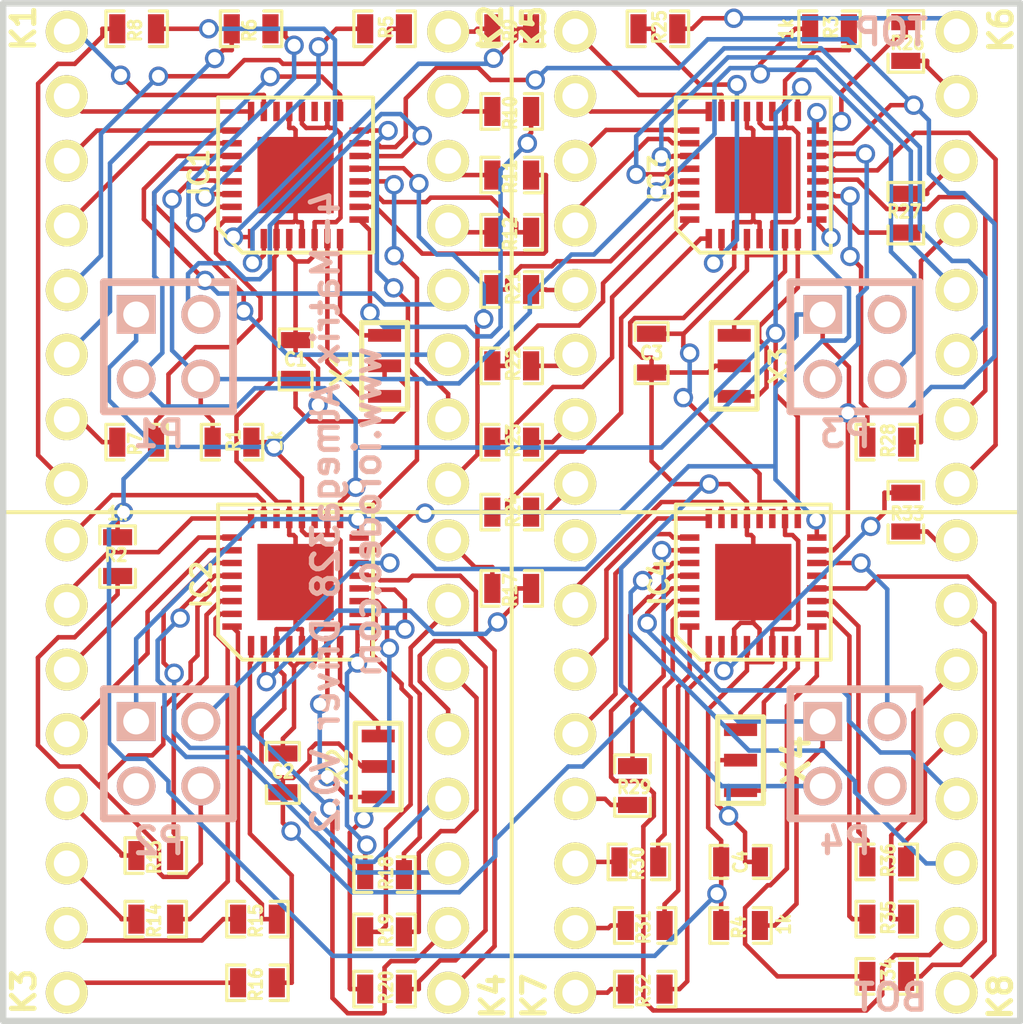
<source format=kicad_pcb>
(kicad_pcb (version 3) (host pcbnew "(2013-mar-13)-testing")
  (layers (15 F.Cu signal) (0 B.Cu signal) (18 B.Paste user) (19 F.Paste user) (20 B.SilkS user) (21 F.SilkS user) (22 B.Mask user) (23 F.Mask user) (28 Edge.Cuts user))
  (net 0 "")
  (net 1 +5V)
  (net 2 /COL0_DRV0)
  (net 3 /COL0_DRV1)
  (net 4 /COL0_DRV2)
  (net 5 /COL0_DRV3)
  (net 6 /COL1_DRV0)
  (net 7 /COL1_DRV1)
  (net 8 /COL1_DRV2)
  (net 9 /COL1_DRV3)
  (net 10 /COL2_DRV0)
  (net 11 /COL2_DRV1)
  (net 12 /COL2_DRV2)
  (net 13 /COL2_DRV3)
  (net 14 /COL3_DRV0)
  (net 15 /COL3_DRV1)
  (net 16 /COL3_DRV2)
  (net 17 /COL3_DRV3)
  (net 18 /COL4_DRV0)
  (net 19 /COL4_DRV1)
  (net 20 /COL4_DRV2)
  (net 21 /COL4_DRV3)
  (net 22 /COL5_DRV0)
  (net 23 /COL5_DRV1)
  (net 24 /COL5_DRV2)
  (net 25 /COL5_DRV3)
  (net 26 /COL6_DRV0)
  (net 27 /COL6_DRV1)
  (net 28 /COL6_DRV2)
  (net 29 /COL6_DRV3)
  (net 30 /COL7_DRV0)
  (net 31 /COL7_DRV1)
  (net 32 /COL7_DRV2)
  (net 33 /COL7_DRV3)
  (net 34 /COL8_DRV3)
  (net 35 /CS0)
  (net 36 /CS1)
  (net 37 /CS2)
  (net 38 /CS3)
  (net 39 /MISO)
  (net 40 /MOSI)
  (net 41 /RESET_DRV0)
  (net 42 /RESET_DRV1)
  (net 43 /RESET_DRV3)
  (net 44 /ROW0_DRV0)
  (net 45 /ROW0_DRV1)
  (net 46 /ROW0_DRV2)
  (net 47 /ROW0_DRV3)
  (net 48 /ROW1_DRV0)
  (net 49 /ROW1_DRV1)
  (net 50 /ROW1_DRV2)
  (net 51 /ROW1_DRV3)
  (net 52 /ROW2_DRV0)
  (net 53 /ROW2_DRV1)
  (net 54 /ROW2_DRV2)
  (net 55 /ROW2_DRV3)
  (net 56 /ROW3_DRV0)
  (net 57 /ROW3_DRV1)
  (net 58 /ROW3_DRV2)
  (net 59 /ROW3_DRV3)
  (net 60 /ROW4_DRV0)
  (net 61 /ROW4_DRV1)
  (net 62 /ROW4_DRV2)
  (net 63 /ROW4_DRV3)
  (net 64 /ROW5_DRV0)
  (net 65 /ROW5_DRV1)
  (net 66 /ROW5_DRV2)
  (net 67 /ROW5_DRV3)
  (net 68 /ROW6_DRV0)
  (net 69 /ROW6_DRV1)
  (net 70 /ROW6_DRV2)
  (net 71 /ROW6_DRV3)
  (net 72 /ROW7_DRV0)
  (net 73 /ROW7_DRV1)
  (net 74 /ROW7_DRV2)
  (net 75 /ROW7_DRV3)
  (net 76 /SCK)
  (net 77 /XTAL0_DRV0)
  (net 78 /XTAL0_DRV1)
  (net 79 /XTAL0_DRV2)
  (net 80 /XTAL0_DRV3)
  (net 81 /XTAL1_DRV0)
  (net 82 /XTAL1_DRV1)
  (net 83 /XTAL1_DRV2)
  (net 84 /XTAL1_DRV3)
  (net 85 GND)
  (net 86 N-00000103)
  (net 87 N-00000104)
  (net 88 N-00000105)
  (net 89 N-00000106)
  (net 90 N-00000107)
  (net 91 N-00000108)
  (net 92 N-00000109)
  (net 93 N-00000110)
  (net 94 N-00000111)
  (net 95 N-00000112)
  (net 96 N-00000113)
  (net 97 N-00000114)
  (net 98 N-00000115)
  (net 99 N-00000116)
  (net 100 N-00000117)
  (net 101 N-00000118)
  (net 102 N-00000119)
  (net 103 N-0000019)
  (net 104 N-0000029)
  (net 105 N-0000030)
  (net 106 N-0000036)
  (net 107 N-0000038)
  (net 108 N-0000044)
  (net 109 N-0000045)
  (net 110 N-0000046)
  (net 111 N-0000047)
  (net 112 N-000006)
  (net 113 N-0000067)
  (net 114 N-0000072)
  (net 115 N-0000077)
  (net 116 N-0000078)
  (net 117 N-0000079)
  (net 118 N-0000080)
  (net 119 N-0000081)
  (net 120 N-0000083)
  (net 121 N-0000085)
  (net 122 N-0000087)
  (net 123 N-0000089)
  (net 124 N-0000094)
  (net 125 N-0000095)
  (net 126 N-0000096)
  (net 127 N-0000097)
  (net 128 N-0000099)
  (module SM0603_Capa (layer F.Cu) (at 61.5 64 270)
    (fp_text reference C1 (at 0 0 360) (layer F.SilkS) (effects (font (size 0.508 0.4572) (thickness 0.1143))))
    (fp_text value 0.1uF hide)
    (pad 1 smd rect (at -0.762 0 270) (size 0.635 1.143) (layers F.Cu F.Paste F.Mask) (net 1 +5V))
    (pad 2 smd rect (at 0.762 0 270) (size 0.635 1.143) (layers F.Cu F.Paste F.Mask) (net 85 GND))
  )
  (module LED_MATRIX_20MM_8x8 (layer F.Cu) (at 60 60)
    (fp_text reference MATRIX1 hide)
    (fp_text value LED_8X8 hide)
    (pad 1 thru_hole circle (at -7.5 -8.89) (size 1.651 1.651) (drill 1.016) (layers *.Cu *.Mask F.SilkS) (net 2 /COL0_DRV0))
    (pad 2 thru_hole circle (at -7.5 -6.35) (size 1.651 1.651) (drill 1.016) (layers *.Cu *.Mask F.SilkS) (net 6 /COL1_DRV0))
    (pad 3 thru_hole circle (at -7.5 -3.81) (size 1.651 1.651) (drill 1.016) (layers *.Cu *.Mask F.SilkS) (net 10 /COL2_DRV0))
    (pad 4 thru_hole circle (at -7.5 -1.27) (size 1.651 1.651) (drill 1.016) (layers *.Cu *.Mask F.SilkS) (net 14 /COL3_DRV0))
    (pad 5 thru_hole circle (at -7.5 1.27) (size 1.651 1.651) (drill 1.016) (layers *.Cu *.Mask F.SilkS) (net 124 N-0000094))
    (pad 6 thru_hole circle (at -7.5 3.81) (size 1.651 1.651) (drill 1.016) (layers *.Cu *.Mask F.SilkS) (net 125 N-0000095))
    (pad 7 thru_hole circle (at -7.5 6.35) (size 1.651 1.651) (drill 1.016) (layers *.Cu *.Mask F.SilkS) (net 126 N-0000096))
    (pad 8 thru_hole circle (at -7.5 8.89) (size 1.651 1.651) (drill 1.016) (layers *.Cu *.Mask F.SilkS) (net 115 N-0000077))
    (pad 9 thru_hole circle (at 7.5 8.89) (size 1.651 1.651) (drill 1.016) (layers *.Cu *.Mask F.SilkS) (net 30 /COL7_DRV0))
    (pad 10 thru_hole circle (at 7.5 6.35) (size 1.651 1.651) (drill 1.016) (layers *.Cu *.Mask F.SilkS) (net 26 /COL6_DRV0))
    (pad 11 thru_hole circle (at 7.5 3.81) (size 1.651 1.651) (drill 1.016) (layers *.Cu *.Mask F.SilkS) (net 22 /COL5_DRV0))
    (pad 12 thru_hole circle (at 7.5 1.27) (size 1.651 1.651) (drill 1.016) (layers *.Cu *.Mask F.SilkS) (net 18 /COL4_DRV0))
    (pad 13 thru_hole circle (at 7.5 -1.27) (size 1.651 1.651) (drill 1.016) (layers *.Cu *.Mask F.SilkS) (net 119 N-0000081))
    (pad 14 thru_hole circle (at 7.5 -3.81) (size 1.651 1.651) (drill 1.016) (layers *.Cu *.Mask F.SilkS) (net 118 N-0000080))
    (pad 15 thru_hole circle (at 7.5 -6.35) (size 1.651 1.651) (drill 1.016) (layers *.Cu *.Mask F.SilkS) (net 117 N-0000079))
    (pad 16 thru_hole circle (at 7.5 -8.89) (size 1.651 1.651) (drill 1.016) (layers *.Cu *.Mask F.SilkS) (net 116 N-0000078))
  )
  (module LED_MATRIX_20MM_8x8 (layer F.Cu) (at 60 80)
    (fp_text reference MATRIX2 hide)
    (fp_text value LED_8X8 hide)
    (pad 1 thru_hole circle (at -7.5 -8.89) (size 1.651 1.651) (drill 1.016) (layers *.Cu *.Mask F.SilkS) (net 3 /COL0_DRV1))
    (pad 2 thru_hole circle (at -7.5 -6.35) (size 1.651 1.651) (drill 1.016) (layers *.Cu *.Mask F.SilkS) (net 7 /COL1_DRV1))
    (pad 3 thru_hole circle (at -7.5 -3.81) (size 1.651 1.651) (drill 1.016) (layers *.Cu *.Mask F.SilkS) (net 11 /COL2_DRV1))
    (pad 4 thru_hole circle (at -7.5 -1.27) (size 1.651 1.651) (drill 1.016) (layers *.Cu *.Mask F.SilkS) (net 15 /COL3_DRV1))
    (pad 5 thru_hole circle (at -7.5 1.27) (size 1.651 1.651) (drill 1.016) (layers *.Cu *.Mask F.SilkS) (net 92 N-00000109))
    (pad 6 thru_hole circle (at -7.5 3.81) (size 1.651 1.651) (drill 1.016) (layers *.Cu *.Mask F.SilkS) (net 90 N-00000107))
    (pad 7 thru_hole circle (at -7.5 6.35) (size 1.651 1.651) (drill 1.016) (layers *.Cu *.Mask F.SilkS) (net 91 N-00000108))
    (pad 8 thru_hole circle (at -7.5 8.89) (size 1.651 1.651) (drill 1.016) (layers *.Cu *.Mask F.SilkS) (net 93 N-00000110))
    (pad 9 thru_hole circle (at 7.5 8.89) (size 1.651 1.651) (drill 1.016) (layers *.Cu *.Mask F.SilkS) (net 31 /COL7_DRV1))
    (pad 10 thru_hole circle (at 7.5 6.35) (size 1.651 1.651) (drill 1.016) (layers *.Cu *.Mask F.SilkS) (net 27 /COL6_DRV1))
    (pad 11 thru_hole circle (at 7.5 3.81) (size 1.651 1.651) (drill 1.016) (layers *.Cu *.Mask F.SilkS) (net 23 /COL5_DRV1))
    (pad 12 thru_hole circle (at 7.5 1.27) (size 1.651 1.651) (drill 1.016) (layers *.Cu *.Mask F.SilkS) (net 19 /COL4_DRV1))
    (pad 13 thru_hole circle (at 7.5 -1.27) (size 1.651 1.651) (drill 1.016) (layers *.Cu *.Mask F.SilkS) (net 89 N-00000106))
    (pad 14 thru_hole circle (at 7.5 -3.81) (size 1.651 1.651) (drill 1.016) (layers *.Cu *.Mask F.SilkS) (net 88 N-00000105))
    (pad 15 thru_hole circle (at 7.5 -6.35) (size 1.651 1.651) (drill 1.016) (layers *.Cu *.Mask F.SilkS) (net 87 N-00000104))
    (pad 16 thru_hole circle (at 7.5 -8.89) (size 1.651 1.651) (drill 1.016) (layers *.Cu *.Mask F.SilkS) (net 95 N-00000112))
  )
  (module LED_MATRIX_20MM_8x8 (layer F.Cu) (at 80 60)
    (fp_text reference MATRIX3 hide)
    (fp_text value LED_8X8 hide)
    (pad 1 thru_hole circle (at -7.5 -8.89) (size 1.651 1.651) (drill 1.016) (layers *.Cu *.Mask F.SilkS) (net 4 /COL0_DRV2))
    (pad 2 thru_hole circle (at -7.5 -6.35) (size 1.651 1.651) (drill 1.016) (layers *.Cu *.Mask F.SilkS) (net 8 /COL1_DRV2))
    (pad 3 thru_hole circle (at -7.5 -3.81) (size 1.651 1.651) (drill 1.016) (layers *.Cu *.Mask F.SilkS) (net 12 /COL2_DRV2))
    (pad 4 thru_hole circle (at -7.5 -1.27) (size 1.651 1.651) (drill 1.016) (layers *.Cu *.Mask F.SilkS) (net 16 /COL3_DRV2))
    (pad 5 thru_hole circle (at -7.5 1.27) (size 1.651 1.651) (drill 1.016) (layers *.Cu *.Mask F.SilkS) (net 94 N-00000111))
    (pad 6 thru_hole circle (at -7.5 3.81) (size 1.651 1.651) (drill 1.016) (layers *.Cu *.Mask F.SilkS) (net 97 N-00000114))
    (pad 7 thru_hole circle (at -7.5 6.35) (size 1.651 1.651) (drill 1.016) (layers *.Cu *.Mask F.SilkS) (net 98 N-00000115))
    (pad 8 thru_hole circle (at -7.5 8.89) (size 1.651 1.651) (drill 1.016) (layers *.Cu *.Mask F.SilkS) (net 96 N-00000113))
    (pad 9 thru_hole circle (at 7.5 8.89) (size 1.651 1.651) (drill 1.016) (layers *.Cu *.Mask F.SilkS) (net 32 /COL7_DRV2))
    (pad 10 thru_hole circle (at 7.5 6.35) (size 1.651 1.651) (drill 1.016) (layers *.Cu *.Mask F.SilkS) (net 28 /COL6_DRV2))
    (pad 11 thru_hole circle (at 7.5 3.81) (size 1.651 1.651) (drill 1.016) (layers *.Cu *.Mask F.SilkS) (net 24 /COL5_DRV2))
    (pad 12 thru_hole circle (at 7.5 1.27) (size 1.651 1.651) (drill 1.016) (layers *.Cu *.Mask F.SilkS) (net 20 /COL4_DRV2))
    (pad 13 thru_hole circle (at 7.5 -1.27) (size 1.651 1.651) (drill 1.016) (layers *.Cu *.Mask F.SilkS) (net 102 N-00000119))
    (pad 14 thru_hole circle (at 7.5 -3.81) (size 1.651 1.651) (drill 1.016) (layers *.Cu *.Mask F.SilkS) (net 101 N-00000118))
    (pad 15 thru_hole circle (at 7.5 -6.35) (size 1.651 1.651) (drill 1.016) (layers *.Cu *.Mask F.SilkS) (net 100 N-00000117))
    (pad 16 thru_hole circle (at 7.5 -8.89) (size 1.651 1.651) (drill 1.016) (layers *.Cu *.Mask F.SilkS) (net 99 N-00000116))
  )
  (module LED_MATRIX_20MM_8x8 (layer F.Cu) (at 80 80)
    (fp_text reference MATRIX4 hide)
    (fp_text value LED_8X8 hide)
    (pad 1 thru_hole circle (at -7.5 -8.89) (size 1.651 1.651) (drill 1.016) (layers *.Cu *.Mask F.SilkS) (net 5 /COL0_DRV3))
    (pad 2 thru_hole circle (at -7.5 -6.35) (size 1.651 1.651) (drill 1.016) (layers *.Cu *.Mask F.SilkS) (net 9 /COL1_DRV3))
    (pad 3 thru_hole circle (at -7.5 -3.81) (size 1.651 1.651) (drill 1.016) (layers *.Cu *.Mask F.SilkS) (net 13 /COL2_DRV3))
    (pad 4 thru_hole circle (at -7.5 -1.27) (size 1.651 1.651) (drill 1.016) (layers *.Cu *.Mask F.SilkS) (net 17 /COL3_DRV3))
    (pad 5 thru_hole circle (at -7.5 1.27) (size 1.651 1.651) (drill 1.016) (layers *.Cu *.Mask F.SilkS) (net 122 N-0000087))
    (pad 6 thru_hole circle (at -7.5 3.81) (size 1.651 1.651) (drill 1.016) (layers *.Cu *.Mask F.SilkS) (net 120 N-0000083))
    (pad 7 thru_hole circle (at -7.5 6.35) (size 1.651 1.651) (drill 1.016) (layers *.Cu *.Mask F.SilkS) (net 121 N-0000085))
    (pad 8 thru_hole circle (at -7.5 8.89) (size 1.651 1.651) (drill 1.016) (layers *.Cu *.Mask F.SilkS) (net 123 N-0000089))
    (pad 9 thru_hole circle (at 7.5 8.89) (size 1.651 1.651) (drill 1.016) (layers *.Cu *.Mask F.SilkS) (net 33 /COL7_DRV3))
    (pad 10 thru_hole circle (at 7.5 6.35) (size 1.651 1.651) (drill 1.016) (layers *.Cu *.Mask F.SilkS) (net 29 /COL6_DRV3))
    (pad 11 thru_hole circle (at 7.5 3.81) (size 1.651 1.651) (drill 1.016) (layers *.Cu *.Mask F.SilkS) (net 25 /COL5_DRV3))
    (pad 12 thru_hole circle (at 7.5 1.27) (size 1.651 1.651) (drill 1.016) (layers *.Cu *.Mask F.SilkS) (net 21 /COL4_DRV3))
    (pad 13 thru_hole circle (at 7.5 -1.27) (size 1.651 1.651) (drill 1.016) (layers *.Cu *.Mask F.SilkS) (net 108 N-0000044))
    (pad 14 thru_hole circle (at 7.5 -3.81) (size 1.651 1.651) (drill 1.016) (layers *.Cu *.Mask F.SilkS) (net 109 N-0000045))
    (pad 15 thru_hole circle (at 7.5 -6.35) (size 1.651 1.651) (drill 1.016) (layers *.Cu *.Mask F.SilkS) (net 110 N-0000046))
    (pad 16 thru_hole circle (at 7.5 -8.89) (size 1.651 1.651) (drill 1.016) (layers *.Cu *.Mask F.SilkS) (net 111 N-0000047))
  )
  (module CER_RESO (layer F.Cu) (at 65 64.25 90)
    (fp_text reference X1 (at -0.1 -1.7 90) (layer F.SilkS) (effects (font (size 0.762 0.762) (thickness 0.1524))))
    (fp_text value CER_RESO hide)
    (pad 2 smd rect (at 0 0 90) (size 0.50038 1.30048) (layers F.Cu F.Paste F.Mask) (net 85 GND))
    (pad 3 smd rect (at 1.19888 0 90) (size 0.50038 1.30048) (layers F.Cu F.Paste F.Mask) (net 81 /XTAL1_DRV0))
    (pad 1 smd rect (at -1.19888 0 90) (size 0.50038 1.30048) (layers F.Cu F.Paste F.Mask) (net 77 /XTAL0_DRV0))
  )
  (module CER_RESO (layer F.Cu) (at 64.75 80 90)
    (fp_text reference X2 (at 0 -1.6 90) (layer F.SilkS) (effects (font (size 0.762 0.762) (thickness 0.1524))))
    (fp_text value CER_RESO hide)
    (pad 2 smd rect (at 0 0 90) (size 0.50038 1.30048) (layers F.Cu F.Paste F.Mask) (net 85 GND))
    (pad 3 smd rect (at 1.19888 0 90) (size 0.50038 1.30048) (layers F.Cu F.Paste F.Mask) (net 82 /XTAL1_DRV1))
    (pad 1 smd rect (at -1.19888 0 90) (size 0.50038 1.30048) (layers F.Cu F.Paste F.Mask) (net 78 /XTAL0_DRV1))
  )
  (module CER_RESO (layer F.Cu) (at 78.75 64.25 270)
    (fp_text reference X3 (at 0 -1.8 270) (layer F.SilkS) (effects (font (size 0.762 0.762) (thickness 0.1524))))
    (fp_text value CER_RESO hide)
    (pad 2 smd rect (at 0 0 270) (size 0.50038 1.30048) (layers F.Cu F.Paste F.Mask) (net 85 GND))
    (pad 3 smd rect (at 1.19888 0 270) (size 0.50038 1.30048) (layers F.Cu F.Paste F.Mask) (net 83 /XTAL1_DRV2))
    (pad 1 smd rect (at -1.19888 0 270) (size 0.50038 1.30048) (layers F.Cu F.Paste F.Mask) (net 79 /XTAL0_DRV2))
  )
  (module CER_RESO (layer F.Cu) (at 79 79.75 270)
    (fp_text reference X4 (at 0 -2.19964 270) (layer F.SilkS) (effects (font (size 1.016 1.016) (thickness 0.2032))))
    (fp_text value CER_RESO hide)
    (pad 2 smd rect (at 0 0 270) (size 0.50038 1.30048) (layers F.Cu F.Paste F.Mask) (net 85 GND))
    (pad 3 smd rect (at 1.19888 0 270) (size 0.50038 1.30048) (layers F.Cu F.Paste F.Mask) (net 84 /XTAL1_DRV3))
    (pad 1 smd rect (at -1.19888 0 270) (size 0.50038 1.30048) (layers F.Cu F.Paste F.Mask) (net 80 /XTAL0_DRV3))
  )
  (module SM0603_Capa (layer F.Cu) (at 61 80.25 270)
    (fp_text reference C2 (at -0.05 0 360) (layer F.SilkS) (effects (font (size 0.508 0.4572) (thickness 0.1143))))
    (fp_text value 0.1uF hide)
    (pad 1 smd rect (at -0.762 0 270) (size 0.635 1.143) (layers F.Cu F.Paste F.Mask) (net 1 +5V))
    (pad 2 smd rect (at 0.762 0 270) (size 0.635 1.143) (layers F.Cu F.Paste F.Mask) (net 85 GND))
  )
  (module QFN32 (layer F.Cu) (at 61.5 56.75 90)
    (fp_text reference IC1 (at 0.1 -3.8 90) (layer F.SilkS) (effects (font (size 0.762 0.762) (thickness 0.1524))))
    (fp_text value ATMEGA328P-M hide)
    (pad 31 smd rect (at -1.24968 -2.49936 90) (size 0.254 0.762) (layers F.Cu F.Paste F.Mask) (net 48 /ROW1_DRV0))
    (pad 30 smd rect (at -0.7493 -2.49936 90) (size 0.254 0.762) (layers F.Cu F.Paste F.Mask) (net 44 /ROW0_DRV0))
    (pad 29 smd rect (at -0.24892 -2.49936 90) (size 0.254 0.762) (layers F.Cu F.Paste F.Mask) (net 41 /RESET_DRV0))
    (pad 32 smd rect (at -1.75006 -2.49936 90) (size 0.254 0.762) (layers F.Cu F.Paste F.Mask) (net 52 /ROW2_DRV0))
    (pad 1 smd rect (at -2.49936 -1.75006 180) (size 0.254 0.762) (layers F.Cu F.Paste F.Mask) (net 56 /ROW3_DRV0))
    (pad 2 smd rect (at -2.49936 -1.24968 180) (size 0.254 0.762) (layers F.Cu F.Paste F.Mask) (net 60 /ROW4_DRV0))
    (pad 3 smd rect (at -2.49936 -0.7493 180) (size 0.254 0.762) (layers F.Cu F.Paste F.Mask) (net 85 GND))
    (pad 4 smd rect (at -2.49936 -0.24892 180) (size 0.254 0.762) (layers F.Cu F.Paste F.Mask) (net 1 +5V))
    (pad 5 smd rect (at -2.49936 0.24892 180) (size 0.254 0.762) (layers F.Cu F.Paste F.Mask) (net 85 GND))
    (pad 6 smd rect (at -2.49936 0.7493 180) (size 0.254 0.762) (layers F.Cu F.Paste F.Mask) (net 1 +5V))
    (pad 7 smd rect (at -2.49936 1.24968 180) (size 0.254 0.762) (layers F.Cu F.Paste F.Mask) (net 77 /XTAL0_DRV0))
    (pad 8 smd rect (at -2.49936 1.75006 180) (size 0.254 0.762) (layers F.Cu F.Paste F.Mask) (net 81 /XTAL1_DRV0))
    (pad 16 smd rect (at 1.75006 2.49936 90) (size 0.254 0.762) (layers F.Cu F.Paste F.Mask) (net 39 /MISO))
    (pad 9 smd rect (at -1.75006 2.49936 90) (size 0.254 0.762) (layers F.Cu F.Paste F.Mask) (net 64 /ROW5_DRV0))
    (pad 10 smd rect (at -1.24968 2.49936 90) (size 0.254 0.762) (layers F.Cu F.Paste F.Mask) (net 68 /ROW6_DRV0))
    (pad 11 smd rect (at -0.7493 2.49936 90) (size 0.254 0.762) (layers F.Cu F.Paste F.Mask) (net 72 /ROW7_DRV0))
    (pad 12 smd rect (at -0.24892 2.49936 90) (size 0.254 0.762) (layers F.Cu F.Paste F.Mask) (net 26 /COL6_DRV0))
    (pad 13 smd rect (at 0.24892 2.49936 90) (size 0.254 0.762) (layers F.Cu F.Paste F.Mask) (net 30 /COL7_DRV0))
    (pad 14 smd rect (at 0.7493 2.49936 90) (size 0.254 0.762) (layers F.Cu F.Paste F.Mask) (net 35 /CS0))
    (pad 15 smd rect (at 1.24968 2.49936 90) (size 0.254 0.762) (layers F.Cu F.Paste F.Mask) (net 40 /MOSI))
    (pad 17 smd rect (at 2.49936 1.75006 180) (size 0.254 0.762) (layers F.Cu F.Paste F.Mask) (net 76 /SCK))
    (pad 18 smd rect (at 2.49936 1.24968 180) (size 0.254 0.762) (layers F.Cu F.Paste F.Mask) (net 1 +5V))
    (pad 19 smd rect (at 2.49936 0.7493 180) (size 0.254 0.762) (layers F.Cu F.Paste F.Mask) (net 114 N-0000072))
    (pad 20 smd rect (at 2.49936 0.24892 180) (size 0.254 0.762) (layers F.Cu F.Paste F.Mask) (net 1 +5V))
    (pad 21 smd rect (at 2.49936 -0.24892 180) (size 0.254 0.762) (layers F.Cu F.Paste F.Mask) (net 85 GND))
    (pad 22 smd rect (at 2.49936 -0.7493 180) (size 0.254 0.762) (layers F.Cu F.Paste F.Mask) (net 113 N-0000067))
    (pad 23 smd rect (at 2.49936 -1.24968 180) (size 0.254 0.762) (layers F.Cu F.Paste F.Mask) (net 2 /COL0_DRV0))
    (pad 24 smd rect (at 2.49936 -1.75006 180) (size 0.254 0.762) (layers F.Cu F.Paste F.Mask) (net 6 /COL1_DRV0))
    (pad 25 smd rect (at 1.75006 -2.49936 90) (size 0.254 0.762) (layers F.Cu F.Paste F.Mask) (net 10 /COL2_DRV0))
    (pad 26 smd rect (at 1.24968 -2.49936 90) (size 0.254 0.762) (layers F.Cu F.Paste F.Mask) (net 14 /COL3_DRV0))
    (pad 27 smd rect (at 0.7493 -2.49936 90) (size 0.254 0.762) (layers F.Cu F.Paste F.Mask) (net 18 /COL4_DRV0))
    (pad 28 smd rect (at 0.24892 -2.49936 90) (size 0.254 0.762) (layers F.Cu F.Paste F.Mask) (net 22 /COL5_DRV0))
    (pad 33 smd rect (at 0 0 90) (size 2.99974 2.99974) (layers F.Cu F.Paste F.Mask) (net 85 GND))
  )
  (module QFN32 (layer F.Cu) (at 61.5 72.75 90)
    (fp_text reference IC2 (at -0.1 -3.7 90) (layer F.SilkS) (effects (font (size 0.762 0.762) (thickness 0.1524))))
    (fp_text value ATMEGA328P-M hide)
    (pad 31 smd rect (at -1.24968 -2.49936 90) (size 0.254 0.762) (layers F.Cu F.Paste F.Mask) (net 49 /ROW1_DRV1))
    (pad 30 smd rect (at -0.7493 -2.49936 90) (size 0.254 0.762) (layers F.Cu F.Paste F.Mask) (net 45 /ROW0_DRV1))
    (pad 29 smd rect (at -0.24892 -2.49936 90) (size 0.254 0.762) (layers F.Cu F.Paste F.Mask) (net 42 /RESET_DRV1))
    (pad 32 smd rect (at -1.75006 -2.49936 90) (size 0.254 0.762) (layers F.Cu F.Paste F.Mask) (net 53 /ROW2_DRV1))
    (pad 1 smd rect (at -2.49936 -1.75006 180) (size 0.254 0.762) (layers F.Cu F.Paste F.Mask) (net 57 /ROW3_DRV1))
    (pad 2 smd rect (at -2.49936 -1.24968 180) (size 0.254 0.762) (layers F.Cu F.Paste F.Mask) (net 61 /ROW4_DRV1))
    (pad 3 smd rect (at -2.49936 -0.7493 180) (size 0.254 0.762) (layers F.Cu F.Paste F.Mask) (net 85 GND))
    (pad 4 smd rect (at -2.49936 -0.24892 180) (size 0.254 0.762) (layers F.Cu F.Paste F.Mask) (net 1 +5V))
    (pad 5 smd rect (at -2.49936 0.24892 180) (size 0.254 0.762) (layers F.Cu F.Paste F.Mask) (net 85 GND))
    (pad 6 smd rect (at -2.49936 0.7493 180) (size 0.254 0.762) (layers F.Cu F.Paste F.Mask) (net 1 +5V))
    (pad 7 smd rect (at -2.49936 1.24968 180) (size 0.254 0.762) (layers F.Cu F.Paste F.Mask) (net 78 /XTAL0_DRV1))
    (pad 8 smd rect (at -2.49936 1.75006 180) (size 0.254 0.762) (layers F.Cu F.Paste F.Mask) (net 82 /XTAL1_DRV1))
    (pad 16 smd rect (at 1.75006 2.49936 90) (size 0.254 0.762) (layers F.Cu F.Paste F.Mask) (net 39 /MISO))
    (pad 9 smd rect (at -1.75006 2.49936 90) (size 0.254 0.762) (layers F.Cu F.Paste F.Mask) (net 65 /ROW5_DRV1))
    (pad 10 smd rect (at -1.24968 2.49936 90) (size 0.254 0.762) (layers F.Cu F.Paste F.Mask) (net 69 /ROW6_DRV1))
    (pad 11 smd rect (at -0.7493 2.49936 90) (size 0.254 0.762) (layers F.Cu F.Paste F.Mask) (net 73 /ROW7_DRV1))
    (pad 12 smd rect (at -0.24892 2.49936 90) (size 0.254 0.762) (layers F.Cu F.Paste F.Mask) (net 27 /COL6_DRV1))
    (pad 13 smd rect (at 0.24892 2.49936 90) (size 0.254 0.762) (layers F.Cu F.Paste F.Mask) (net 31 /COL7_DRV1))
    (pad 14 smd rect (at 0.7493 2.49936 90) (size 0.254 0.762) (layers F.Cu F.Paste F.Mask) (net 36 /CS1))
    (pad 15 smd rect (at 1.24968 2.49936 90) (size 0.254 0.762) (layers F.Cu F.Paste F.Mask) (net 40 /MOSI))
    (pad 17 smd rect (at 2.49936 1.75006 180) (size 0.254 0.762) (layers F.Cu F.Paste F.Mask) (net 76 /SCK))
    (pad 18 smd rect (at 2.49936 1.24968 180) (size 0.254 0.762) (layers F.Cu F.Paste F.Mask) (net 1 +5V))
    (pad 19 smd rect (at 2.49936 0.7493 180) (size 0.254 0.762) (layers F.Cu F.Paste F.Mask) (net 104 N-0000029))
    (pad 20 smd rect (at 2.49936 0.24892 180) (size 0.254 0.762) (layers F.Cu F.Paste F.Mask) (net 1 +5V))
    (pad 21 smd rect (at 2.49936 -0.24892 180) (size 0.254 0.762) (layers F.Cu F.Paste F.Mask) (net 85 GND))
    (pad 22 smd rect (at 2.49936 -0.7493 180) (size 0.254 0.762) (layers F.Cu F.Paste F.Mask) (net 103 N-0000019))
    (pad 23 smd rect (at 2.49936 -1.24968 180) (size 0.254 0.762) (layers F.Cu F.Paste F.Mask) (net 3 /COL0_DRV1))
    (pad 24 smd rect (at 2.49936 -1.75006 180) (size 0.254 0.762) (layers F.Cu F.Paste F.Mask) (net 7 /COL1_DRV1))
    (pad 25 smd rect (at 1.75006 -2.49936 90) (size 0.254 0.762) (layers F.Cu F.Paste F.Mask) (net 11 /COL2_DRV1))
    (pad 26 smd rect (at 1.24968 -2.49936 90) (size 0.254 0.762) (layers F.Cu F.Paste F.Mask) (net 15 /COL3_DRV1))
    (pad 27 smd rect (at 0.7493 -2.49936 90) (size 0.254 0.762) (layers F.Cu F.Paste F.Mask) (net 19 /COL4_DRV1))
    (pad 28 smd rect (at 0.24892 -2.49936 90) (size 0.254 0.762) (layers F.Cu F.Paste F.Mask) (net 23 /COL5_DRV1))
    (pad 33 smd rect (at 0 0 90) (size 2.99974 2.99974) (layers F.Cu F.Paste F.Mask) (net 85 GND))
  )
  (module QFN32 (layer F.Cu) (at 79.5 56.75 90)
    (fp_text reference IC3 (at -0.1 -3.7 90) (layer F.SilkS) (effects (font (size 0.762 0.762) (thickness 0.1524))))
    (fp_text value ATMEGA328P-M hide)
    (pad 31 smd rect (at -1.24968 -2.49936 90) (size 0.254 0.762) (layers F.Cu F.Paste F.Mask) (net 50 /ROW1_DRV2))
    (pad 30 smd rect (at -0.7493 -2.49936 90) (size 0.254 0.762) (layers F.Cu F.Paste F.Mask) (net 46 /ROW0_DRV2))
    (pad 29 smd rect (at -0.24892 -2.49936 90) (size 0.254 0.762) (layers F.Cu F.Paste F.Mask) (net 41 /RESET_DRV0))
    (pad 32 smd rect (at -1.75006 -2.49936 90) (size 0.254 0.762) (layers F.Cu F.Paste F.Mask) (net 54 /ROW2_DRV2))
    (pad 1 smd rect (at -2.49936 -1.75006 180) (size 0.254 0.762) (layers F.Cu F.Paste F.Mask) (net 58 /ROW3_DRV2))
    (pad 2 smd rect (at -2.49936 -1.24968 180) (size 0.254 0.762) (layers F.Cu F.Paste F.Mask) (net 62 /ROW4_DRV2))
    (pad 3 smd rect (at -2.49936 -0.7493 180) (size 0.254 0.762) (layers F.Cu F.Paste F.Mask) (net 85 GND))
    (pad 4 smd rect (at -2.49936 -0.24892 180) (size 0.254 0.762) (layers F.Cu F.Paste F.Mask) (net 1 +5V))
    (pad 5 smd rect (at -2.49936 0.24892 180) (size 0.254 0.762) (layers F.Cu F.Paste F.Mask) (net 85 GND))
    (pad 6 smd rect (at -2.49936 0.7493 180) (size 0.254 0.762) (layers F.Cu F.Paste F.Mask) (net 1 +5V))
    (pad 7 smd rect (at -2.49936 1.24968 180) (size 0.254 0.762) (layers F.Cu F.Paste F.Mask) (net 79 /XTAL0_DRV2))
    (pad 8 smd rect (at -2.49936 1.75006 180) (size 0.254 0.762) (layers F.Cu F.Paste F.Mask) (net 83 /XTAL1_DRV2))
    (pad 16 smd rect (at 1.75006 2.49936 90) (size 0.254 0.762) (layers F.Cu F.Paste F.Mask) (net 39 /MISO))
    (pad 9 smd rect (at -1.75006 2.49936 90) (size 0.254 0.762) (layers F.Cu F.Paste F.Mask) (net 66 /ROW5_DRV2))
    (pad 10 smd rect (at -1.24968 2.49936 90) (size 0.254 0.762) (layers F.Cu F.Paste F.Mask) (net 70 /ROW6_DRV2))
    (pad 11 smd rect (at -0.7493 2.49936 90) (size 0.254 0.762) (layers F.Cu F.Paste F.Mask) (net 74 /ROW7_DRV2))
    (pad 12 smd rect (at -0.24892 2.49936 90) (size 0.254 0.762) (layers F.Cu F.Paste F.Mask) (net 28 /COL6_DRV2))
    (pad 13 smd rect (at 0.24892 2.49936 90) (size 0.254 0.762) (layers F.Cu F.Paste F.Mask) (net 32 /COL7_DRV2))
    (pad 14 smd rect (at 0.7493 2.49936 90) (size 0.254 0.762) (layers F.Cu F.Paste F.Mask) (net 37 /CS2))
    (pad 15 smd rect (at 1.24968 2.49936 90) (size 0.254 0.762) (layers F.Cu F.Paste F.Mask) (net 40 /MOSI))
    (pad 17 smd rect (at 2.49936 1.75006 180) (size 0.254 0.762) (layers F.Cu F.Paste F.Mask) (net 76 /SCK))
    (pad 18 smd rect (at 2.49936 1.24968 180) (size 0.254 0.762) (layers F.Cu F.Paste F.Mask) (net 1 +5V))
    (pad 19 smd rect (at 2.49936 0.7493 180) (size 0.254 0.762) (layers F.Cu F.Paste F.Mask) (net 106 N-0000036))
    (pad 20 smd rect (at 2.49936 0.24892 180) (size 0.254 0.762) (layers F.Cu F.Paste F.Mask) (net 1 +5V))
    (pad 21 smd rect (at 2.49936 -0.24892 180) (size 0.254 0.762) (layers F.Cu F.Paste F.Mask) (net 85 GND))
    (pad 22 smd rect (at 2.49936 -0.7493 180) (size 0.254 0.762) (layers F.Cu F.Paste F.Mask) (net 112 N-000006))
    (pad 23 smd rect (at 2.49936 -1.24968 180) (size 0.254 0.762) (layers F.Cu F.Paste F.Mask) (net 4 /COL0_DRV2))
    (pad 24 smd rect (at 2.49936 -1.75006 180) (size 0.254 0.762) (layers F.Cu F.Paste F.Mask) (net 8 /COL1_DRV2))
    (pad 25 smd rect (at 1.75006 -2.49936 90) (size 0.254 0.762) (layers F.Cu F.Paste F.Mask) (net 12 /COL2_DRV2))
    (pad 26 smd rect (at 1.24968 -2.49936 90) (size 0.254 0.762) (layers F.Cu F.Paste F.Mask) (net 16 /COL3_DRV2))
    (pad 27 smd rect (at 0.7493 -2.49936 90) (size 0.254 0.762) (layers F.Cu F.Paste F.Mask) (net 20 /COL4_DRV2))
    (pad 28 smd rect (at 0.24892 -2.49936 90) (size 0.254 0.762) (layers F.Cu F.Paste F.Mask) (net 24 /COL5_DRV2))
    (pad 33 smd rect (at 0 0 90) (size 2.99974 2.99974) (layers F.Cu F.Paste F.Mask) (net 85 GND))
  )
  (module QFN32 (layer F.Cu) (at 79.5 72.75 90)
    (fp_text reference IC4 (at 0 -3.7 90) (layer F.SilkS) (effects (font (size 0.762 0.762) (thickness 0.1524))))
    (fp_text value ATMEGA328P-M hide)
    (pad 31 smd rect (at -1.24968 -2.49936 90) (size 0.254 0.762) (layers F.Cu F.Paste F.Mask) (net 51 /ROW1_DRV3))
    (pad 30 smd rect (at -0.7493 -2.49936 90) (size 0.254 0.762) (layers F.Cu F.Paste F.Mask) (net 47 /ROW0_DRV3))
    (pad 29 smd rect (at -0.24892 -2.49936 90) (size 0.254 0.762) (layers F.Cu F.Paste F.Mask) (net 43 /RESET_DRV3))
    (pad 32 smd rect (at -1.75006 -2.49936 90) (size 0.254 0.762) (layers F.Cu F.Paste F.Mask) (net 55 /ROW2_DRV3))
    (pad 1 smd rect (at -2.49936 -1.75006 180) (size 0.254 0.762) (layers F.Cu F.Paste F.Mask) (net 59 /ROW3_DRV3))
    (pad 2 smd rect (at -2.49936 -1.24968 180) (size 0.254 0.762) (layers F.Cu F.Paste F.Mask) (net 63 /ROW4_DRV3))
    (pad 3 smd rect (at -2.49936 -0.7493 180) (size 0.254 0.762) (layers F.Cu F.Paste F.Mask) (net 85 GND))
    (pad 4 smd rect (at -2.49936 -0.24892 180) (size 0.254 0.762) (layers F.Cu F.Paste F.Mask) (net 1 +5V))
    (pad 5 smd rect (at -2.49936 0.24892 180) (size 0.254 0.762) (layers F.Cu F.Paste F.Mask) (net 85 GND))
    (pad 6 smd rect (at -2.49936 0.7493 180) (size 0.254 0.762) (layers F.Cu F.Paste F.Mask) (net 1 +5V))
    (pad 7 smd rect (at -2.49936 1.24968 180) (size 0.254 0.762) (layers F.Cu F.Paste F.Mask) (net 80 /XTAL0_DRV3))
    (pad 8 smd rect (at -2.49936 1.75006 180) (size 0.254 0.762) (layers F.Cu F.Paste F.Mask) (net 84 /XTAL1_DRV3))
    (pad 16 smd rect (at 1.75006 2.49936 90) (size 0.254 0.762) (layers F.Cu F.Paste F.Mask) (net 39 /MISO))
    (pad 9 smd rect (at -1.75006 2.49936 90) (size 0.254 0.762) (layers F.Cu F.Paste F.Mask) (net 67 /ROW5_DRV3))
    (pad 10 smd rect (at -1.24968 2.49936 90) (size 0.254 0.762) (layers F.Cu F.Paste F.Mask) (net 71 /ROW6_DRV3))
    (pad 11 smd rect (at -0.7493 2.49936 90) (size 0.254 0.762) (layers F.Cu F.Paste F.Mask) (net 75 /ROW7_DRV3))
    (pad 12 smd rect (at -0.24892 2.49936 90) (size 0.254 0.762) (layers F.Cu F.Paste F.Mask) (net 33 /COL7_DRV3))
    (pad 13 smd rect (at 0.24892 2.49936 90) (size 0.254 0.762) (layers F.Cu F.Paste F.Mask) (net 34 /COL8_DRV3))
    (pad 14 smd rect (at 0.7493 2.49936 90) (size 0.254 0.762) (layers F.Cu F.Paste F.Mask) (net 38 /CS3))
    (pad 15 smd rect (at 1.24968 2.49936 90) (size 0.254 0.762) (layers F.Cu F.Paste F.Mask) (net 40 /MOSI))
    (pad 17 smd rect (at 2.49936 1.75006 180) (size 0.254 0.762) (layers F.Cu F.Paste F.Mask) (net 76 /SCK))
    (pad 18 smd rect (at 2.49936 1.24968 180) (size 0.254 0.762) (layers F.Cu F.Paste F.Mask) (net 1 +5V))
    (pad 19 smd rect (at 2.49936 0.7493 180) (size 0.254 0.762) (layers F.Cu F.Paste F.Mask) (net 105 N-0000030))
    (pad 20 smd rect (at 2.49936 0.24892 180) (size 0.254 0.762) (layers F.Cu F.Paste F.Mask) (net 1 +5V))
    (pad 21 smd rect (at 2.49936 -0.24892 180) (size 0.254 0.762) (layers F.Cu F.Paste F.Mask) (net 85 GND))
    (pad 22 smd rect (at 2.49936 -0.7493 180) (size 0.254 0.762) (layers F.Cu F.Paste F.Mask) (net 107 N-0000038))
    (pad 23 smd rect (at 2.49936 -1.24968 180) (size 0.254 0.762) (layers F.Cu F.Paste F.Mask) (net 9 /COL1_DRV3))
    (pad 24 smd rect (at 2.49936 -1.75006 180) (size 0.254 0.762) (layers F.Cu F.Paste F.Mask) (net 13 /COL2_DRV3))
    (pad 25 smd rect (at 1.75006 -2.49936 90) (size 0.254 0.762) (layers F.Cu F.Paste F.Mask) (net 17 /COL3_DRV3))
    (pad 26 smd rect (at 1.24968 -2.49936 90) (size 0.254 0.762) (layers F.Cu F.Paste F.Mask) (net 21 /COL4_DRV3))
    (pad 27 smd rect (at 0.7493 -2.49936 90) (size 0.254 0.762) (layers F.Cu F.Paste F.Mask) (net 25 /COL5_DRV3))
    (pad 28 smd rect (at 0.24892 -2.49936 90) (size 0.254 0.762) (layers F.Cu F.Paste F.Mask) (net 29 /COL6_DRV3))
    (pad 33 smd rect (at 0 0 90) (size 2.99974 2.99974) (layers F.Cu F.Paste F.Mask) (net 85 GND))
  )
  (module SM0603_Capa (layer F.Cu) (at 75.5 63.75 270)
    (fp_text reference C3 (at 0 0 360) (layer F.SilkS) (effects (font (size 0.508 0.4572) (thickness 0.1143))))
    (fp_text value 0.1uF hide)
    (pad 1 smd rect (at -0.762 0 270) (size 0.635 1.143) (layers F.Cu F.Paste F.Mask) (net 1 +5V))
    (pad 2 smd rect (at 0.762 0 270) (size 0.635 1.143) (layers F.Cu F.Paste F.Mask) (net 85 GND))
  )
  (module SM0603_Capa (layer F.Cu) (at 79 83.75)
    (fp_text reference C4 (at 0 0 90) (layer F.SilkS) (effects (font (size 0.508 0.4572) (thickness 0.1143))))
    (fp_text value 0.1uF hide)
    (pad 1 smd rect (at -0.762 0) (size 0.635 1.143) (layers F.Cu F.Paste F.Mask) (net 1 +5V))
    (pad 2 smd rect (at 0.762 0) (size 0.635 1.143) (layers F.Cu F.Paste F.Mask) (net 85 GND))
  )
  (module SM0603_Resistor (layer F.Cu) (at 84.75 83.75)
    (fp_text reference R36 (at 0.0635 -0.0635 90) (layer F.SilkS) (effects (font (size 0.50038 0.4572) (thickness 0.1143))))
    (fp_text value 180 hide)
    (pad 1 smd rect (at -0.762 0) (size 0.635 1.143) (layers F.Cu F.Paste F.Mask) (net 75 /ROW7_DRV3))
    (pad 2 smd rect (at 0.762 0) (size 0.635 1.143) (layers F.Cu F.Paste F.Mask) (net 108 N-0000044))
  )
  (module SM0603_Resistor (layer F.Cu) (at 84.75 86)
    (fp_text reference R35 (at 0.0635 -0.0635 90) (layer F.SilkS) (effects (font (size 0.50038 0.4572) (thickness 0.1143))))
    (fp_text value 180 hide)
    (pad 1 smd rect (at -0.762 0) (size 0.635 1.143) (layers F.Cu F.Paste F.Mask) (net 71 /ROW6_DRV3))
    (pad 2 smd rect (at 0.762 0) (size 0.635 1.143) (layers F.Cu F.Paste F.Mask) (net 109 N-0000045))
  )
  (module SM0603_Resistor (layer F.Cu) (at 84.75 88.25)
    (fp_text reference R34 (at 0.0635 -0.0635 90) (layer F.SilkS) (effects (font (size 0.50038 0.4572) (thickness 0.1143))))
    (fp_text value 180 hide)
    (pad 1 smd rect (at -0.762 0) (size 0.635 1.143) (layers F.Cu F.Paste F.Mask) (net 67 /ROW5_DRV3))
    (pad 2 smd rect (at 0.762 0) (size 0.635 1.143) (layers F.Cu F.Paste F.Mask) (net 110 N-0000046))
  )
  (module SM0603_Resistor (layer F.Cu) (at 85.5 70 270)
    (fp_text reference R33 (at 0.0635 -0.0635 360) (layer F.SilkS) (effects (font (size 0.50038 0.4572) (thickness 0.1143))))
    (fp_text value 180 hide)
    (pad 1 smd rect (at -0.762 0 270) (size 0.635 1.143) (layers F.Cu F.Paste F.Mask) (net 63 /ROW4_DRV3))
    (pad 2 smd rect (at 0.762 0 270) (size 0.635 1.143) (layers F.Cu F.Paste F.Mask) (net 111 N-0000047))
  )
  (module SM0603_Resistor (layer F.Cu) (at 75.25 88.75 180)
    (fp_text reference R32 (at 0.0635 -0.0635 270) (layer F.SilkS) (effects (font (size 0.50038 0.4572) (thickness 0.1143))))
    (fp_text value 180 hide)
    (pad 1 smd rect (at -0.762 0 180) (size 0.635 1.143) (layers F.Cu F.Paste F.Mask) (net 59 /ROW3_DRV3))
    (pad 2 smd rect (at 0.762 0 180) (size 0.635 1.143) (layers F.Cu F.Paste F.Mask) (net 123 N-0000089))
  )
  (module SM0603_Resistor (layer F.Cu) (at 75.25 86.25 180)
    (fp_text reference R31 (at 0.0635 -0.0635 270) (layer F.SilkS) (effects (font (size 0.50038 0.4572) (thickness 0.1143))))
    (fp_text value 180 hide)
    (pad 1 smd rect (at -0.762 0 180) (size 0.635 1.143) (layers F.Cu F.Paste F.Mask) (net 55 /ROW2_DRV3))
    (pad 2 smd rect (at 0.762 0 180) (size 0.635 1.143) (layers F.Cu F.Paste F.Mask) (net 121 N-0000085))
  )
  (module SM0603_Resistor (layer F.Cu) (at 75 83.75 180)
    (fp_text reference R30 (at 0.0635 -0.0635 270) (layer F.SilkS) (effects (font (size 0.50038 0.4572) (thickness 0.1143))))
    (fp_text value 180 hide)
    (pad 1 smd rect (at -0.762 0 180) (size 0.635 1.143) (layers F.Cu F.Paste F.Mask) (net 51 /ROW1_DRV3))
    (pad 2 smd rect (at 0.762 0 180) (size 0.635 1.143) (layers F.Cu F.Paste F.Mask) (net 120 N-0000083))
  )
  (module SM0603_Resistor (layer F.Cu) (at 74.75 80.75 270)
    (fp_text reference R29 (at 0.0635 -0.0635 360) (layer F.SilkS) (effects (font (size 0.50038 0.4572) (thickness 0.1143))))
    (fp_text value 180 hide)
    (pad 1 smd rect (at -0.762 0 270) (size 0.635 1.143) (layers F.Cu F.Paste F.Mask) (net 47 /ROW0_DRV3))
    (pad 2 smd rect (at 0.762 0 270) (size 0.635 1.143) (layers F.Cu F.Paste F.Mask) (net 122 N-0000087))
  )
  (module SM0603_Resistor (layer F.Cu) (at 84.75 67.25)
    (fp_text reference R28 (at 0.0635 -0.0635 90) (layer F.SilkS) (effects (font (size 0.50038 0.4572) (thickness 0.1143))))
    (fp_text value 180 hide)
    (pad 1 smd rect (at -0.762 0) (size 0.635 1.143) (layers F.Cu F.Paste F.Mask) (net 74 /ROW7_DRV2))
    (pad 2 smd rect (at 0.762 0) (size 0.635 1.143) (layers F.Cu F.Paste F.Mask) (net 102 N-00000119))
  )
  (module SM0603_Resistor (layer F.Cu) (at 85.5 58.25 90)
    (fp_text reference R27 (at 0.0635 -0.0635 180) (layer F.SilkS) (effects (font (size 0.50038 0.4572) (thickness 0.1143))))
    (fp_text value 180 hide)
    (pad 1 smd rect (at -0.762 0 90) (size 0.635 1.143) (layers F.Cu F.Paste F.Mask) (net 70 /ROW6_DRV2))
    (pad 2 smd rect (at 0.762 0 90) (size 0.635 1.143) (layers F.Cu F.Paste F.Mask) (net 101 N-00000118))
  )
  (module SM0603_Resistor (layer F.Cu) (at 85.5 51.5 270)
    (fp_text reference R26 (at 0.0635 -0.0635 360) (layer F.SilkS) (effects (font (size 0.50038 0.4572) (thickness 0.1143))))
    (fp_text value 180 hide)
    (pad 1 smd rect (at -0.762 0 270) (size 0.635 1.143) (layers F.Cu F.Paste F.Mask) (net 66 /ROW5_DRV2))
    (pad 2 smd rect (at 0.762 0 270) (size 0.635 1.143) (layers F.Cu F.Paste F.Mask) (net 100 N-00000117))
  )
  (module SM0603_Resistor (layer F.Cu) (at 75.75 51)
    (fp_text reference R25 (at 0.0635 -0.0635 90) (layer F.SilkS) (effects (font (size 0.50038 0.4572) (thickness 0.1143))))
    (fp_text value 180 hide)
    (pad 1 smd rect (at -0.762 0) (size 0.635 1.143) (layers F.Cu F.Paste F.Mask) (net 62 /ROW4_DRV2))
    (pad 2 smd rect (at 0.762 0) (size 0.635 1.143) (layers F.Cu F.Paste F.Mask) (net 99 N-00000116))
  )
  (module SM0603_Resistor (layer F.Cu) (at 70 70)
    (fp_text reference R24 (at 0.0635 -0.0635 90) (layer F.SilkS) (effects (font (size 0.50038 0.4572) (thickness 0.1143))))
    (fp_text value 180 hide)
    (pad 1 smd rect (at -0.762 0) (size 0.635 1.143) (layers F.Cu F.Paste F.Mask) (net 58 /ROW3_DRV2))
    (pad 2 smd rect (at 0.762 0) (size 0.635 1.143) (layers F.Cu F.Paste F.Mask) (net 96 N-00000113))
  )
  (module SM0603_Resistor (layer F.Cu) (at 70 67.25)
    (fp_text reference R23 (at 0.0635 -0.0635 90) (layer F.SilkS) (effects (font (size 0.50038 0.4572) (thickness 0.1143))))
    (fp_text value 180 hide)
    (pad 1 smd rect (at -0.762 0) (size 0.635 1.143) (layers F.Cu F.Paste F.Mask) (net 54 /ROW2_DRV2))
    (pad 2 smd rect (at 0.762 0) (size 0.635 1.143) (layers F.Cu F.Paste F.Mask) (net 98 N-00000115))
  )
  (module SM0603_Resistor (layer F.Cu) (at 70 64.25)
    (fp_text reference R22 (at 0.0635 -0.0635 90) (layer F.SilkS) (effects (font (size 0.50038 0.4572) (thickness 0.1143))))
    (fp_text value 180 hide)
    (pad 1 smd rect (at -0.762 0) (size 0.635 1.143) (layers F.Cu F.Paste F.Mask) (net 50 /ROW1_DRV2))
    (pad 2 smd rect (at 0.762 0) (size 0.635 1.143) (layers F.Cu F.Paste F.Mask) (net 97 N-00000114))
  )
  (module SM0603_Resistor (layer F.Cu) (at 70 61.25)
    (fp_text reference R21 (at 0.0635 -0.0635 90) (layer F.SilkS) (effects (font (size 0.50038 0.4572) (thickness 0.1143))))
    (fp_text value 180 hide)
    (pad 1 smd rect (at -0.762 0) (size 0.635 1.143) (layers F.Cu F.Paste F.Mask) (net 46 /ROW0_DRV2))
    (pad 2 smd rect (at 0.762 0) (size 0.635 1.143) (layers F.Cu F.Paste F.Mask) (net 94 N-00000111))
  )
  (module SM0603_Resistor (layer F.Cu) (at 65 88.75)
    (fp_text reference R20 (at 0.0635 -0.0635 90) (layer F.SilkS) (effects (font (size 0.50038 0.4572) (thickness 0.1143))))
    (fp_text value 180 hide)
    (pad 1 smd rect (at -0.762 0) (size 0.635 1.143) (layers F.Cu F.Paste F.Mask) (net 73 /ROW7_DRV1))
    (pad 2 smd rect (at 0.762 0) (size 0.635 1.143) (layers F.Cu F.Paste F.Mask) (net 89 N-00000106))
  )
  (module SM0603_Resistor (layer F.Cu) (at 65 86.5)
    (fp_text reference R19 (at 0.0635 -0.0635 90) (layer F.SilkS) (effects (font (size 0.50038 0.4572) (thickness 0.1143))))
    (fp_text value 180 hide)
    (pad 1 smd rect (at -0.762 0) (size 0.635 1.143) (layers F.Cu F.Paste F.Mask) (net 69 /ROW6_DRV1))
    (pad 2 smd rect (at 0.762 0) (size 0.635 1.143) (layers F.Cu F.Paste F.Mask) (net 88 N-00000105))
  )
  (module SM0603_Resistor (layer F.Cu) (at 65 84.25)
    (fp_text reference R18 (at 0.0635 -0.0635 90) (layer F.SilkS) (effects (font (size 0.50038 0.4572) (thickness 0.1143))))
    (fp_text value 180 hide)
    (pad 1 smd rect (at -0.762 0) (size 0.635 1.143) (layers F.Cu F.Paste F.Mask) (net 65 /ROW5_DRV1))
    (pad 2 smd rect (at 0.762 0) (size 0.635 1.143) (layers F.Cu F.Paste F.Mask) (net 87 N-00000104))
  )
  (module SM0603_Resistor (layer F.Cu) (at 70 73 180)
    (fp_text reference R17 (at 0.0635 -0.0635 270) (layer F.SilkS) (effects (font (size 0.50038 0.4572) (thickness 0.1143))))
    (fp_text value 180 hide)
    (pad 1 smd rect (at -0.762 0 180) (size 0.635 1.143) (layers F.Cu F.Paste F.Mask) (net 61 /ROW4_DRV1))
    (pad 2 smd rect (at 0.762 0 180) (size 0.635 1.143) (layers F.Cu F.Paste F.Mask) (net 95 N-00000112))
  )
  (module SM0603_Resistor (layer F.Cu) (at 60 88.5 180)
    (fp_text reference R16 (at 0.0635 -0.0635 270) (layer F.SilkS) (effects (font (size 0.50038 0.4572) (thickness 0.1143))))
    (fp_text value 180 hide)
    (pad 1 smd rect (at -0.762 0 180) (size 0.635 1.143) (layers F.Cu F.Paste F.Mask) (net 57 /ROW3_DRV1))
    (pad 2 smd rect (at 0.762 0 180) (size 0.635 1.143) (layers F.Cu F.Paste F.Mask) (net 93 N-00000110))
  )
  (module SM0603_Resistor (layer F.Cu) (at 60 86 180)
    (fp_text reference R15 (at 0.0635 -0.0635 270) (layer F.SilkS) (effects (font (size 0.50038 0.4572) (thickness 0.1143))))
    (fp_text value 180 hide)
    (pad 1 smd rect (at -0.762 0 180) (size 0.635 1.143) (layers F.Cu F.Paste F.Mask) (net 53 /ROW2_DRV1))
    (pad 2 smd rect (at 0.762 0 180) (size 0.635 1.143) (layers F.Cu F.Paste F.Mask) (net 91 N-00000108))
  )
  (module SM0603_Resistor (layer F.Cu) (at 56 86 180)
    (fp_text reference R14 (at 0.0635 -0.0635 270) (layer F.SilkS) (effects (font (size 0.50038 0.4572) (thickness 0.1143))))
    (fp_text value 180 hide)
    (pad 1 smd rect (at -0.762 0 180) (size 0.635 1.143) (layers F.Cu F.Paste F.Mask) (net 49 /ROW1_DRV1))
    (pad 2 smd rect (at 0.762 0 180) (size 0.635 1.143) (layers F.Cu F.Paste F.Mask) (net 90 N-00000107))
  )
  (module SM0603_Resistor (layer F.Cu) (at 56 83.5 180)
    (fp_text reference R13 (at 0.0635 -0.0635 270) (layer F.SilkS) (effects (font (size 0.50038 0.4572) (thickness 0.1143))))
    (fp_text value 180 hide)
    (pad 1 smd rect (at -0.762 0 180) (size 0.635 1.143) (layers F.Cu F.Paste F.Mask) (net 45 /ROW0_DRV1))
    (pad 2 smd rect (at 0.762 0 180) (size 0.635 1.143) (layers F.Cu F.Paste F.Mask) (net 92 N-00000109))
  )
  (module SM0603_Resistor (layer F.Cu) (at 70 59 180)
    (fp_text reference R12 (at 0.0635 -0.0635 270) (layer F.SilkS) (effects (font (size 0.50038 0.4572) (thickness 0.1143))))
    (fp_text value 180 hide)
    (pad 1 smd rect (at -0.762 0 180) (size 0.635 1.143) (layers F.Cu F.Paste F.Mask) (net 72 /ROW7_DRV0))
    (pad 2 smd rect (at 0.762 0 180) (size 0.635 1.143) (layers F.Cu F.Paste F.Mask) (net 119 N-0000081))
  )
  (module SM0603_Resistor (layer F.Cu) (at 70 56.75 180)
    (fp_text reference R11 (at 0.0635 -0.0635 270) (layer F.SilkS) (effects (font (size 0.50038 0.4572) (thickness 0.1143))))
    (fp_text value 180 hide)
    (pad 1 smd rect (at -0.762 0 180) (size 0.635 1.143) (layers F.Cu F.Paste F.Mask) (net 68 /ROW6_DRV0))
    (pad 2 smd rect (at 0.762 0 180) (size 0.635 1.143) (layers F.Cu F.Paste F.Mask) (net 118 N-0000080))
  )
  (module SM0603_Resistor (layer F.Cu) (at 70 54.25 180)
    (fp_text reference R10 (at 0.0635 -0.0635 270) (layer F.SilkS) (effects (font (size 0.50038 0.4572) (thickness 0.1143))))
    (fp_text value 180 hide)
    (pad 1 smd rect (at -0.762 0 180) (size 0.635 1.143) (layers F.Cu F.Paste F.Mask) (net 64 /ROW5_DRV0))
    (pad 2 smd rect (at 0.762 0 180) (size 0.635 1.143) (layers F.Cu F.Paste F.Mask) (net 117 N-0000079))
  )
  (module SM0603_Resistor (layer F.Cu) (at 70 51 180)
    (fp_text reference R9 (at 0.0635 -0.0635 270) (layer F.SilkS) (effects (font (size 0.50038 0.4572) (thickness 0.1143))))
    (fp_text value 180 hide)
    (pad 1 smd rect (at -0.762 0 180) (size 0.635 1.143) (layers F.Cu F.Paste F.Mask) (net 60 /ROW4_DRV0))
    (pad 2 smd rect (at 0.762 0 180) (size 0.635 1.143) (layers F.Cu F.Paste F.Mask) (net 116 N-0000078))
  )
  (module SM0603_Resistor (layer F.Cu) (at 55.25 51 180)
    (fp_text reference R8 (at 0.0635 -0.0635 270) (layer F.SilkS) (effects (font (size 0.50038 0.4572) (thickness 0.1143))))
    (fp_text value 180 hide)
    (pad 1 smd rect (at -0.762 0 180) (size 0.635 1.143) (layers F.Cu F.Paste F.Mask) (net 56 /ROW3_DRV0))
    (pad 2 smd rect (at 0.762 0 180) (size 0.635 1.143) (layers F.Cu F.Paste F.Mask) (net 115 N-0000077))
  )
  (module SM0603_Resistor (layer F.Cu) (at 55.25 67.25 180)
    (fp_text reference R7 (at 0.0635 -0.0635 270) (layer F.SilkS) (effects (font (size 0.50038 0.4572) (thickness 0.1143))))
    (fp_text value 180 hide)
    (pad 1 smd rect (at -0.762 0 180) (size 0.635 1.143) (layers F.Cu F.Paste F.Mask) (net 52 /ROW2_DRV0))
    (pad 2 smd rect (at 0.762 0 180) (size 0.635 1.143) (layers F.Cu F.Paste F.Mask) (net 126 N-0000096))
  )
  (module SM0603_Resistor (layer F.Cu) (at 59.75 51 180)
    (fp_text reference R6 (at 0.0635 -0.0635 270) (layer F.SilkS) (effects (font (size 0.50038 0.4572) (thickness 0.1143))))
    (fp_text value 180 hide)
    (pad 1 smd rect (at -0.762 0 180) (size 0.635 1.143) (layers F.Cu F.Paste F.Mask) (net 48 /ROW1_DRV0))
    (pad 2 smd rect (at 0.762 0 180) (size 0.635 1.143) (layers F.Cu F.Paste F.Mask) (net 125 N-0000095))
  )
  (module SM0603_Resistor (layer F.Cu) (at 65 51)
    (fp_text reference R5 (at 0.0635 -0.0635 90) (layer F.SilkS) (effects (font (size 0.50038 0.4572) (thickness 0.1143))))
    (fp_text value 180 hide)
    (pad 1 smd rect (at -0.762 0) (size 0.635 1.143) (layers F.Cu F.Paste F.Mask) (net 44 /ROW0_DRV0))
    (pad 2 smd rect (at 0.762 0) (size 0.635 1.143) (layers F.Cu F.Paste F.Mask) (net 124 N-0000094))
  )
  (module SM0603_Resistor (layer F.Cu) (at 79 86.25 180)
    (fp_text reference R4 (at 0.0635 -0.0635 270) (layer F.SilkS) (effects (font (size 0.50038 0.4572) (thickness 0.1143))))
    (fp_text value 1k (at -1.7 0.05 270) (layer F.SilkS) (effects (font (size 0.508 0.4572) (thickness 0.1143))))
    (pad 1 smd rect (at -0.762 0 180) (size 0.635 1.143) (layers F.Cu F.Paste F.Mask) (net 43 /RESET_DRV3))
    (pad 2 smd rect (at 0.762 0 180) (size 0.635 1.143) (layers F.Cu F.Paste F.Mask) (net 1 +5V))
  )
  (module SM0603_Resistor (layer F.Cu) (at 82.5 51)
    (fp_text reference R3 (at 0.0635 -0.0635 90) (layer F.SilkS) (effects (font (size 0.50038 0.4572) (thickness 0.1143))))
    (fp_text value 1k (at -1.7 0 90) (layer F.SilkS) (effects (font (size 0.508 0.4572) (thickness 0.1143))))
    (pad 1 smd rect (at -0.762 0) (size 0.635 1.143) (layers F.Cu F.Paste F.Mask) (net 41 /RESET_DRV0))
    (pad 2 smd rect (at 0.762 0) (size 0.635 1.143) (layers F.Cu F.Paste F.Mask) (net 1 +5V))
  )
  (module SM0603_Resistor (layer F.Cu) (at 54.5 71.75 90)
    (fp_text reference R2 (at 0.0635 -0.0635 180) (layer F.SilkS) (effects (font (size 0.50038 0.4572) (thickness 0.1143))))
    (fp_text value 1k (at 1.7018 0 180) (layer F.SilkS) (effects (font (size 0.508 0.4572) (thickness 0.1143))))
    (pad 1 smd rect (at -0.762 0 90) (size 0.635 1.143) (layers F.Cu F.Paste F.Mask) (net 42 /RESET_DRV1))
    (pad 2 smd rect (at 0.762 0 90) (size 0.635 1.143) (layers F.Cu F.Paste F.Mask) (net 1 +5V))
  )
  (module SM0603_Resistor (layer F.Cu) (at 59 67.25)
    (fp_text reference R1 (at 0.0635 -0.0635 90) (layer F.SilkS) (effects (font (size 0.50038 0.4572) (thickness 0.1143))))
    (fp_text value 1k (at 1.7 -0.05 90) (layer F.SilkS) (effects (font (size 0.508 0.4572) (thickness 0.1143))))
    (pad 1 smd rect (at -0.762 0) (size 0.635 1.143) (layers F.Cu F.Paste F.Mask) (net 41 /RESET_DRV0))
    (pad 2 smd rect (at 0.762 0) (size 0.635 1.143) (layers F.Cu F.Paste F.Mask) (net 1 +5V))
  )
  (module PIN_ARRAY_2X2 (layer B.Cu) (at 56.5 63.5)
    (fp_text reference P1 (at -0.381 3.429) (layer B.SilkS) (effects (font (size 1.016 1.016) (thickness 0.2032)) (justify mirror)))
    (fp_text value CONN_2X2 hide)
    (pad 1 thru_hole rect (at -1.27 -1.27) (size 1.524 1.524) (drill 1.016) (layers *.Cu *.Mask B.SilkS) (net 1 +5V))
    (pad 2 thru_hole circle (at -1.27 1.27) (size 1.524 1.524) (drill 1.016) (layers *.Cu *.Mask B.SilkS) (net 76 /SCK))
    (pad 3 thru_hole circle (at 1.27 -1.27) (size 1.524 1.524) (drill 1.016) (layers *.Cu *.Mask B.SilkS) (net 35 /CS0))
    (pad 4 thru_hole circle (at 1.27 1.27) (size 1.524 1.524) (drill 1.016) (layers *.Cu *.Mask B.SilkS) (net 41 /RESET_DRV0))
  )
  (module PIN_ARRAY_2X2 (layer B.Cu) (at 56.5 79.5)
    (fp_text reference P2 (at -0.381 3.429) (layer B.SilkS) (effects (font (size 1.016 1.016) (thickness 0.2032)) (justify mirror)))
    (fp_text value CONN_2X2 hide)
    (pad 1 thru_hole rect (at -1.27 -1.27) (size 1.524 1.524) (drill 1.016) (layers *.Cu *.Mask B.SilkS) (net 39 /MISO))
    (pad 2 thru_hole circle (at -1.27 1.27) (size 1.524 1.524) (drill 1.016) (layers *.Cu *.Mask B.SilkS) (net 86 N-00000103))
    (pad 3 thru_hole circle (at 1.27 -1.27) (size 1.524 1.524) (drill 1.016) (layers *.Cu *.Mask B.SilkS) (net 36 /CS1))
    (pad 4 thru_hole circle (at 1.27 1.27) (size 1.524 1.524) (drill 1.016) (layers *.Cu *.Mask B.SilkS) (net 42 /RESET_DRV1))
  )
  (module PIN_ARRAY_2X2 (layer B.Cu) (at 83.5 63.5)
    (fp_text reference P3 (at -0.381 3.429) (layer B.SilkS) (effects (font (size 1.016 1.016) (thickness 0.2032)) (justify mirror)))
    (fp_text value CONN_2X2 hide)
    (pad 1 thru_hole rect (at -1.27 -1.27) (size 1.524 1.524) (drill 1.016) (layers *.Cu *.Mask B.SilkS) (net 40 /MOSI))
    (pad 2 thru_hole circle (at -1.27 1.27) (size 1.524 1.524) (drill 1.016) (layers *.Cu *.Mask B.SilkS) (net 37 /CS2))
    (pad 3 thru_hole circle (at 1.27 -1.27) (size 1.524 1.524) (drill 1.016) (layers *.Cu *.Mask B.SilkS) (net 127 N-0000097))
    (pad 4 thru_hole circle (at 1.27 1.27) (size 1.524 1.524) (drill 1.016) (layers *.Cu *.Mask B.SilkS) (net 41 /RESET_DRV0))
  )
  (module PIN_ARRAY_2X2 (layer B.Cu) (at 83.5 79.5)
    (fp_text reference P4 (at -0.381 3.429) (layer B.SilkS) (effects (font (size 1.016 1.016) (thickness 0.2032)) (justify mirror)))
    (fp_text value CONN_2X2 hide)
    (pad 1 thru_hole rect (at -1.27 -1.27) (size 1.524 1.524) (drill 1.016) (layers *.Cu *.Mask B.SilkS) (net 43 /RESET_DRV3))
    (pad 2 thru_hole circle (at -1.27 1.27) (size 1.524 1.524) (drill 1.016) (layers *.Cu *.Mask B.SilkS) (net 85 GND))
    (pad 3 thru_hole circle (at 1.27 -1.27) (size 1.524 1.524) (drill 1.016) (layers *.Cu *.Mask B.SilkS) (net 38 /CS3))
    (pad 4 thru_hole circle (at 1.27 1.27) (size 1.524 1.524) (drill 1.016) (layers *.Cu *.Mask B.SilkS) (net 128 N-0000099))
  )
  (gr_text BOT (at 84.9122 89.0778) (layer B.SilkS) (effects (font (size 1.016 1.016) (thickness 0.2032)) (justify mirror)))
  (gr_text TOP (at 84.9249 51.1302) (layer B.SilkS) (effects (font (size 1.016 1.016) (thickness 0.2032)) (justify mirror)))
  (gr_text K8 (at 89.2175 89.0524 90) (layer F.SilkS) (effects (font (size 0.889 0.889) (thickness 0.2032))))
  (gr_text K7 (at 70.8787 89.027 90) (layer F.SilkS) (effects (font (size 0.889 0.889) (thickness 0.2032))))
  (gr_text K6 (at 89.2429 51.0413 90) (layer F.SilkS) (effects (font (size 0.889 0.889) (thickness 0.2032))))
  (gr_text K5 (at 70.866 50.9905 90) (layer F.SilkS) (effects (font (size 0.889 0.889) (thickness 0.2032))))
  (gr_text K4 (at 69.2531 89.027 90) (layer F.SilkS) (effects (font (size 0.889 0.889) (thickness 0.2032))))
  (gr_text K3 (at 50.8127 88.8492 90) (layer F.SilkS) (effects (font (size 0.889 0.889) (thickness 0.2032))))
  (gr_text K2 (at 69.1642 50.9524 90) (layer F.SilkS) (effects (font (size 0.889 0.889) (thickness 0.2032))))
  (gr_text K1 (at 50.8 50.9778 90) (layer F.SilkS) (effects (font (size 0.889 0.889) (thickness 0.2032))))
  (gr_text "4-Matrix Atmega328 Driver V0.2\nwww.iorodeo.com" (at 63.5 70 90) (layer B.SilkS) (effects (font (size 1.016 1.016) (thickness 0.2032)) (justify mirror)))
  (gr_line (start 90 90) (end 90 50) (angle 90) (layer Edge.Cuts) (width 0.25))
  (gr_line (start 50 90) (end 90 90) (angle 90) (layer Edge.Cuts) (width 0.25))
  (gr_line (start 50 50) (end 50 90) (angle 90) (layer Edge.Cuts) (width 0.25))
  (gr_line (start 90 50) (end 50 50) (angle 90) (layer Edge.Cuts) (width 0.25))
  (segment (start 79.74892 70.25064) (end 79.74892 68.49892) (width 0.1778) (layer F.Cu) (net 1))
  (segment (start 76.75 63.5) (end 76.75 62.988) (width 0.1778) (layer F.Cu) (net 1))
  (segment (start 77 63.75) (end 76.75 63.5) (width 0.1778) (layer F.Cu) (net 1))
  (via (at 77 63.75) (size 0.762) (layers F.Cu B.Cu) (net 1))
  (segment (start 77 65.25) (end 77 63.75) (width 0.1778) (layer B.Cu) (net 1))
  (segment (start 76.75 65.5) (end 77 65.25) (width 0.1778) (layer B.Cu) (net 1))
  (via (at 76.75 65.5) (size 0.762) (layers F.Cu B.Cu) (net 1))
  (segment (start 79.74892 68.49892) (end 76.75 65.5) (width 0.1778) (layer F.Cu) (net 1))
  (segment (start 79.25108 59.24936) (end 79.25108 60.49892) (width 0.1778) (layer F.Cu) (net 1))
  (segment (start 76.762 62.988) (end 76.75 62.988) (width 0.1778) (layer F.Cu) (net 1))
  (segment (start 76.75 62.988) (end 75.5 62.988) (width 0.1778) (layer F.Cu) (net 1))
  (segment (start 79.25108 60.49892) (end 76.762 62.988) (width 0.1778) (layer F.Cu) (net 1))
  (via (at 60.6541 67.439) (size 0.762) (layers F.Cu B.Cu) (net 1))
  (via (at 62.3834 65.7877) (size 0.762) (layers F.Cu B.Cu) (net 1))
  (via (at 54.7343 70.0045) (size 0.762) (layers F.Cu B.Cu) (net 1))
  (via (at 78.0717 85) (size 0.762) (layers F.Cu B.Cu) (net 1))
  (segment (start 62.7497 54.2506) (end 62.7497 54.8096) (width 0.1778) (layer F.Cu) (net 1))
  (segment (start 61.2511 59.2494) (end 61.2511 59.8974) (width 0.1778) (layer F.Cu) (net 1))
  (segment (start 59.762 67.25) (end 60.3465 67.25) (width 0.1778) (layer F.Cu) (net 1))
  (segment (start 60.4707 67.3741) (end 60.5949 67.4982) (width 0.1778) (layer F.Cu) (net 1))
  (segment (start 60.4706 67.3741) (end 60.4707 67.3741) (width 0.1778) (layer F.Cu) (net 1))
  (segment (start 60.3465 67.25) (end 60.4706 67.3741) (width 0.1778) (layer F.Cu) (net 1))
  (segment (start 79.7489 70.2506) (end 79.7489 69.6026) (width 0.1778) (layer F.Cu) (net 1))
  (segment (start 61.5 63.238) (end 61.5 62.6535) (width 0.1778) (layer F.Cu) (net 1))
  (segment (start 60.5949 67.4982) (end 60.6541 67.439) (width 0.1778) (layer F.Cu) (net 1))
  (segment (start 55.23 62.23) (end 55.23 63.259) (width 0.1778) (layer B.Cu) (net 1))
  (segment (start 79.2511 75.2494) (end 79.2511 75.8974) (width 0.1778) (layer F.Cu) (net 1))
  (segment (start 60.7321 67.439) (end 62.3834 65.7877) (width 0.1778) (layer B.Cu) (net 1))
  (segment (start 60.6541 67.439) (end 60.7321 67.439) (width 0.1778) (layer B.Cu) (net 1))
  (segment (start 61.8653 63.8225) (end 61.5 63.8225) (width 0.1778) (layer F.Cu) (net 1))
  (segment (start 62.3834 64.3406) (end 61.8653 63.8225) (width 0.1778) (layer F.Cu) (net 1))
  (segment (start 62.3834 65.7877) (end 62.3834 64.3406) (width 0.1778) (layer F.Cu) (net 1))
  (segment (start 61.5 63.238) (end 61.5 63.8225) (width 0.1778) (layer F.Cu) (net 1))
  (segment (start 62.2493 59.2494) (end 62.2493 59.8974) (width 0.1778) (layer F.Cu) (net 1))
  (segment (start 61.7489 54.7287) (end 61.7489 54.2506) (width 0.1778) (layer F.Cu) (net 1))
  (segment (start 61.9188 54.8986) (end 61.7489 54.7287) (width 0.1778) (layer F.Cu) (net 1))
  (segment (start 62.6607 54.8986) (end 61.9188 54.8986) (width 0.1778) (layer F.Cu) (net 1))
  (segment (start 62.7497 54.8096) (end 62.6607 54.8986) (width 0.1778) (layer F.Cu) (net 1))
  (segment (start 62.2493 59.2494) (end 62.2493 58.6014) (width 0.1778) (layer F.Cu) (net 1))
  (segment (start 63.091 58.6014) (end 62.2493 58.6014) (width 0.1778) (layer F.Cu) (net 1))
  (segment (start 63.267 58.4254) (end 63.091 58.6014) (width 0.1778) (layer F.Cu) (net 1))
  (segment (start 63.267 55.125) (end 63.267 58.4254) (width 0.1778) (layer F.Cu) (net 1))
  (segment (start 63.0407 54.8987) (end 63.267 55.125) (width 0.1778) (layer F.Cu) (net 1))
  (segment (start 62.8388 54.8987) (end 63.0407 54.8987) (width 0.1778) (layer F.Cu) (net 1))
  (segment (start 62.7497 54.8096) (end 62.8388 54.8987) (width 0.1778) (layer F.Cu) (net 1))
  (segment (start 61.5 62.6535) (end 61.5 60.1463) (width 0.1778) (layer F.Cu) (net 1))
  (segment (start 61.2511 59.8974) (end 61.5 60.1463) (width 0.1778) (layer F.Cu) (net 1))
  (segment (start 62.0004 60.1463) (end 62.2493 59.8974) (width 0.1778) (layer F.Cu) (net 1))
  (segment (start 61.5 60.1463) (end 62.0004 60.1463) (width 0.1778) (layer F.Cu) (net 1))
  (segment (start 61.7489 68.6523) (end 61.7489 70.2506) (width 0.1778) (layer F.Cu) (net 1))
  (segment (start 60.5949 67.4982) (end 61.7489 68.6523) (width 0.1778) (layer F.Cu) (net 1))
  (segment (start 62.7497 70.2506) (end 62.7497 70.8096) (width 0.1778) (layer F.Cu) (net 1))
  (segment (start 80.7497 54.2506) (end 80.7497 54.8096) (width 0.1778) (layer F.Cu) (net 1))
  (segment (start 83.262 51) (end 83.262 51.8385) (width 0.1778) (layer F.Cu) (net 1))
  (segment (start 80.7497 54.2506) (end 80.7497 53.6026) (width 0.1778) (layer F.Cu) (net 1))
  (segment (start 79.7489 69.6026) (end 80.7497 69.6026) (width 0.1778) (layer F.Cu) (net 1))
  (segment (start 81.091 74.6014) (end 80.2493 74.6014) (width 0.1778) (layer F.Cu) (net 1))
  (segment (start 81.267 74.4254) (end 81.091 74.6014) (width 0.1778) (layer F.Cu) (net 1))
  (segment (start 81.267 71.1266) (end 81.267 74.4254) (width 0.1778) (layer F.Cu) (net 1))
  (segment (start 81.039 70.8986) (end 81.267 71.1266) (width 0.1778) (layer F.Cu) (net 1))
  (segment (start 80.7497 70.8986) (end 81.039 70.8986) (width 0.1778) (layer F.Cu) (net 1))
  (segment (start 80.7497 70.2506) (end 80.7497 70.8986) (width 0.1778) (layer F.Cu) (net 1))
  (segment (start 80.2493 75.2494) (end 80.2493 74.6014) (width 0.1778) (layer F.Cu) (net 1))
  (segment (start 80.7497 70.2506) (end 80.7497 69.6026) (width 0.1778) (layer F.Cu) (net 1))
  (segment (start 61.2511 75.2494) (end 61.2511 75.8974) (width 0.1778) (layer F.Cu) (net 1))
  (segment (start 61 79.488) (end 61 78.9035) (width 0.1778) (layer F.Cu) (net 1))
  (segment (start 54.5 70.2388) (end 54.5 70.988) (width 0.1778) (layer F.Cu) (net 1))
  (segment (start 54.7343 70.0045) (end 54.5 70.2388) (width 0.1778) (layer F.Cu) (net 1))
  (segment (start 55.9974 67.439) (end 60.6541 67.439) (width 0.1778) (layer B.Cu) (net 1))
  (segment (start 54.1546 65.5962) (end 55.9974 67.439) (width 0.1778) (layer B.Cu) (net 1))
  (segment (start 54.1546 64.3344) (end 54.1546 65.5962) (width 0.1778) (layer B.Cu) (net 1))
  (segment (start 55.23 63.259) (end 54.1546 64.3344) (width 0.1778) (layer B.Cu) (net 1))
  (segment (start 54.7343 68.7021) (end 54.7343 70.0045) (width 0.1778) (layer B.Cu) (net 1))
  (segment (start 55.9974 67.439) (end 54.7343 68.7021) (width 0.1778) (layer B.Cu) (net 1))
  (segment (start 75.6277 87.444) (end 78.0717 85) (width 0.1778) (layer B.Cu) (net 1))
  (segment (start 62.9668 87.444) (end 75.6277 87.444) (width 0.1778) (layer B.Cu) (net 1))
  (segment (start 56.5001 80.9773) (end 62.9668 87.444) (width 0.1778) (layer B.Cu) (net 1))
  (segment (start 56.5001 80.5825) (end 56.5001 80.9773) (width 0.1778) (layer B.Cu) (net 1))
  (segment (start 55.6145 79.6969) (end 56.5001 80.5825) (width 0.1778) (layer B.Cu) (net 1))
  (segment (start 54.7835 79.6969) (end 55.6145 79.6969) (width 0.1778) (layer B.Cu) (net 1))
  (segment (start 54.1617 79.0751) (end 54.7835 79.6969) (width 0.1778) (layer B.Cu) (net 1))
  (segment (start 54.1617 70.5771) (end 54.1617 79.0751) (width 0.1778) (layer B.Cu) (net 1))
  (segment (start 54.7343 70.0045) (end 54.1617 70.5771) (width 0.1778) (layer B.Cu) (net 1))
  (segment (start 78.238 85.1663) (end 78.238 86.25) (width 0.1778) (layer F.Cu) (net 1))
  (segment (start 78.0717 85) (end 78.238 85.1663) (width 0.1778) (layer F.Cu) (net 1))
  (segment (start 61.6255 75.8974) (end 61.4383 76.0846) (width 0.1778) (layer F.Cu) (net 1))
  (segment (start 62.2493 75.8974) (end 61.6255 75.8974) (width 0.1778) (layer F.Cu) (net 1))
  (segment (start 61.4383 78.4652) (end 61.4383 76.0846) (width 0.1778) (layer F.Cu) (net 1))
  (segment (start 61 78.9035) (end 61.4383 78.4652) (width 0.1778) (layer F.Cu) (net 1))
  (segment (start 61.4383 76.0846) (end 61.2511 75.8974) (width 0.1778) (layer F.Cu) (net 1))
  (segment (start 62.2493 75.2494) (end 62.2493 75.8974) (width 0.1778) (layer F.Cu) (net 1))
  (segment (start 61.7489 70.7287) (end 61.7489 70.2506) (width 0.1778) (layer F.Cu) (net 1))
  (segment (start 61.9188 70.8986) (end 61.7489 70.7287) (width 0.1778) (layer F.Cu) (net 1))
  (segment (start 62.7497 70.8986) (end 61.9188 70.8986) (width 0.1778) (layer F.Cu) (net 1))
  (segment (start 62.7497 70.8096) (end 62.7497 70.8986) (width 0.1778) (layer F.Cu) (net 1))
  (segment (start 63.091 74.6014) (end 62.2493 74.6014) (width 0.1778) (layer F.Cu) (net 1))
  (segment (start 63.267 74.4254) (end 63.091 74.6014) (width 0.1778) (layer F.Cu) (net 1))
  (segment (start 63.267 71.1249) (end 63.267 74.4254) (width 0.1778) (layer F.Cu) (net 1))
  (segment (start 63.0407 70.8986) (end 63.267 71.1249) (width 0.1778) (layer F.Cu) (net 1))
  (segment (start 62.7497 70.8986) (end 63.0407 70.8986) (width 0.1778) (layer F.Cu) (net 1))
  (segment (start 62.2493 75.2494) (end 62.2493 74.6014) (width 0.1778) (layer F.Cu) (net 1))
  (segment (start 78.238 84.8337) (end 78.238 83.75) (width 0.1778) (layer F.Cu) (net 1))
  (segment (start 78.0717 85) (end 78.238 84.8337) (width 0.1778) (layer F.Cu) (net 1))
  (segment (start 78.238 83.75) (end 78.238 82.9115) (width 0.1778) (layer F.Cu) (net 1))
  (segment (start 80.7497 53.0425) (end 80.7497 53.6026) (width 0.1778) (layer F.Cu) (net 1))
  (segment (start 81.9537 51.8385) (end 80.7497 53.0425) (width 0.1778) (layer F.Cu) (net 1))
  (segment (start 83.262 51.8385) (end 81.9537 51.8385) (width 0.1778) (layer F.Cu) (net 1))
  (segment (start 80.2493 59.2494) (end 80.2493 59.8974) (width 0.1778) (layer F.Cu) (net 1))
  (segment (start 79.2511 59.8974) (end 80.2493 59.8974) (width 0.1778) (layer F.Cu) (net 1))
  (segment (start 79.2511 59.2494) (end 79.2511 59.8974) (width 0.1778) (layer F.Cu) (net 1))
  (segment (start 79.7489 54.7083) (end 79.7489 54.2506) (width 0.1778) (layer F.Cu) (net 1))
  (segment (start 79.9392 54.8986) (end 79.7489 54.7083) (width 0.1778) (layer F.Cu) (net 1))
  (segment (start 80.6607 54.8986) (end 79.9392 54.8986) (width 0.1778) (layer F.Cu) (net 1))
  (segment (start 80.7497 54.8096) (end 80.6607 54.8986) (width 0.1778) (layer F.Cu) (net 1))
  (segment (start 80.2493 59.2494) (end 80.2493 58.6014) (width 0.1778) (layer F.Cu) (net 1))
  (segment (start 81.091 58.6014) (end 80.2493 58.6014) (width 0.1778) (layer F.Cu) (net 1))
  (segment (start 81.267 58.4254) (end 81.091 58.6014) (width 0.1778) (layer F.Cu) (net 1))
  (segment (start 81.267 55.125) (end 81.267 58.4254) (width 0.1778) (layer F.Cu) (net 1))
  (segment (start 81.0407 54.8987) (end 81.267 55.125) (width 0.1778) (layer F.Cu) (net 1))
  (segment (start 80.8388 54.8987) (end 81.0407 54.8987) (width 0.1778) (layer F.Cu) (net 1))
  (segment (start 80.7497 54.8096) (end 80.8388 54.8987) (width 0.1778) (layer F.Cu) (net 1))
  (segment (start 79.2511 76.2342) (end 79.2511 75.8974) (width 0.1778) (layer F.Cu) (net 1))
  (segment (start 77.7267 77.7586) (end 79.2511 76.2342) (width 0.1778) (layer F.Cu) (net 1))
  (segment (start 77.7267 82.4002) (end 77.7267 77.7586) (width 0.1778) (layer F.Cu) (net 1))
  (segment (start 78.238 82.9115) (end 77.7267 82.4002) (width 0.1778) (layer F.Cu) (net 1))
  (segment (start 80.2493 75.2494) (end 80.2493 75.8974) (width 0.1778) (layer F.Cu) (net 1))
  (segment (start 79.2511 75.8974) (end 80.2493 75.8974) (width 0.1778) (layer F.Cu) (net 1))
  (via (at 54.6199 52.8275) (size 0.762) (layers F.Cu B.Cu) (net 2))
  (segment (start 55.395 53.6026) (end 54.6199 52.8275) (width 0.1778) (layer F.Cu) (net 2))
  (segment (start 60.2503 53.6026) (end 55.395 53.6026) (width 0.1778) (layer F.Cu) (net 2))
  (segment (start 52.9024 51.11) (end 52.5 51.11) (width 0.1778) (layer B.Cu) (net 2))
  (segment (start 54.6199 52.8275) (end 52.9024 51.11) (width 0.1778) (layer B.Cu) (net 2))
  (segment (start 60.2503 54.2506) (end 60.2503 53.6026) (width 0.1778) (layer F.Cu) (net 2))
  (segment (start 54.2767 69.3333) (end 52.5 71.11) (width 0.1778) (layer F.Cu) (net 3))
  (segment (start 59.981 69.3333) (end 54.2767 69.3333) (width 0.1778) (layer F.Cu) (net 3))
  (segment (start 60.2503 69.6026) (end 59.981 69.3333) (width 0.1778) (layer F.Cu) (net 3))
  (segment (start 60.2503 70.2506) (end 60.2503 69.6026) (width 0.1778) (layer F.Cu) (net 3))
  (segment (start 74.9926 53.6026) (end 72.5 51.11) (width 0.1778) (layer F.Cu) (net 4))
  (segment (start 78.2503 53.6026) (end 74.9926 53.6026) (width 0.1778) (layer F.Cu) (net 4))
  (segment (start 78.2503 54.2506) (end 78.2503 53.6026) (width 0.1778) (layer F.Cu) (net 4))
  (segment (start 53.1006 54.2506) (end 52.5 53.65) (width 0.1778) (layer F.Cu) (net 6))
  (segment (start 59.7499 54.2506) (end 53.1006 54.2506) (width 0.1778) (layer F.Cu) (net 6))
  (segment (start 52.5 73.2165) (end 52.5 73.65) (width 0.1778) (layer F.Cu) (net 7))
  (segment (start 54.1439 71.5726) (end 52.5 73.2165) (width 0.1778) (layer F.Cu) (net 7))
  (segment (start 56.1022 71.5726) (end 54.1439 71.5726) (width 0.1778) (layer F.Cu) (net 7))
  (segment (start 57.4242 70.2506) (end 56.1022 71.5726) (width 0.1778) (layer F.Cu) (net 7))
  (segment (start 59.7499 70.2506) (end 57.4242 70.2506) (width 0.1778) (layer F.Cu) (net 7))
  (segment (start 73.1006 54.2506) (end 72.5 53.65) (width 0.1778) (layer F.Cu) (net 8))
  (segment (start 77.7499 54.2506) (end 73.1006 54.2506) (width 0.1778) (layer F.Cu) (net 8))
  (segment (start 78.2503 70.2506) (end 78.2503 69.6026) (width 0.1778) (layer F.Cu) (net 9))
  (segment (start 72.5 72.9933) (end 72.5 73.65) (width 0.1778) (layer F.Cu) (net 9))
  (segment (start 75.8907 69.6026) (end 72.5 72.9933) (width 0.1778) (layer F.Cu) (net 9))
  (segment (start 78.2503 69.6026) (end 75.8907 69.6026) (width 0.1778) (layer F.Cu) (net 9))
  (segment (start 59.0006 54.9999) (end 58.3526 54.9999) (width 0.1778) (layer F.Cu) (net 10))
  (segment (start 53.6901 54.9999) (end 52.5 56.19) (width 0.1778) (layer F.Cu) (net 10))
  (segment (start 58.3526 54.9999) (end 53.6901 54.9999) (width 0.1778) (layer F.Cu) (net 10))
  (segment (start 59.0006 70.9999) (end 58.3526 70.9999) (width 0.1778) (layer F.Cu) (net 11))
  (segment (start 57.6901 70.9999) (end 52.5 76.19) (width 0.1778) (layer F.Cu) (net 11))
  (segment (start 58.3526 70.9999) (end 57.6901 70.9999) (width 0.1778) (layer F.Cu) (net 11))
  (segment (start 77.0006 54.9999) (end 76.3526 54.9999) (width 0.1778) (layer F.Cu) (net 12))
  (segment (start 73.7127 54.9773) (end 72.5 56.19) (width 0.1778) (layer F.Cu) (net 12))
  (segment (start 76.33 54.9773) (end 73.7127 54.9773) (width 0.1778) (layer F.Cu) (net 12))
  (segment (start 76.3526 54.9999) (end 76.33 54.9773) (width 0.1778) (layer F.Cu) (net 12))
  (segment (start 73.7244 74.9656) (end 72.5 76.19) (width 0.1778) (layer F.Cu) (net 13))
  (segment (start 73.7244 72.2722) (end 73.7244 74.9656) (width 0.1778) (layer F.Cu) (net 13))
  (segment (start 75.746 70.2506) (end 73.7244 72.2722) (width 0.1778) (layer F.Cu) (net 13))
  (segment (start 77.7499 70.2506) (end 75.746 70.2506) (width 0.1778) (layer F.Cu) (net 13))
  (segment (start 59.0006 55.5003) (end 58.3526 55.5003) (width 0.1778) (layer F.Cu) (net 14))
  (segment (start 55.7297 55.5003) (end 52.5 58.73) (width 0.1778) (layer F.Cu) (net 14))
  (segment (start 58.3526 55.5003) (end 55.7297 55.5003) (width 0.1778) (layer F.Cu) (net 14))
  (segment (start 59.0006 71.5003) (end 58.3526 71.5003) (width 0.1778) (layer F.Cu) (net 15))
  (segment (start 55.6777 75.5523) (end 52.5 78.73) (width 0.1778) (layer F.Cu) (net 15))
  (segment (start 55.6777 73.9236) (end 55.6777 75.5523) (width 0.1778) (layer F.Cu) (net 15))
  (segment (start 58.101 71.5003) (end 55.6777 73.9236) (width 0.1778) (layer F.Cu) (net 15))
  (segment (start 58.3526 71.5003) (end 58.101 71.5003) (width 0.1778) (layer F.Cu) (net 15))
  (segment (start 77.0006 55.5003) (end 76.3526 55.5003) (width 0.1778) (layer F.Cu) (net 16))
  (segment (start 72.5 58.1967) (end 72.5 58.73) (width 0.1778) (layer F.Cu) (net 16))
  (segment (start 75.3635 55.3332) (end 72.5 58.1967) (width 0.1778) (layer F.Cu) (net 16))
  (segment (start 76.161 55.3332) (end 75.3635 55.3332) (width 0.1778) (layer F.Cu) (net 16))
  (segment (start 76.3281 55.5003) (end 76.161 55.3332) (width 0.1778) (layer F.Cu) (net 16))
  (segment (start 76.3526 55.5003) (end 76.3281 55.5003) (width 0.1778) (layer F.Cu) (net 16))
  (segment (start 77.0006 70.9999) (end 76.3526 70.9999) (width 0.1778) (layer F.Cu) (net 17))
  (segment (start 74.0803 77.1497) (end 72.5 78.73) (width 0.1778) (layer F.Cu) (net 17))
  (segment (start 74.0803 72.4196) (end 74.0803 77.1497) (width 0.1778) (layer F.Cu) (net 17))
  (segment (start 75.635 70.8649) (end 74.0803 72.4196) (width 0.1778) (layer F.Cu) (net 17))
  (segment (start 76.2176 70.8649) (end 75.635 70.8649) (width 0.1778) (layer F.Cu) (net 17))
  (segment (start 76.3526 70.9999) (end 76.2176 70.8649) (width 0.1778) (layer F.Cu) (net 17))
  (via (at 57.9381 60.8913) (size 0.762) (layers F.Cu B.Cu) (net 18))
  (segment (start 55.5336 58.4868) (end 57.9381 60.8913) (width 0.1778) (layer F.Cu) (net 18))
  (segment (start 55.5336 57.3039) (end 55.5336 58.4868) (width 0.1778) (layer F.Cu) (net 18))
  (segment (start 56.8368 56.0007) (end 55.5336 57.3039) (width 0.1778) (layer F.Cu) (net 18))
  (segment (start 59.0006 56.0007) (end 56.8368 56.0007) (width 0.1778) (layer F.Cu) (net 18))
  (segment (start 58.4547 61.4079) (end 57.9381 60.8913) (width 0.1778) (layer B.Cu) (net 18))
  (segment (start 64.5828 61.4079) (end 58.4547 61.4079) (width 0.1778) (layer B.Cu) (net 18))
  (segment (start 65.0071 61.8322) (end 64.5828 61.4079) (width 0.1778) (layer B.Cu) (net 18))
  (segment (start 66.9378 61.8322) (end 65.0071 61.8322) (width 0.1778) (layer B.Cu) (net 18))
  (segment (start 67.5 61.27) (end 66.9378 61.8322) (width 0.1778) (layer B.Cu) (net 18))
  (via (at 56.7245 76.3344) (size 0.762) (layers F.Cu B.Cu) (net 19))
  (segment (start 56.3089 75.9188) (end 56.7245 76.3344) (width 0.1778) (layer F.Cu) (net 19))
  (segment (start 56.3089 73.8819) (end 56.3089 75.9188) (width 0.1778) (layer F.Cu) (net 19))
  (segment (start 58.1901 72.0007) (end 56.3089 73.8819) (width 0.1778) (layer F.Cu) (net 19))
  (segment (start 59.0006 72.0007) (end 58.1901 72.0007) (width 0.1778) (layer F.Cu) (net 19))
  (segment (start 56.7245 78.6476) (end 56.7245 76.3344) (width 0.1778) (layer B.Cu) (net 19))
  (segment (start 57.3469 79.27) (end 56.7245 78.6476) (width 0.1778) (layer B.Cu) (net 19))
  (segment (start 59.4746 79.27) (end 57.3469 79.27) (width 0.1778) (layer B.Cu) (net 19))
  (segment (start 63.9481 83.7435) (end 59.4746 79.27) (width 0.1778) (layer B.Cu) (net 19))
  (segment (start 64.591 83.7435) (end 63.9481 83.7435) (width 0.1778) (layer B.Cu) (net 19))
  (segment (start 67.0645 81.27) (end 64.591 83.7435) (width 0.1778) (layer B.Cu) (net 19))
  (segment (start 67.5 81.27) (end 67.0645 81.27) (width 0.1778) (layer B.Cu) (net 19))
  (via (at 75.8851 56.0269) (size 0.762) (layers F.Cu B.Cu) (net 20))
  (segment (start 75.8851 54.746) (end 75.8851 56.0269) (width 0.1778) (layer B.Cu) (net 20))
  (segment (start 78.5066 52.1245) (end 75.8851 54.746) (width 0.1778) (layer B.Cu) (net 20))
  (segment (start 82.0061 52.1245) (end 78.5066 52.1245) (width 0.1778) (layer B.Cu) (net 20))
  (segment (start 85.6955 55.8139) (end 82.0061 52.1245) (width 0.1778) (layer B.Cu) (net 20))
  (segment (start 85.6955 59.4655) (end 85.6955 55.8139) (width 0.1778) (layer B.Cu) (net 20))
  (segment (start 87.5 61.27) (end 85.6955 59.4655) (width 0.1778) (layer B.Cu) (net 20))
  (segment (start 76.3264 56.0269) (end 76.3526 56.0007) (width 0.1778) (layer F.Cu) (net 20))
  (segment (start 75.8851 56.0269) (end 76.3264 56.0269) (width 0.1778) (layer F.Cu) (net 20))
  (segment (start 77.0006 56.0007) (end 76.3526 56.0007) (width 0.1778) (layer F.Cu) (net 20))
  (via (at 75.9034 71.5129) (size 0.762) (layers F.Cu B.Cu) (net 21))
  (segment (start 75.9761 71.5856) (end 75.9034 71.5129) (width 0.1778) (layer B.Cu) (net 21))
  (segment (start 75.9761 74.7909) (end 75.9761 71.5856) (width 0.1778) (layer B.Cu) (net 21))
  (segment (start 78.1937 77.0085) (end 75.9761 74.7909) (width 0.1778) (layer B.Cu) (net 21))
  (segment (start 83.0001 77.0085) (end 78.1937 77.0085) (width 0.1778) (layer B.Cu) (net 21))
  (segment (start 83.2591 77.2675) (end 83.0001 77.0085) (width 0.1778) (layer B.Cu) (net 21))
  (segment (start 83.2591 78.2035) (end 83.2591 77.2675) (width 0.1778) (layer B.Cu) (net 21))
  (segment (start 84.5052 79.4496) (end 83.2591 78.2035) (width 0.1778) (layer B.Cu) (net 21))
  (segment (start 85.6796 79.4496) (end 84.5052 79.4496) (width 0.1778) (layer B.Cu) (net 21))
  (segment (start 87.5 81.27) (end 85.6796 79.4496) (width 0.1778) (layer B.Cu) (net 21))
  (segment (start 75.916 71.5003) (end 75.9034 71.5129) (width 0.1778) (layer F.Cu) (net 21))
  (segment (start 77.0006 71.5003) (end 75.916 71.5003) (width 0.1778) (layer F.Cu) (net 21))
  (via (at 59.4588 62.0977) (size 0.762) (layers F.Cu B.Cu) (net 22))
  (segment (start 59.0006 56.5011) (end 58.3526 56.5011) (width 0.1778) (layer F.Cu) (net 22))
  (segment (start 61.1711 63.81) (end 59.4588 62.0977) (width 0.1778) (layer B.Cu) (net 22))
  (segment (start 67.5 63.81) (end 61.1711 63.81) (width 0.1778) (layer B.Cu) (net 22))
  (segment (start 59.4588 61.4345) (end 59.4588 62.0977) (width 0.1778) (layer F.Cu) (net 22))
  (segment (start 55.9437 57.9194) (end 59.4588 61.4345) (width 0.1778) (layer F.Cu) (net 22))
  (segment (start 55.9437 57.4398) (end 55.9437 57.9194) (width 0.1778) (layer F.Cu) (net 22))
  (segment (start 56.8824 56.5011) (end 55.9437 57.4398) (width 0.1778) (layer F.Cu) (net 22))
  (segment (start 58.3526 56.5011) (end 56.8824 56.5011) (width 0.1778) (layer F.Cu) (net 22))
  (via (at 56.9614 74.1634) (size 0.762) (layers F.Cu B.Cu) (net 23))
  (segment (start 56.9614 73.8626) (end 56.9614 74.1634) (width 0.1778) (layer F.Cu) (net 23))
  (segment (start 58.3229 72.5011) (end 56.9614 73.8626) (width 0.1778) (layer F.Cu) (net 23))
  (segment (start 59.0006 72.5011) (end 58.3229 72.5011) (width 0.1778) (layer F.Cu) (net 23))
  (segment (start 56.0765 75.0483) (end 56.9614 74.1634) (width 0.1778) (layer B.Cu) (net 23))
  (segment (start 56.0765 76.6028) (end 56.0765 75.0483) (width 0.1778) (layer B.Cu) (net 23))
  (segment (start 56.3446 76.8709) (end 56.0765 76.6028) (width 0.1778) (layer B.Cu) (net 23))
  (segment (start 56.3446 78.7712) (end 56.3446 76.8709) (width 0.1778) (layer B.Cu) (net 23))
  (segment (start 57.1994 79.626) (end 56.3446 78.7712) (width 0.1778) (layer B.Cu) (net 23))
  (segment (start 59.3273 79.626) (end 57.1994 79.626) (width 0.1778) (layer B.Cu) (net 23))
  (segment (start 63.8672 84.1659) (end 59.3273 79.626) (width 0.1778) (layer B.Cu) (net 23))
  (segment (start 67.1441 84.1659) (end 63.8672 84.1659) (width 0.1778) (layer B.Cu) (net 23))
  (segment (start 67.5 83.81) (end 67.1441 84.1659) (width 0.1778) (layer B.Cu) (net 23))
  (via (at 74.8957 56.7206) (size 0.762) (layers F.Cu B.Cu) (net 24))
  (segment (start 76.1123 56.7206) (end 74.8957 56.7206) (width 0.1778) (layer F.Cu) (net 24))
  (segment (start 76.3318 56.5011) (end 76.1123 56.7206) (width 0.1778) (layer F.Cu) (net 24))
  (segment (start 77.0006 56.5011) (end 76.3318 56.5011) (width 0.1778) (layer F.Cu) (net 24))
  (segment (start 74.8957 55.2268) (end 74.8957 56.7206) (width 0.1778) (layer B.Cu) (net 24))
  (segment (start 78.3539 51.7686) (end 74.8957 55.2268) (width 0.1778) (layer B.Cu) (net 24))
  (segment (start 82.1631 51.7686) (end 78.3539 51.7686) (width 0.1778) (layer B.Cu) (net 24))
  (segment (start 86.0515 55.657) (end 82.1631 51.7686) (width 0.1778) (layer B.Cu) (net 24))
  (segment (start 86.0515 58.8595) (end 86.0515 55.657) (width 0.1778) (layer B.Cu) (net 24))
  (segment (start 87.3179 60.1259) (end 86.0515 58.8595) (width 0.1778) (layer B.Cu) (net 24))
  (segment (start 87.9695 60.1259) (end 87.3179 60.1259) (width 0.1778) (layer B.Cu) (net 24))
  (segment (start 88.6324 60.7888) (end 87.9695 60.1259) (width 0.1778) (layer B.Cu) (net 24))
  (segment (start 88.6324 62.6776) (end 88.6324 60.7888) (width 0.1778) (layer B.Cu) (net 24))
  (segment (start 87.5 63.81) (end 88.6324 62.6776) (width 0.1778) (layer B.Cu) (net 24))
  (via (at 75.1481 72.6907) (size 0.762) (layers F.Cu B.Cu) (net 25))
  (segment (start 86.3047 83.81) (end 87.5 83.81) (width 0.1778) (layer B.Cu) (net 25))
  (segment (start 83.5 81.0053) (end 86.3047 83.81) (width 0.1778) (layer B.Cu) (net 25))
  (segment (start 83.5 80.5831) (end 83.5 81.0053) (width 0.1778) (layer B.Cu) (net 25))
  (segment (start 82.2909 79.374) (end 83.5 80.5831) (width 0.1778) (layer B.Cu) (net 25))
  (segment (start 79.3324 79.374) (end 82.2909 79.374) (width 0.1778) (layer B.Cu) (net 25))
  (segment (start 74.68 74.7216) (end 79.3324 79.374) (width 0.1778) (layer B.Cu) (net 25))
  (segment (start 74.68 73.1588) (end 74.68 74.7216) (width 0.1778) (layer B.Cu) (net 25))
  (segment (start 75.1481 72.6907) (end 74.68 73.1588) (width 0.1778) (layer B.Cu) (net 25))
  (segment (start 75.6733 72.1655) (end 75.1481 72.6907) (width 0.1778) (layer F.Cu) (net 25))
  (segment (start 76.1719 72.1655) (end 75.6733 72.1655) (width 0.1778) (layer F.Cu) (net 25))
  (segment (start 76.3367 72.0007) (end 76.1719 72.1655) (width 0.1778) (layer F.Cu) (net 25))
  (segment (start 77.0006 72.0007) (end 76.3367 72.0007) (width 0.1778) (layer F.Cu) (net 25))
  (via (at 65.3761 57.1285) (size 0.762) (layers F.Cu B.Cu) (net 26))
  (via (at 65.3761 59.9179) (size 0.762) (layers F.Cu B.Cu) (net 26))
  (segment (start 65.2465 56.9989) (end 65.3761 57.1285) (width 0.1778) (layer F.Cu) (net 26))
  (segment (start 63.9994 56.9989) (end 65.2465 56.9989) (width 0.1778) (layer F.Cu) (net 26))
  (segment (start 65.3761 57.1285) (end 65.3761 59.9179) (width 0.1778) (layer B.Cu) (net 26))
  (segment (start 66.2734 60.8152) (end 65.3761 59.9179) (width 0.1778) (layer F.Cu) (net 26))
  (segment (start 66.2734 64.1286) (end 66.2734 60.8152) (width 0.1778) (layer F.Cu) (net 26))
  (segment (start 67.5 65.3552) (end 66.2734 64.1286) (width 0.1778) (layer F.Cu) (net 26))
  (segment (start 67.5 66.35) (end 67.5 65.3552) (width 0.1778) (layer F.Cu) (net 26))
  (segment (start 63.99936 72.99892) (end 64.59892 72.99892) (width 0.1778) (layer F.Cu) (net 27))
  (segment (start 66.199349 87.650651) (end 67.5 86.35) (width 0.1778) (layer F.Cu) (net 27))
  (segment (start 65.249349 87.650651) (end 66.199349 87.650651) (width 0.1778) (layer F.Cu) (net 27))
  (segment (start 65 87.9) (end 65.249349 87.650651) (width 0.1778) (layer F.Cu) (net 27))
  (segment (start 65 89.65) (end 65 87.9) (width 0.1778) (layer F.Cu) (net 27))
  (segment (start 64.95 89.7) (end 65 89.65) (width 0.1778) (layer F.Cu) (net 27))
  (segment (start 63.55 89.7) (end 64.95 89.7) (width 0.1778) (layer F.Cu) (net 27))
  (segment (start 62.95 89.1) (end 63.55 89.7) (width 0.1778) (layer F.Cu) (net 27))
  (segment (start 62.95 81.75) (end 62.95 89.1) (width 0.1778) (layer F.Cu) (net 27))
  (segment (start 62.85 81.65) (end 62.95 81.75) (width 0.1778) (layer F.Cu) (net 27))
  (via (at 62.85 81.65) (size 0.762) (layers F.Cu B.Cu) (net 27))
  (segment (start 59.85 78.65) (end 62.85 81.65) (width 0.1778) (layer B.Cu) (net 27))
  (segment (start 59.85 78.1) (end 59.85 78.65) (width 0.1778) (layer B.Cu) (net 27))
  (segment (start 63.4 74.55) (end 59.85 78.1) (width 0.1778) (layer B.Cu) (net 27))
  (segment (start 65.75 74.55) (end 63.4 74.55) (width 0.1778) (layer B.Cu) (net 27))
  (segment (start 65.8 74.6) (end 65.75 74.55) (width 0.1778) (layer B.Cu) (net 27))
  (via (at 65.8 74.6) (size 0.762) (layers F.Cu B.Cu) (net 27))
  (segment (start 65.8 73.45) (end 65.8 74.6) (width 0.1778) (layer F.Cu) (net 27))
  (segment (start 65.4 73.05) (end 65.8 73.45) (width 0.1778) (layer F.Cu) (net 27))
  (segment (start 64.65 73.05) (end 65.4 73.05) (width 0.1778) (layer F.Cu) (net 27))
  (segment (start 64.59892 72.99892) (end 64.65 73.05) (width 0.1778) (layer F.Cu) (net 27))
  (segment (start 88.6254 65.2246) (end 87.5 66.35) (width 0.1778) (layer F.Cu) (net 28))
  (segment (start 88.6254 58.3068) (end 88.6254 65.2246) (width 0.1778) (layer F.Cu) (net 28))
  (segment (start 87.9349 57.6163) (end 88.6254 58.3068) (width 0.1778) (layer F.Cu) (net 28))
  (segment (start 86.8081 57.6163) (end 87.9349 57.6163) (width 0.1778) (layer F.Cu) (net 28))
  (segment (start 86.3392 58.0852) (end 86.8081 57.6163) (width 0.1778) (layer F.Cu) (net 28))
  (segment (start 84.7559 58.0852) (end 86.3392 58.0852) (width 0.1778) (layer F.Cu) (net 28))
  (segment (start 83.6018 56.9311) (end 84.7559 58.0852) (width 0.1778) (layer F.Cu) (net 28))
  (segment (start 82.7152 56.9311) (end 83.6018 56.9311) (width 0.1778) (layer F.Cu) (net 28))
  (segment (start 82.6474 56.9989) (end 82.7152 56.9311) (width 0.1778) (layer F.Cu) (net 28))
  (segment (start 81.9994 56.9989) (end 82.6474 56.9989) (width 0.1778) (layer F.Cu) (net 28))
  (segment (start 86.4386 87.4114) (end 87.5 86.35) (width 0.1778) (layer F.Cu) (net 29))
  (segment (start 85.0773 87.4114) (end 86.4386 87.4114) (width 0.1778) (layer F.Cu) (net 29))
  (segment (start 84.5726 87.9161) (end 85.0773 87.4114) (width 0.1778) (layer F.Cu) (net 29))
  (segment (start 84.5726 88.9639) (end 84.5726 87.9161) (width 0.1778) (layer F.Cu) (net 29))
  (segment (start 83.9479 89.5886) (end 84.5726 88.9639) (width 0.1778) (layer F.Cu) (net 29))
  (segment (start 75.5652 89.5886) (end 83.9479 89.5886) (width 0.1778) (layer F.Cu) (net 29))
  (segment (start 75.1774 89.2008) (end 75.5652 89.5886) (width 0.1778) (layer F.Cu) (net 29))
  (segment (start 75.1774 82.3564) (end 75.1774 89.2008) (width 0.1778) (layer F.Cu) (net 29))
  (segment (start 75.5886 81.9452) (end 75.1774 82.3564) (width 0.1778) (layer F.Cu) (net 29))
  (segment (start 75.5886 81.0493) (end 75.5886 81.9452) (width 0.1778) (layer F.Cu) (net 29))
  (segment (start 75.1119 80.5726) (end 75.5886 81.0493) (width 0.1778) (layer F.Cu) (net 29))
  (segment (start 74.0629 80.5726) (end 75.1119 80.5726) (width 0.1778) (layer F.Cu) (net 29))
  (segment (start 73.9074 80.4171) (end 74.0629 80.5726) (width 0.1778) (layer F.Cu) (net 29))
  (segment (start 73.9074 77.8261) (end 73.9074 80.4171) (width 0.1778) (layer F.Cu) (net 29))
  (segment (start 74.6584 77.0751) (end 73.9074 77.8261) (width 0.1778) (layer F.Cu) (net 29))
  (segment (start 74.6584 74.0596) (end 74.6584 77.0751) (width 0.1778) (layer F.Cu) (net 29))
  (segment (start 75.3792 73.3388) (end 74.6584 74.0596) (width 0.1778) (layer F.Cu) (net 29))
  (segment (start 75.4612 73.3388) (end 75.3792 73.3388) (width 0.1778) (layer F.Cu) (net 29))
  (segment (start 76.2785 72.5215) (end 75.4612 73.3388) (width 0.1778) (layer F.Cu) (net 29))
  (segment (start 76.3322 72.5215) (end 76.2785 72.5215) (width 0.1778) (layer F.Cu) (net 29))
  (segment (start 76.3526 72.5011) (end 76.3322 72.5215) (width 0.1778) (layer F.Cu) (net 29))
  (segment (start 77.0006 72.5011) (end 76.3526 72.5011) (width 0.1778) (layer F.Cu) (net 29))
  (via (at 66.3484 57.0853) (size 0.762) (layers F.Cu B.Cu) (net 30))
  (via (at 68.8973 62.4116) (size 0.762) (layers F.Cu B.Cu) (net 30))
  (segment (start 68.8973 61.0768) (end 68.8973 62.4116) (width 0.1778) (layer B.Cu) (net 30))
  (segment (start 67.6945 59.874) (end 68.8973 61.0768) (width 0.1778) (layer B.Cu) (net 30))
  (segment (start 67.0564 59.874) (end 67.6945 59.874) (width 0.1778) (layer B.Cu) (net 30))
  (segment (start 66.3484 59.166) (end 67.0564 59.874) (width 0.1778) (layer B.Cu) (net 30))
  (segment (start 66.3484 57.0853) (end 66.3484 59.166) (width 0.1778) (layer B.Cu) (net 30))
  (segment (start 68.6534 67.7366) (end 67.5 68.89) (width 0.1778) (layer F.Cu) (net 30))
  (segment (start 68.6534 62.6555) (end 68.6534 67.7366) (width 0.1778) (layer F.Cu) (net 30))
  (segment (start 68.8973 62.4116) (end 68.6534 62.6555) (width 0.1778) (layer F.Cu) (net 30))
  (segment (start 64.668 56.4805) (end 64.6474 56.5011) (width 0.1778) (layer F.Cu) (net 30))
  (segment (start 65.7436 56.4805) (end 64.668 56.4805) (width 0.1778) (layer F.Cu) (net 30))
  (segment (start 66.3484 57.0853) (end 65.7436 56.4805) (width 0.1778) (layer F.Cu) (net 30))
  (segment (start 63.9994 56.5011) (end 64.6474 56.5011) (width 0.1778) (layer F.Cu) (net 30))
  (segment (start 63.9994 72.5011) (end 64.6474 72.5011) (width 0.1778) (layer F.Cu) (net 31))
  (segment (start 64.8254 72.6791) (end 64.6474 72.5011) (width 0.1778) (layer F.Cu) (net 31))
  (segment (start 65.9285 72.6791) (end 64.8254 72.6791) (width 0.1778) (layer F.Cu) (net 31))
  (segment (start 66.1065 72.5011) (end 65.9285 72.6791) (width 0.1778) (layer F.Cu) (net 31))
  (segment (start 67.9727 72.5011) (end 66.1065 72.5011) (width 0.1778) (layer F.Cu) (net 31))
  (segment (start 68.5926 73.121) (end 67.9727 72.5011) (width 0.1778) (layer F.Cu) (net 31))
  (segment (start 68.5926 74.7148) (end 68.5926 73.121) (width 0.1778) (layer F.Cu) (net 31))
  (segment (start 69.3262 75.4484) (end 68.5926 74.7148) (width 0.1778) (layer F.Cu) (net 31))
  (segment (start 69.3262 87.0638) (end 69.3262 75.4484) (width 0.1778) (layer F.Cu) (net 31))
  (segment (start 67.5 88.89) (end 69.3262 87.0638) (width 0.1778) (layer F.Cu) (net 31))
  (segment (start 89.0305 67.3595) (end 87.5 68.89) (width 0.1778) (layer F.Cu) (net 32))
  (segment (start 89.0305 56.1344) (end 89.0305 67.3595) (width 0.1778) (layer F.Cu) (net 32))
  (segment (start 87.9867 55.0906) (end 89.0305 56.1344) (width 0.1778) (layer F.Cu) (net 32))
  (segment (start 85.8585 55.0906) (end 87.9867 55.0906) (width 0.1778) (layer F.Cu) (net 32))
  (segment (start 84.3841 56.565) (end 85.8585 55.0906) (width 0.1778) (layer F.Cu) (net 32))
  (segment (start 82.7113 56.565) (end 84.3841 56.565) (width 0.1778) (layer F.Cu) (net 32))
  (segment (start 82.6474 56.5011) (end 82.7113 56.565) (width 0.1778) (layer F.Cu) (net 32))
  (segment (start 81.9994 56.5011) (end 82.6474 56.5011) (width 0.1778) (layer F.Cu) (net 32))
  (segment (start 88.9798 87.4102) (end 87.5 88.89) (width 0.1778) (layer F.Cu) (net 33))
  (segment (start 88.9798 73.5822) (end 88.9798 87.4102) (width 0.1778) (layer F.Cu) (net 33))
  (segment (start 87.9323 72.5347) (end 88.9798 73.5822) (width 0.1778) (layer F.Cu) (net 33))
  (segment (start 84.4076 72.5347) (end 87.9323 72.5347) (width 0.1778) (layer F.Cu) (net 33))
  (segment (start 83.9434 72.9989) (end 84.4076 72.5347) (width 0.1778) (layer F.Cu) (net 33))
  (segment (start 81.9994 72.9989) (end 83.9434 72.9989) (width 0.1778) (layer F.Cu) (net 33))
  (via (at 66.481 55.2032) (size 0.762) (layers F.Cu B.Cu) (net 35))
  (segment (start 63.9994 56.0007) (end 64.6474 56.0007) (width 0.1778) (layer F.Cu) (net 35))
  (segment (start 64.6535 56.0068) (end 64.6474 56.0007) (width 0.1778) (layer F.Cu) (net 35))
  (segment (start 65.6774 56.0068) (end 64.6535 56.0068) (width 0.1778) (layer F.Cu) (net 35))
  (segment (start 66.481 55.2032) (end 65.6774 56.0068) (width 0.1778) (layer F.Cu) (net 35))
  (segment (start 57.2698 61.7298) (end 57.77 62.23) (width 0.1778) (layer B.Cu) (net 35))
  (segment (start 57.2698 60.6356) (end 57.2698 61.7298) (width 0.1778) (layer B.Cu) (net 35))
  (segment (start 57.6888 60.2166) (end 57.2698 60.6356) (width 0.1778) (layer B.Cu) (net 35))
  (segment (start 58.8915 60.2166) (end 57.6888 60.2166) (width 0.1778) (layer B.Cu) (net 35))
  (segment (start 59.5192 60.8443) (end 58.8915 60.2166) (width 0.1778) (layer B.Cu) (net 35))
  (segment (start 60.0911 60.8443) (end 59.5192 60.8443) (width 0.1778) (layer B.Cu) (net 35))
  (segment (start 60.4879 60.4475) (end 60.0911 60.8443) (width 0.1778) (layer B.Cu) (net 35))
  (segment (start 60.4879 58.7363) (end 60.4879 60.4475) (width 0.1778) (layer B.Cu) (net 35))
  (segment (start 64.872 54.3522) (end 60.4879 58.7363) (width 0.1778) (layer B.Cu) (net 35))
  (segment (start 65.63 54.3522) (end 64.872 54.3522) (width 0.1778) (layer B.Cu) (net 35))
  (segment (start 66.481 55.2032) (end 65.63 54.3522) (width 0.1778) (layer B.Cu) (net 35))
  (via (at 65.207 72.0007) (size 0.762) (layers F.Cu B.Cu) (net 36))
  (segment (start 65.207 72.0008) (end 65.207 72.0007) (width 0.1778) (layer B.Cu) (net 36))
  (segment (start 63.9992 72.0008) (end 65.207 72.0008) (width 0.1778) (layer B.Cu) (net 36))
  (segment (start 57.77 78.23) (end 63.9992 72.0008) (width 0.1778) (layer B.Cu) (net 36))
  (segment (start 65.207 72.0007) (end 63.9994 72.0007) (width 0.1778) (layer F.Cu) (net 36))
  (via (at 83.9105 55.917) (size 0.762) (layers F.Cu B.Cu) (net 37))
  (segment (start 81.9994 56.0007) (end 82.6474 56.0007) (width 0.1778) (layer F.Cu) (net 37))
  (segment (start 83.9618 55.9683) (end 83.9105 55.917) (width 0.1778) (layer B.Cu) (net 37))
  (segment (start 83.9618 61.1932) (end 83.9618 55.9683) (width 0.1778) (layer B.Cu) (net 37))
  (segment (start 83.6276 61.5274) (end 83.9618 61.1932) (width 0.1778) (layer B.Cu) (net 37))
  (segment (start 83.6276 63.3724) (end 83.6276 61.5274) (width 0.1778) (layer B.Cu) (net 37))
  (segment (start 82.23 64.77) (end 83.6276 63.3724) (width 0.1778) (layer B.Cu) (net 37))
  (segment (start 82.7311 55.917) (end 82.6474 56.0007) (width 0.1778) (layer F.Cu) (net 37))
  (segment (start 83.9105 55.917) (end 82.7311 55.917) (width 0.1778) (layer F.Cu) (net 37))
  (via (at 83.7368 72.0007) (size 0.762) (layers F.Cu B.Cu) (net 38))
  (segment (start 84.77 73.0339) (end 83.7368 72.0007) (width 0.1778) (layer B.Cu) (net 38))
  (segment (start 84.77 78.23) (end 84.77 73.0339) (width 0.1778) (layer B.Cu) (net 38))
  (segment (start 81.9994 72.0007) (end 83.7368 72.0007) (width 0.1778) (layer F.Cu) (net 38))
  (via (at 81.9678 70.3061) (size 0.762) (layers F.Cu B.Cu) (net 39))
  (via (at 63.9478 70.2766) (size 0.762) (layers F.Cu B.Cu) (net 39))
  (via (at 65.3572 61.1841) (size 0.762) (layers F.Cu B.Cu) (net 39))
  (via (at 65.1378 55.0028) (size 0.762) (layers F.Cu B.Cu) (net 39))
  (via (at 81.9994 54.2958) (size 0.762) (layers F.Cu B.Cu) (net 39))
  (segment (start 81.9994 70.3377) (end 81.9678 70.3061) (width 0.1778) (layer F.Cu) (net 39))
  (segment (start 81.9994 70.9999) (end 81.9994 70.3377) (width 0.1778) (layer F.Cu) (net 39))
  (segment (start 63.9994 70.3282) (end 63.9994 70.9999) (width 0.1778) (layer F.Cu) (net 39))
  (segment (start 63.9478 70.2766) (end 63.9994 70.3282) (width 0.1778) (layer F.Cu) (net 39))
  (segment (start 63.9994 54.9999) (end 64.6474 54.9999) (width 0.1778) (layer F.Cu) (net 39))
  (segment (start 65.1349 54.9999) (end 65.1378 55.0028) (width 0.1778) (layer F.Cu) (net 39))
  (segment (start 64.6474 54.9999) (end 65.1349 54.9999) (width 0.1778) (layer F.Cu) (net 39))
  (segment (start 65.9174 61.7443) (end 65.3572 61.1841) (width 0.1778) (layer F.Cu) (net 39))
  (segment (start 65.9174 64.359) (end 65.9174 61.7443) (width 0.1778) (layer F.Cu) (net 39))
  (segment (start 66.2733 64.7149) (end 65.9174 64.359) (width 0.1778) (layer F.Cu) (net 39))
  (segment (start 66.2733 67.9511) (end 66.2733 64.7149) (width 0.1778) (layer F.Cu) (net 39))
  (segment (start 63.9478 70.2766) (end 66.2733 67.9511) (width 0.1778) (layer F.Cu) (net 39))
  (segment (start 64.6959 55.4447) (end 65.1378 55.0028) (width 0.1778) (layer B.Cu) (net 39))
  (segment (start 64.6959 60.5228) (end 64.6959 55.4447) (width 0.1778) (layer B.Cu) (net 39))
  (segment (start 65.3572 61.1841) (end 64.6959 60.5228) (width 0.1778) (layer B.Cu) (net 39))
  (segment (start 55.23 74.9784) (end 55.23 78.23) (width 0.1778) (layer B.Cu) (net 39))
  (segment (start 59.9318 70.2766) (end 55.23 74.9784) (width 0.1778) (layer B.Cu) (net 39))
  (segment (start 63.9478 70.2766) (end 59.9318 70.2766) (width 0.1778) (layer B.Cu) (net 39))
  (segment (start 81.9994 54.2958) (end 81.9994 54.9999) (width 0.1778) (layer F.Cu) (net 39))
  (segment (start 81.8883 54.4069) (end 81.9994 54.2958) (width 0.1778) (layer B.Cu) (net 39))
  (segment (start 81.8883 59.8126) (end 81.8883 54.4069) (width 0.1778) (layer B.Cu) (net 39))
  (segment (start 83.2654 61.1897) (end 81.8883 59.8126) (width 0.1778) (layer B.Cu) (net 39))
  (segment (start 83.2654 63.0962) (end 83.2654 61.1897) (width 0.1778) (layer B.Cu) (net 39))
  (segment (start 83.1026 63.259) (end 83.2654 63.0962) (width 0.1778) (layer B.Cu) (net 39))
  (segment (start 82.217 63.259) (end 83.1026 63.259) (width 0.1778) (layer B.Cu) (net 39))
  (segment (start 80.3736 65.1024) (end 82.217 63.259) (width 0.1778) (layer B.Cu) (net 39))
  (segment (start 80.3736 68.1989) (end 80.3736 65.1024) (width 0.1778) (layer B.Cu) (net 39))
  (segment (start 76.9568 68.1989) (end 80.3736 68.1989) (width 0.1778) (layer B.Cu) (net 39))
  (segment (start 72.9203 72.2354) (end 76.9568 68.1989) (width 0.1778) (layer B.Cu) (net 39))
  (segment (start 67.0165 72.2354) (end 72.9203 72.2354) (width 0.1778) (layer B.Cu) (net 39))
  (segment (start 65.0577 70.2766) (end 67.0165 72.2354) (width 0.1778) (layer B.Cu) (net 39))
  (segment (start 63.9478 70.2766) (end 65.0577 70.2766) (width 0.1778) (layer B.Cu) (net 39))
  (segment (start 80.3736 68.7119) (end 81.9678 70.3061) (width 0.1778) (layer B.Cu) (net 39))
  (segment (start 80.3736 68.1989) (end 80.3736 68.7119) (width 0.1778) (layer B.Cu) (net 39))
  (via (at 66.5925 70.0411) (size 0.762) (layers F.Cu B.Cu) (net 40))
  (via (at 85.8105 54.0028) (size 0.762) (layers F.Cu B.Cu) (net 40))
  (via (at 70.9271 53.0116) (size 0.762) (layers F.Cu B.Cu) (net 40))
  (via (at 83.2217 66.1015) (size 0.762) (layers F.Cu B.Cu) (net 40))
  (segment (start 63.9994 71.5003) (end 64.6474 71.5003) (width 0.1778) (layer F.Cu) (net 40))
  (segment (start 82.23 62.23) (end 81.201 62.23) (width 0.1778) (layer B.Cu) (net 40))
  (segment (start 66.1066 70.0411) (end 66.5925 70.0411) (width 0.1778) (layer F.Cu) (net 40))
  (segment (start 64.6474 71.5003) (end 66.1066 70.0411) (width 0.1778) (layer F.Cu) (net 40))
  (segment (start 81.9994 55.5003) (end 82.6474 55.5003) (width 0.1778) (layer F.Cu) (net 40))
  (segment (start 63.9994 55.5003) (end 64.6474 55.5003) (width 0.1778) (layer F.Cu) (net 40))
  (segment (start 69.1687 53.0116) (end 70.9271 53.0116) (width 0.1778) (layer F.Cu) (net 40))
  (segment (start 68.6885 52.5314) (end 69.1687 53.0116) (width 0.1778) (layer F.Cu) (net 40))
  (segment (start 67.0465 52.5314) (end 68.6885 52.5314) (width 0.1778) (layer F.Cu) (net 40))
  (segment (start 65.833 53.7449) (end 67.0465 52.5314) (width 0.1778) (layer F.Cu) (net 40))
  (segment (start 65.833 55.2469) (end 65.833 53.7449) (width 0.1778) (layer F.Cu) (net 40))
  (segment (start 65.429 55.6509) (end 65.833 55.2469) (width 0.1778) (layer F.Cu) (net 40))
  (segment (start 64.8467 55.6509) (end 65.429 55.6509) (width 0.1778) (layer F.Cu) (net 40))
  (segment (start 64.6961 55.5003) (end 64.8467 55.6509) (width 0.1778) (layer F.Cu) (net 40))
  (segment (start 64.6474 55.5003) (end 64.6961 55.5003) (width 0.1778) (layer F.Cu) (net 40))
  (segment (start 82.23 62.23) (end 82.23 63.259) (width 0.1778) (layer F.Cu) (net 40))
  (segment (start 86.4074 54.5997) (end 85.8105 54.0028) (width 0.1778) (layer B.Cu) (net 40))
  (segment (start 86.4074 56.682) (end 86.4074 54.5997) (width 0.1778) (layer B.Cu) (net 40))
  (segment (start 87.1854 57.46) (end 86.4074 56.682) (width 0.1778) (layer B.Cu) (net 40))
  (segment (start 87.7852 57.46) (end 87.1854 57.46) (width 0.1778) (layer B.Cu) (net 40))
  (segment (start 88.9884 58.6632) (end 87.7852 57.46) (width 0.1778) (layer B.Cu) (net 40))
  (segment (start 88.9884 63.8792) (end 88.9884 58.6632) (width 0.1778) (layer B.Cu) (net 40))
  (segment (start 87.7876 65.08) (end 88.9884 63.8792) (width 0.1778) (layer B.Cu) (net 40))
  (segment (start 86.5093 65.08) (end 87.7876 65.08) (width 0.1778) (layer B.Cu) (net 40))
  (segment (start 85.4878 66.1015) (end 86.5093 65.08) (width 0.1778) (layer B.Cu) (net 40))
  (segment (start 83.2217 66.1015) (end 85.4878 66.1015) (width 0.1778) (layer B.Cu) (net 40))
  (segment (start 81.9994 71.5003) (end 82.6474 71.5003) (width 0.1778) (layer F.Cu) (net 40))
  (segment (start 83.2643 66.0589) (end 83.2217 66.1015) (width 0.1778) (layer F.Cu) (net 40))
  (segment (start 83.2643 64.2933) (end 83.2643 66.0589) (width 0.1778) (layer F.Cu) (net 40))
  (segment (start 82.23 63.259) (end 83.2643 64.2933) (width 0.1778) (layer F.Cu) (net 40))
  (segment (start 83.2217 70.926) (end 82.6474 71.5003) (width 0.1778) (layer F.Cu) (net 40))
  (segment (start 83.2217 66.1015) (end 83.2217 70.926) (width 0.1778) (layer F.Cu) (net 40))
  (segment (start 81.201 63.0616) (end 81.201 62.23) (width 0.1778) (layer B.Cu) (net 40))
  (segment (start 74.2585 70.0041) (end 81.201 63.0616) (width 0.1778) (layer B.Cu) (net 40))
  (segment (start 66.6295 70.0041) (end 74.2585 70.0041) (width 0.1778) (layer B.Cu) (net 40))
  (segment (start 66.5925 70.0411) (end 66.6295 70.0041) (width 0.1778) (layer B.Cu) (net 40))
  (segment (start 83.4108 55.5003) (end 82.6474 55.5003) (width 0.1778) (layer F.Cu) (net 40))
  (segment (start 84.9083 54.0028) (end 83.4108 55.5003) (width 0.1778) (layer F.Cu) (net 40))
  (segment (start 85.8105 54.0028) (end 84.9083 54.0028) (width 0.1778) (layer F.Cu) (net 40))
  (segment (start 71.3942 52.5445) (end 70.9271 53.0116) (width 0.1778) (layer B.Cu) (net 40))
  (segment (start 76.5768 52.5445) (end 71.3942 52.5445) (width 0.1778) (layer B.Cu) (net 40))
  (segment (start 77.7087 51.4126) (end 76.5768 52.5445) (width 0.1778) (layer B.Cu) (net 40))
  (segment (start 83.2203 51.4126) (end 77.7087 51.4126) (width 0.1778) (layer B.Cu) (net 40))
  (segment (start 85.8105 54.0028) (end 83.2203 51.4126) (width 0.1778) (layer B.Cu) (net 40))
  (via (at 79.7761 52.7725) (size 0.762) (layers F.Cu B.Cu) (net 41))
  (via (at 75.6981 57.4106) (size 0.762) (layers F.Cu B.Cu) (net 41))
  (via (at 56.6418 57.7009) (size 0.762) (layers F.Cu B.Cu) (net 41))
  (segment (start 81.738 51) (end 81.1535 51) (width 0.1778) (layer F.Cu) (net 41))
  (segment (start 77.0006 56.9989) (end 76.3526 56.9989) (width 0.1778) (layer F.Cu) (net 41))
  (segment (start 76.2463 57.1052) (end 76.3526 56.9989) (width 0.1778) (layer F.Cu) (net 41))
  (segment (start 76.0035 57.1052) (end 76.2463 57.1052) (width 0.1778) (layer F.Cu) (net 41))
  (segment (start 75.6981 57.4106) (end 76.0035 57.1052) (width 0.1778) (layer F.Cu) (net 41))
  (segment (start 57.77 65.9435) (end 58.238 66.4115) (width 0.1778) (layer F.Cu) (net 41))
  (segment (start 57.77 64.77) (end 57.77 65.9435) (width 0.1778) (layer F.Cu) (net 41))
  (segment (start 58.238 67.25) (end 58.238 66.4115) (width 0.1778) (layer F.Cu) (net 41))
  (segment (start 73.2347 59.874) (end 75.6981 57.4106) (width 0.1778) (layer B.Cu) (net 41))
  (segment (start 72.3508 59.874) (end 73.2347 59.874) (width 0.1778) (layer B.Cu) (net 41))
  (segment (start 70.7118 61.513) (end 72.3508 59.874) (width 0.1778) (layer B.Cu) (net 41))
  (segment (start 70.7118 62.1554) (end 70.7118 61.513) (width 0.1778) (layer B.Cu) (net 41))
  (segment (start 67.9277 64.9395) (end 70.7118 62.1554) (width 0.1778) (layer B.Cu) (net 41))
  (segment (start 66.6738 64.9395) (end 67.9277 64.9395) (width 0.1778) (layer B.Cu) (net 41))
  (segment (start 66.5043 64.77) (end 66.6738 64.9395) (width 0.1778) (layer B.Cu) (net 41))
  (segment (start 57.77 64.77) (end 66.5043 64.77) (width 0.1778) (layer B.Cu) (net 41))
  (segment (start 59.0006 56.9989) (end 58.3526 56.9989) (width 0.1778) (layer F.Cu) (net 41))
  (segment (start 79.5497 52.5461) (end 79.7761 52.7725) (width 0.1778) (layer B.Cu) (net 41))
  (segment (start 78.5884 52.5461) (end 79.5497 52.5461) (width 0.1778) (layer B.Cu) (net 41))
  (segment (start 77.9758 53.1587) (end 78.5884 52.5461) (width 0.1778) (layer B.Cu) (net 41))
  (segment (start 77.9758 55.1329) (end 77.9758 53.1587) (width 0.1778) (layer B.Cu) (net 41))
  (segment (start 75.6981 57.4106) (end 77.9758 55.1329) (width 0.1778) (layer B.Cu) (net 41))
  (segment (start 79.7761 52.3774) (end 79.7761 52.7725) (width 0.1778) (layer F.Cu) (net 41))
  (segment (start 81.1535 51) (end 79.7761 52.3774) (width 0.1778) (layer F.Cu) (net 41))
  (segment (start 56.6418 63.6418) (end 56.6418 57.7009) (width 0.1778) (layer B.Cu) (net 41))
  (segment (start 57.77 64.77) (end 56.6418 63.6418) (width 0.1778) (layer B.Cu) (net 41))
  (segment (start 57.3778 56.9649) (end 56.6418 57.7009) (width 0.1778) (layer F.Cu) (net 41))
  (segment (start 58.3186 56.9649) (end 57.3778 56.9649) (width 0.1778) (layer F.Cu) (net 41))
  (segment (start 58.3526 56.9989) (end 58.3186 56.9649) (width 0.1778) (layer F.Cu) (net 41))
  (segment (start 85.8329 63.7071) (end 84.77 64.77) (width 0.1778) (layer B.Cu) (net 41))
  (segment (start 85.8329 60.6784) (end 85.8329 63.7071) (width 0.1778) (layer B.Cu) (net 41))
  (segment (start 84.9144 59.7599) (end 85.8329 60.6784) (width 0.1778) (layer B.Cu) (net 41))
  (segment (start 84.9144 55.5586) (end 84.9144 59.7599) (width 0.1778) (layer B.Cu) (net 41))
  (segment (start 81.9679 52.6121) (end 84.9144 55.5586) (width 0.1778) (layer B.Cu) (net 41))
  (segment (start 79.9365 52.6121) (end 81.9679 52.6121) (width 0.1778) (layer B.Cu) (net 41))
  (segment (start 79.7761 52.7725) (end 79.9365 52.6121) (width 0.1778) (layer B.Cu) (net 41))
  (segment (start 59.0006 72.9989) (end 58.3526 72.9989) (width 0.1778) (layer F.Cu) (net 42))
  (segment (start 53.0047 80) (end 53.7608 80.756) (width 0.1778) (layer F.Cu) (net 42))
  (segment (start 52.206 80) (end 53.0047 80) (width 0.1778) (layer F.Cu) (net 42))
  (segment (start 51.3676 79.1616) (end 52.206 80) (width 0.1778) (layer F.Cu) (net 42))
  (segment (start 51.3676 75.7199) (end 51.3676 79.1616) (width 0.1778) (layer F.Cu) (net 42))
  (segment (start 52.1675 74.92) (end 51.3676 75.7199) (width 0.1778) (layer F.Cu) (net 42))
  (segment (start 52.8122 74.92) (end 52.1675 74.92) (width 0.1778) (layer F.Cu) (net 42))
  (segment (start 54.5 73.2322) (end 52.8122 74.92) (width 0.1778) (layer F.Cu) (net 42))
  (segment (start 54.5 72.512) (end 54.5 73.2322) (width 0.1778) (layer F.Cu) (net 42))
  (segment (start 57.77 83.8082) (end 57.77 80.77) (width 0.1778) (layer F.Cu) (net 42))
  (segment (start 57.2396 84.3386) (end 57.77 83.8082) (width 0.1778) (layer F.Cu) (net 42))
  (segment (start 56.2982 84.3386) (end 57.2396 84.3386) (width 0.1778) (layer F.Cu) (net 42))
  (segment (start 56.126 84.1664) (end 56.2982 84.3386) (width 0.1778) (layer F.Cu) (net 42))
  (segment (start 56.126 83.1213) (end 56.126 84.1664) (width 0.1778) (layer F.Cu) (net 42))
  (segment (start 53.7608 80.756) (end 56.126 83.1213) (width 0.1778) (layer F.Cu) (net 42))
  (segment (start 57.6407 73.7108) (end 58.3526 72.9989) (width 0.1778) (layer F.Cu) (net 42))
  (segment (start 57.6407 75.6373) (end 57.6407 73.7108) (width 0.1778) (layer F.Cu) (net 42))
  (segment (start 57.3725 75.9055) (end 57.6407 75.6373) (width 0.1778) (layer F.Cu) (net 42))
  (segment (start 57.3725 76.6029) (end 57.3725 75.9055) (width 0.1778) (layer F.Cu) (net 42))
  (segment (start 56.2974 77.678) (end 57.3725 76.6029) (width 0.1778) (layer F.Cu) (net 42))
  (segment (start 56.2974 79.1266) (end 56.2974 77.678) (width 0.1778) (layer F.Cu) (net 42))
  (segment (start 55.8621 79.5619) (end 56.2974 79.1266) (width 0.1778) (layer F.Cu) (net 42))
  (segment (start 54.9549 79.5619) (end 55.8621 79.5619) (width 0.1778) (layer F.Cu) (net 42))
  (segment (start 53.7608 80.756) (end 54.9549 79.5619) (width 0.1778) (layer F.Cu) (net 42))
  (via (at 75.3281 74.3631) (size 0.762) (layers F.Cu B.Cu) (net 43))
  (segment (start 81.201 85.3955) (end 80.3465 86.25) (width 0.1778) (layer F.Cu) (net 43))
  (segment (start 81.201 80.288) (end 81.201 85.3955) (width 0.1778) (layer F.Cu) (net 43))
  (segment (start 82.23 79.259) (end 81.201 80.288) (width 0.1778) (layer F.Cu) (net 43))
  (segment (start 82.23 78.23) (end 82.23 79.259) (width 0.1778) (layer F.Cu) (net 43))
  (segment (start 79.762 86.25) (end 80.3465 86.25) (width 0.1778) (layer F.Cu) (net 43))
  (segment (start 76.3046 72.9989) (end 77.0006 72.9989) (width 0.1778) (layer F.Cu) (net 43))
  (segment (start 75.3281 73.9754) (end 76.3046 72.9989) (width 0.1778) (layer F.Cu) (net 43))
  (segment (start 75.3281 74.3631) (end 75.3281 73.9754) (width 0.1778) (layer F.Cu) (net 43))
  (segment (start 78.9119 78.23) (end 82.23 78.23) (width 0.1778) (layer B.Cu) (net 43))
  (segment (start 75.3281 74.6462) (end 78.9119 78.23) (width 0.1778) (layer B.Cu) (net 43))
  (segment (start 75.3281 74.3631) (end 75.3281 74.6462) (width 0.1778) (layer B.Cu) (net 43))
  (via (at 62.4017 51.7114) (size 0.762) (layers F.Cu B.Cu) (net 44))
  (via (at 57.9379 57.613) (size 0.762) (layers F.Cu B.Cu) (net 44))
  (segment (start 59.0006 57.4993) (end 58.3526 57.4993) (width 0.1778) (layer F.Cu) (net 44))
  (segment (start 63.1131 51) (end 62.4017 51.7114) (width 0.1778) (layer F.Cu) (net 44))
  (segment (start 64.238 51) (end 63.1131 51) (width 0.1778) (layer F.Cu) (net 44))
  (segment (start 58.0516 57.4993) (end 57.9379 57.613) (width 0.1778) (layer F.Cu) (net 44))
  (segment (start 58.3526 57.4993) (end 58.0516 57.4993) (width 0.1778) (layer F.Cu) (net 44))
  (segment (start 62.4017 53.1492) (end 57.9379 57.613) (width 0.1778) (layer B.Cu) (net 44))
  (segment (start 62.4017 51.7114) (end 62.4017 53.1492) (width 0.1778) (layer B.Cu) (net 44))
  (segment (start 56.762 83.5) (end 56.762 82.6615) (width 0.1778) (layer F.Cu) (net 45))
  (segment (start 58.5393 73.4993) (end 59.0006 73.4993) (width 0.1778) (layer F.Cu) (net 45))
  (segment (start 57.9966 74.042) (end 58.5393 73.4993) (width 0.1778) (layer F.Cu) (net 45))
  (segment (start 57.9966 76.4821) (end 57.9966 74.042) (width 0.1778) (layer F.Cu) (net 45))
  (segment (start 56.7073 77.7714) (end 57.9966 76.4821) (width 0.1778) (layer F.Cu) (net 45))
  (segment (start 56.7073 82.6068) (end 56.7073 77.7714) (width 0.1778) (layer F.Cu) (net 45))
  (segment (start 56.762 82.6615) (end 56.7073 82.6068) (width 0.1778) (layer F.Cu) (net 45))
  (segment (start 69.238 61.25) (end 69.8225 61.25) (width 0.1778) (layer F.Cu) (net 46))
  (segment (start 77.0006 57.4993) (end 76.3526 57.4993) (width 0.1778) (layer F.Cu) (net 46))
  (segment (start 76.3526 57.6726) (end 76.3526 57.4993) (width 0.1778) (layer F.Cu) (net 46))
  (segment (start 73.8865 60.1387) (end 76.3526 57.6726) (width 0.1778) (layer F.Cu) (net 46))
  (segment (start 71.7781 60.1387) (end 73.8865 60.1387) (width 0.1778) (layer F.Cu) (net 46))
  (segment (start 71.5805 60.3363) (end 71.7781 60.1387) (width 0.1778) (layer F.Cu) (net 46))
  (segment (start 70.3709 60.3363) (end 71.5805 60.3363) (width 0.1778) (layer F.Cu) (net 46))
  (segment (start 69.8225 60.8847) (end 70.3709 60.3363) (width 0.1778) (layer F.Cu) (net 46))
  (segment (start 69.8225 61.25) (end 69.8225 60.8847) (width 0.1778) (layer F.Cu) (net 46))
  (segment (start 74.75 79.988) (end 74.75 79.4035) (width 0.1778) (layer F.Cu) (net 47))
  (segment (start 77.0006 73.4993) (end 76.3526 73.4993) (width 0.1778) (layer F.Cu) (net 47))
  (segment (start 75.9761 73.8758) (end 76.3526 73.4993) (width 0.1778) (layer F.Cu) (net 47))
  (segment (start 75.9761 76.4296) (end 75.9761 73.8758) (width 0.1778) (layer F.Cu) (net 47))
  (segment (start 74.75 77.6557) (end 75.9761 76.4296) (width 0.1778) (layer F.Cu) (net 47))
  (segment (start 74.75 79.4035) (end 74.75 77.6557) (width 0.1778) (layer F.Cu) (net 47))
  (via (at 61.4423 51.6485) (size 0.762) (layers F.Cu B.Cu) (net 48))
  (via (at 57.5741 58.6332) (size 0.762) (layers F.Cu B.Cu) (net 48))
  (segment (start 61.0965 51.3027) (end 61.4423 51.6485) (width 0.1778) (layer F.Cu) (net 48))
  (segment (start 61.0965 51) (end 61.0965 51.3027) (width 0.1778) (layer F.Cu) (net 48))
  (segment (start 60.512 51) (end 61.0965 51) (width 0.1778) (layer F.Cu) (net 48))
  (segment (start 57.2898 58.3489) (end 57.5741 58.6332) (width 0.1778) (layer B.Cu) (net 48))
  (segment (start 57.2898 57.0928) (end 57.2898 58.3489) (width 0.1778) (layer B.Cu) (net 48))
  (segment (start 61.4423 52.9403) (end 57.2898 57.0928) (width 0.1778) (layer B.Cu) (net 48))
  (segment (start 61.4423 51.6485) (end 61.4423 52.9403) (width 0.1778) (layer B.Cu) (net 48))
  (segment (start 58.4677 57.9997) (end 59.0006 57.9997) (width 0.1778) (layer F.Cu) (net 48))
  (segment (start 57.8342 58.6332) (end 58.4677 57.9997) (width 0.1778) (layer F.Cu) (net 48))
  (segment (start 57.5741 58.6332) (end 57.8342 58.6332) (width 0.1778) (layer F.Cu) (net 48))
  (segment (start 58.5424 73.9997) (end 59.0006 73.9997) (width 0.1778) (layer F.Cu) (net 49))
  (segment (start 58.3525 74.1896) (end 58.5424 73.9997) (width 0.1778) (layer F.Cu) (net 49))
  (segment (start 58.3525 74.7981) (end 58.3525 74.1896) (width 0.1778) (layer F.Cu) (net 49))
  (segment (start 58.8306 75.2762) (end 58.3525 74.7981) (width 0.1778) (layer F.Cu) (net 49))
  (segment (start 58.8306 84.5159) (end 58.8306 75.2762) (width 0.1778) (layer F.Cu) (net 49))
  (segment (start 57.3465 86) (end 58.8306 84.5159) (width 0.1778) (layer F.Cu) (net 49))
  (segment (start 56.762 86) (end 57.3465 86) (width 0.1778) (layer F.Cu) (net 49))
  (segment (start 69.238 64.25) (end 69.8225 64.25) (width 0.1778) (layer F.Cu) (net 50))
  (segment (start 76.5963 57.9997) (end 77.0006 57.9997) (width 0.1778) (layer F.Cu) (net 50))
  (segment (start 73.5926 61.0034) (end 76.5963 57.9997) (width 0.1778) (layer F.Cu) (net 50))
  (segment (start 73.5926 61.7227) (end 73.5926 61.0034) (width 0.1778) (layer F.Cu) (net 50))
  (segment (start 72.6494 62.6659) (end 73.5926 61.7227) (width 0.1778) (layer F.Cu) (net 50))
  (segment (start 71.0413 62.6659) (end 72.6494 62.6659) (width 0.1778) (layer F.Cu) (net 50))
  (segment (start 69.8225 63.8847) (end 71.0413 62.6659) (width 0.1778) (layer F.Cu) (net 50))
  (segment (start 69.8225 64.25) (end 69.8225 63.8847) (width 0.1778) (layer F.Cu) (net 50))
  (segment (start 75.762 83.75) (end 75.762 82.9115) (width 0.1778) (layer F.Cu) (net 51))
  (segment (start 76.585 73.9997) (end 77.0006 73.9997) (width 0.1778) (layer F.Cu) (net 51))
  (segment (start 76.332 74.2527) (end 76.585 73.9997) (width 0.1778) (layer F.Cu) (net 51))
  (segment (start 76.332 76.577) (end 76.332 74.2527) (width 0.1778) (layer F.Cu) (net 51))
  (segment (start 76.0135 76.8955) (end 76.332 76.577) (width 0.1778) (layer F.Cu) (net 51))
  (segment (start 76.0135 82.66) (end 76.0135 76.8955) (width 0.1778) (layer F.Cu) (net 51))
  (segment (start 75.762 82.9115) (end 76.0135 82.66) (width 0.1778) (layer F.Cu) (net 51))
  (segment (start 56.012 67.25) (end 56.012 66.4115) (width 0.1778) (layer F.Cu) (net 52))
  (segment (start 56.5 65.9235) (end 56.012 66.4115) (width 0.1778) (layer F.Cu) (net 52))
  (segment (start 56.5 64.5831) (end 56.5 65.9235) (width 0.1778) (layer F.Cu) (net 52))
  (segment (start 57.5674 63.5157) (end 56.5 64.5831) (width 0.1778) (layer F.Cu) (net 52))
  (segment (start 58.9955 63.5157) (end 57.5674 63.5157) (width 0.1778) (layer F.Cu) (net 52))
  (segment (start 60.1207 62.3905) (end 58.9955 63.5157) (width 0.1778) (layer F.Cu) (net 52))
  (segment (start 60.1207 61.5659) (end 60.1207 62.3905) (width 0.1778) (layer F.Cu) (net 52))
  (segment (start 58.3696 59.8148) (end 60.1207 61.5659) (width 0.1778) (layer F.Cu) (net 52))
  (segment (start 58.3696 58.8679) (end 58.3696 59.8148) (width 0.1778) (layer F.Cu) (net 52))
  (segment (start 58.7374 58.5001) (end 58.3696 58.8679) (width 0.1778) (layer F.Cu) (net 52))
  (segment (start 59.0006 58.5001) (end 58.7374 58.5001) (width 0.1778) (layer F.Cu) (net 52))
  (segment (start 60.762 86) (end 60.1775 86) (width 0.1778) (layer F.Cu) (net 53))
  (segment (start 60.1775 85.4155) (end 60.1775 86) (width 0.1778) (layer F.Cu) (net 53))
  (segment (start 59.2326 84.4706) (end 60.1775 85.4155) (width 0.1778) (layer F.Cu) (net 53))
  (segment (start 59.2326 74.7321) (end 59.2326 84.4706) (width 0.1778) (layer F.Cu) (net 53))
  (segment (start 59.0006 74.5001) (end 59.2326 74.7321) (width 0.1778) (layer F.Cu) (net 53))
  (segment (start 73.9486 61.5521) (end 77.0006 58.5001) (width 0.1778) (layer F.Cu) (net 54))
  (segment (start 73.9486 63.9228) (end 73.9486 61.5521) (width 0.1778) (layer F.Cu) (net 54))
  (segment (start 72.7914 65.08) (end 73.9486 63.9228) (width 0.1778) (layer F.Cu) (net 54))
  (segment (start 71.6272 65.08) (end 72.7914 65.08) (width 0.1778) (layer F.Cu) (net 54))
  (segment (start 69.8225 66.8847) (end 71.6272 65.08) (width 0.1778) (layer F.Cu) (net 54))
  (segment (start 69.8225 67.25) (end 69.8225 66.8847) (width 0.1778) (layer F.Cu) (net 54))
  (segment (start 69.238 67.25) (end 69.8225 67.25) (width 0.1778) (layer F.Cu) (net 54))
  (segment (start 76.012 86.25) (end 76.012 85.4115) (width 0.1778) (layer F.Cu) (net 55))
  (segment (start 76.5478 84.8757) (end 76.012 85.4115) (width 0.1778) (layer F.Cu) (net 55))
  (segment (start 76.5478 76.8645) (end 76.5478 84.8757) (width 0.1778) (layer F.Cu) (net 55))
  (segment (start 77.0006 76.4117) (end 76.5478 76.8645) (width 0.1778) (layer F.Cu) (net 55))
  (segment (start 77.0006 74.5001) (end 77.0006 76.4117) (width 0.1778) (layer F.Cu) (net 55))
  (via (at 58.0848 51) (size 0.762) (layers F.Cu B.Cu) (net 56))
  (via (at 59.0559 59.1888) (size 0.762) (layers F.Cu B.Cu) (net 56))
  (segment (start 59.6893 59.1888) (end 59.7499 59.2494) (width 0.1778) (layer F.Cu) (net 56))
  (segment (start 59.0559 59.1888) (end 59.6893 59.1888) (width 0.1778) (layer F.Cu) (net 56))
  (segment (start 62.6082 51) (end 58.0848 51) (width 0.1778) (layer B.Cu) (net 56))
  (segment (start 63.0498 51.4416) (end 62.6082 51) (width 0.1778) (layer B.Cu) (net 56))
  (segment (start 63.0498 55.1041) (end 63.0498 51.4416) (width 0.1778) (layer B.Cu) (net 56))
  (segment (start 59.0559 59.098) (end 63.0498 55.1041) (width 0.1778) (layer B.Cu) (net 56))
  (segment (start 59.0559 59.1888) (end 59.0559 59.098) (width 0.1778) (layer B.Cu) (net 56))
  (segment (start 56.012 51) (end 58.0848 51) (width 0.1778) (layer F.Cu) (net 56))
  (segment (start 60.762 88.5) (end 61.3465 88.5) (width 0.1778) (layer F.Cu) (net 57))
  (segment (start 59.7499 75.2494) (end 59.7499 75.8974) (width 0.1778) (layer F.Cu) (net 57))
  (segment (start 61.3465 84.284) (end 61.3465 88.5) (width 0.1778) (layer F.Cu) (net 57))
  (segment (start 59.7033 82.6408) (end 61.3465 84.284) (width 0.1778) (layer F.Cu) (net 57))
  (segment (start 59.7033 75.944) (end 59.7033 82.6408) (width 0.1778) (layer F.Cu) (net 57))
  (segment (start 59.7499 75.8974) (end 59.7033 75.944) (width 0.1778) (layer F.Cu) (net 57))
  (segment (start 77.435 59.2494) (end 77.7499 59.2494) (width 0.1778) (layer F.Cu) (net 58))
  (segment (start 74.3046 62.3798) (end 77.435 59.2494) (width 0.1778) (layer F.Cu) (net 58))
  (segment (start 74.3046 66.0947) (end 74.3046 62.3798) (width 0.1778) (layer F.Cu) (net 58))
  (segment (start 72.7793 67.62) (end 74.3046 66.0947) (width 0.1778) (layer F.Cu) (net 58))
  (segment (start 71.8507 67.62) (end 72.7793 67.62) (width 0.1778) (layer F.Cu) (net 58))
  (segment (start 69.8225 69.6482) (end 71.8507 67.62) (width 0.1778) (layer F.Cu) (net 58))
  (segment (start 69.8225 70) (end 69.8225 69.6482) (width 0.1778) (layer F.Cu) (net 58))
  (segment (start 69.238 70) (end 69.8225 70) (width 0.1778) (layer F.Cu) (net 58))
  (segment (start 76.012 88.75) (end 76.5965 88.75) (width 0.1778) (layer F.Cu) (net 59))
  (segment (start 77.7499 75.2494) (end 77.7499 75.8974) (width 0.1778) (layer F.Cu) (net 59))
  (segment (start 76.9037 88.4428) (end 76.5965 88.75) (width 0.1778) (layer F.Cu) (net 59))
  (segment (start 76.9037 77.0119) (end 76.9037 88.4428) (width 0.1778) (layer F.Cu) (net 59))
  (segment (start 77.6923 76.2233) (end 76.9037 77.0119) (width 0.1778) (layer F.Cu) (net 59))
  (segment (start 77.6923 75.955) (end 77.6923 76.2233) (width 0.1778) (layer F.Cu) (net 59))
  (segment (start 77.7499 75.8974) (end 77.6923 75.955) (width 0.1778) (layer F.Cu) (net 59))
  (via (at 69.2864 52.1583) (size 0.762) (layers F.Cu B.Cu) (net 60))
  (via (at 59.8053 60.1962) (size 0.762) (layers F.Cu B.Cu) (net 60))
  (segment (start 60.2503 59.2494) (end 60.2503 59.8974) (width 0.1778) (layer F.Cu) (net 60))
  (segment (start 59.9515 60.1962) (end 60.2503 59.8974) (width 0.1778) (layer F.Cu) (net 60))
  (segment (start 59.8053 60.1962) (end 59.9515 60.1962) (width 0.1778) (layer F.Cu) (net 60))
  (segment (start 70.762 51) (end 70.1775 51) (width 0.1778) (layer F.Cu) (net 60))
  (segment (start 69.0695 52.3752) (end 69.2864 52.1583) (width 0.1778) (layer B.Cu) (net 60))
  (segment (start 66.3362 52.3752) (end 69.0695 52.3752) (width 0.1778) (layer B.Cu) (net 60))
  (segment (start 59.8053 58.9061) (end 66.3362 52.3752) (width 0.1778) (layer B.Cu) (net 60))
  (segment (start 59.8053 60.1962) (end 59.8053 58.9061) (width 0.1778) (layer B.Cu) (net 60))
  (segment (start 69.3948 52.1583) (end 69.2864 52.1583) (width 0.1778) (layer F.Cu) (net 60))
  (segment (start 70.1775 51.3756) (end 69.3948 52.1583) (width 0.1778) (layer F.Cu) (net 60))
  (segment (start 70.1775 51) (end 70.1775 51.3756) (width 0.1778) (layer F.Cu) (net 60))
  (via (at 69.4412 74.3208) (size 0.762) (layers F.Cu B.Cu) (net 61))
  (via (at 60.3513 76.664) (size 0.762) (layers F.Cu B.Cu) (net 61))
  (segment (start 70.1775 73.5845) (end 69.4412 74.3208) (width 0.1778) (layer F.Cu) (net 61))
  (segment (start 70.1775 73) (end 70.1775 73.5845) (width 0.1778) (layer F.Cu) (net 61))
  (segment (start 70.762 73) (end 70.1775 73) (width 0.1778) (layer F.Cu) (net 61))
  (segment (start 60.2503 76.563) (end 60.3513 76.664) (width 0.1778) (layer F.Cu) (net 61))
  (segment (start 60.2503 75.2494) (end 60.2503 76.563) (width 0.1778) (layer F.Cu) (net 61))
  (segment (start 63.1413 73.874) (end 60.3513 76.664) (width 0.1778) (layer B.Cu) (net 61))
  (segment (start 66.0144 73.874) (end 63.1413 73.874) (width 0.1778) (layer B.Cu) (net 61))
  (segment (start 66.9266 74.7862) (end 66.0144 73.874) (width 0.1778) (layer B.Cu) (net 61))
  (segment (start 68.9758 74.7862) (end 66.9266 74.7862) (width 0.1778) (layer B.Cu) (net 61))
  (segment (start 69.4412 74.3208) (end 68.9758 74.7862) (width 0.1778) (layer B.Cu) (net 61))
  (via (at 78.8568 53.1941) (size 0.762) (layers F.Cu B.Cu) (net 62))
  (via (at 77.9389 60.2088) (size 0.762) (layers F.Cu B.Cu) (net 62))
  (segment (start 78.2503 59.2494) (end 78.2503 59.8974) (width 0.1778) (layer F.Cu) (net 62))
  (segment (start 78.8568 59.2909) (end 77.9389 60.2088) (width 0.1778) (layer B.Cu) (net 62))
  (segment (start 78.8568 53.1941) (end 78.8568 59.2909) (width 0.1778) (layer B.Cu) (net 62))
  (segment (start 78.2503 59.8974) (end 77.9389 60.2088) (width 0.1778) (layer F.Cu) (net 62))
  (segment (start 74.988 51) (end 75.5725 51) (width 0.1778) (layer F.Cu) (net 62))
  (segment (start 75.5725 51.3653) (end 75.5725 51) (width 0.1778) (layer F.Cu) (net 62))
  (segment (start 77.4013 53.1941) (end 75.5725 51.3653) (width 0.1778) (layer F.Cu) (net 62))
  (segment (start 78.8568 53.1941) (end 77.4013 53.1941) (width 0.1778) (layer F.Cu) (net 62))
  (via (at 84.1196 70.5588) (size 0.762) (layers F.Cu B.Cu) (net 63))
  (via (at 78.3403 76.2285) (size 0.762) (layers F.Cu B.Cu) (net 63))
  (segment (start 84.6615 70.0169) (end 84.1196 70.5588) (width 0.1778) (layer F.Cu) (net 63))
  (segment (start 84.6615 69.238) (end 84.6615 70.0169) (width 0.1778) (layer F.Cu) (net 63))
  (segment (start 78.4499 76.2285) (end 78.3403 76.2285) (width 0.1778) (layer B.Cu) (net 63))
  (segment (start 84.1196 70.5588) (end 78.4499 76.2285) (width 0.1778) (layer B.Cu) (net 63))
  (segment (start 78.2503 76.1385) (end 78.2503 75.2494) (width 0.1778) (layer F.Cu) (net 63))
  (segment (start 78.3403 76.2285) (end 78.2503 76.1385) (width 0.1778) (layer F.Cu) (net 63))
  (segment (start 85.5 69.238) (end 84.6615 69.238) (width 0.1778) (layer F.Cu) (net 63))
  (via (at 70.615 55.5) (size 0.762) (layers F.Cu B.Cu) (net 64))
  (via (at 64.4258 62.1674) (size 0.762) (layers F.Cu B.Cu) (net 64))
  (segment (start 70.615 55.2355) (end 70.615 55.5) (width 0.1778) (layer F.Cu) (net 64))
  (segment (start 70.762 55.0885) (end 70.615 55.2355) (width 0.1778) (layer F.Cu) (net 64))
  (segment (start 64.9758 62.7174) (end 64.4258 62.1674) (width 0.1778) (layer B.Cu) (net 64))
  (segment (start 68.1893 62.7174) (end 64.9758 62.7174) (width 0.1778) (layer B.Cu) (net 64))
  (segment (start 68.5641 63.0922) (end 68.1893 62.7174) (width 0.1778) (layer B.Cu) (net 64))
  (segment (start 69.188 63.0922) (end 68.5641 63.0922) (width 0.1778) (layer B.Cu) (net 64))
  (segment (start 69.5621 62.7181) (end 69.188 63.0922) (width 0.1778) (layer B.Cu) (net 64))
  (segment (start 69.5621 56.5529) (end 69.5621 62.7181) (width 0.1778) (layer B.Cu) (net 64))
  (segment (start 70.615 55.5) (end 69.5621 56.5529) (width 0.1778) (layer B.Cu) (net 64))
  (segment (start 64.4258 58.9265) (end 63.9994 58.5001) (width 0.1778) (layer F.Cu) (net 64))
  (segment (start 64.4258 62.1674) (end 64.4258 58.9265) (width 0.1778) (layer F.Cu) (net 64))
  (segment (start 70.762 54.25) (end 70.762 55.0885) (width 0.1778) (layer F.Cu) (net 64))
  (via (at 64.2995 83.0894) (size 0.762) (layers F.Cu B.Cu) (net 65))
  (via (at 63.9365 75.932) (size 0.762) (layers F.Cu B.Cu) (net 65))
  (segment (start 64.2995 83.35) (end 64.2995 83.0894) (width 0.1778) (layer F.Cu) (net 65))
  (segment (start 64.238 83.4115) (end 64.2995 83.35) (width 0.1778) (layer F.Cu) (net 65))
  (segment (start 64.238 84.25) (end 64.238 83.4115) (width 0.1778) (layer F.Cu) (net 65))
  (segment (start 63.9365 74.563) (end 63.9365 75.932) (width 0.1778) (layer F.Cu) (net 65))
  (segment (start 63.9994 74.5001) (end 63.9365 74.563) (width 0.1778) (layer F.Cu) (net 65))
  (segment (start 63.521 76.3475) (end 63.9365 75.932) (width 0.1778) (layer B.Cu) (net 65))
  (segment (start 63.521 82.3109) (end 63.521 76.3475) (width 0.1778) (layer B.Cu) (net 65))
  (segment (start 64.2995 83.0894) (end 63.521 82.3109) (width 0.1778) (layer B.Cu) (net 65))
  (via (at 82.9644 54.6415) (size 0.762) (layers F.Cu B.Cu) (net 66))
  (via (at 82.5596 59.2045) (size 0.762) (layers F.Cu B.Cu) (net 66))
  (segment (start 85.5 50.738) (end 85.5 51.3225) (width 0.1778) (layer F.Cu) (net 66))
  (segment (start 81.9994 58.6443) (end 82.5596 59.2045) (width 0.1778) (layer F.Cu) (net 66))
  (segment (start 81.9994 58.5001) (end 81.9994 58.6443) (width 0.1778) (layer F.Cu) (net 66))
  (segment (start 82.5596 55.0463) (end 82.5596 59.2045) (width 0.1778) (layer B.Cu) (net 66))
  (segment (start 82.9644 54.6415) (end 82.5596 55.0463) (width 0.1778) (layer B.Cu) (net 66))
  (segment (start 82.9644 53.4928) (end 82.9644 54.6415) (width 0.1778) (layer F.Cu) (net 66))
  (segment (start 85.1347 51.3225) (end 82.9644 53.4928) (width 0.1778) (layer F.Cu) (net 66))
  (segment (start 85.5 51.3225) (end 85.1347 51.3225) (width 0.1778) (layer F.Cu) (net 66))
  (segment (start 81.9994 76.4415) (end 81.9994 74.5001) (width 0.1778) (layer F.Cu) (net 67))
  (segment (start 80.8213 77.6196) (end 81.9994 76.4415) (width 0.1778) (layer F.Cu) (net 67))
  (segment (start 80.8213 84.014) (end 80.8213 77.6196) (width 0.1778) (layer F.Cu) (net 67))
  (segment (start 80.169 84.6663) (end 80.8213 84.014) (width 0.1778) (layer F.Cu) (net 67))
  (segment (start 80.0674 84.6663) (end 80.169 84.6663) (width 0.1778) (layer F.Cu) (net 67))
  (segment (start 79.1774 85.5563) (end 80.0674 84.6663) (width 0.1778) (layer F.Cu) (net 67))
  (segment (start 79.1774 86.9768) (end 79.1774 85.5563) (width 0.1778) (layer F.Cu) (net 67))
  (segment (start 80.4506 88.25) (end 79.1774 86.9768) (width 0.1778) (layer F.Cu) (net 67))
  (segment (start 83.988 88.25) (end 80.4506 88.25) (width 0.1778) (layer F.Cu) (net 67))
  (segment (start 64.6443 57.9997) (end 63.9994 57.9997) (width 0.1778) (layer F.Cu) (net 68))
  (segment (start 66.4832 59.8386) (end 64.6443 57.9997) (width 0.1778) (layer F.Cu) (net 68))
  (segment (start 71.2554 59.8386) (end 66.4832 59.8386) (width 0.1778) (layer F.Cu) (net 68))
  (segment (start 71.3465 59.7475) (end 71.2554 59.8386) (width 0.1778) (layer F.Cu) (net 68))
  (segment (start 71.3465 56.75) (end 71.3465 59.7475) (width 0.1778) (layer F.Cu) (net 68))
  (segment (start 70.762 56.75) (end 71.3465 56.75) (width 0.1778) (layer F.Cu) (net 68))
  (segment (start 64.238 86.5) (end 64.8225 86.5) (width 0.1778) (layer F.Cu) (net 69))
  (segment (start 63.9994 73.9997) (end 64.6474 73.9997) (width 0.1778) (layer F.Cu) (net 69))
  (segment (start 65.0509 86.2716) (end 64.8225 86.5) (width 0.1778) (layer F.Cu) (net 69))
  (segment (start 65.0509 82.4661) (end 65.0509 86.2716) (width 0.1778) (layer F.Cu) (net 69))
  (segment (start 66.0231 81.4939) (end 65.0509 82.4661) (width 0.1778) (layer F.Cu) (net 69))
  (segment (start 66.0231 77.2936) (end 66.0231 81.4939) (width 0.1778) (layer F.Cu) (net 69))
  (segment (start 65.6702 76.9407) (end 66.0231 77.2936) (width 0.1778) (layer F.Cu) (net 69))
  (segment (start 65.6702 76.7492) (end 65.6702 76.9407) (width 0.1778) (layer F.Cu) (net 69))
  (segment (start 64.5193 75.5983) (end 65.6702 76.7492) (width 0.1778) (layer F.Cu) (net 69))
  (segment (start 64.5193 75.0804) (end 64.5193 75.5983) (width 0.1778) (layer F.Cu) (net 69))
  (segment (start 64.6474 74.9523) (end 64.5193 75.0804) (width 0.1778) (layer F.Cu) (net 69))
  (segment (start 64.6474 73.9997) (end 64.6474 74.9523) (width 0.1778) (layer F.Cu) (net 69))
  (segment (start 83.6597 59.012) (end 82.6474 57.9997) (width 0.1778) (layer F.Cu) (net 70))
  (segment (start 85.5 59.012) (end 83.6597 59.012) (width 0.1778) (layer F.Cu) (net 70))
  (segment (start 81.9994 57.9997) (end 82.6474 57.9997) (width 0.1778) (layer F.Cu) (net 70))
  (segment (start 82.4025 73.9997) (end 81.9994 73.9997) (width 0.1778) (layer F.Cu) (net 71))
  (segment (start 83.2808 74.878) (end 82.4025 73.9997) (width 0.1778) (layer F.Cu) (net 71))
  (segment (start 83.2808 85.8773) (end 83.2808 74.878) (width 0.1778) (layer F.Cu) (net 71))
  (segment (start 83.4035 86) (end 83.2808 85.8773) (width 0.1778) (layer F.Cu) (net 71))
  (segment (start 83.988 86) (end 83.4035 86) (width 0.1778) (layer F.Cu) (net 71))
  (segment (start 70.762 59) (end 70.1775 59) (width 0.1778) (layer F.Cu) (net 72))
  (segment (start 63.9994 57.4993) (end 64.6474 57.4993) (width 0.1778) (layer F.Cu) (net 72))
  (segment (start 64.9595 57.8114) (end 64.6474 57.4993) (width 0.1778) (layer F.Cu) (net 72))
  (segment (start 66.6395 57.8114) (end 64.9595 57.8114) (width 0.1778) (layer F.Cu) (net 72))
  (segment (start 66.8135 57.6374) (end 66.6395 57.8114) (width 0.1778) (layer F.Cu) (net 72))
  (segment (start 69.1802 57.6374) (end 66.8135 57.6374) (width 0.1778) (layer F.Cu) (net 72))
  (segment (start 70.1775 58.6347) (end 69.1802 57.6374) (width 0.1778) (layer F.Cu) (net 72))
  (segment (start 70.1775 59) (end 70.1775 58.6347) (width 0.1778) (layer F.Cu) (net 72))
  (via (at 64.1835 82.0525) (size 0.762) (layers F.Cu B.Cu) (net 73))
  (via (at 65.1863 75.3488) (size 0.762) (layers F.Cu B.Cu) (net 73))
  (segment (start 63.6318 82.6042) (end 64.1835 82.0525) (width 0.1778) (layer F.Cu) (net 73))
  (segment (start 63.6318 88.7283) (end 63.6318 82.6042) (width 0.1778) (layer F.Cu) (net 73))
  (segment (start 63.6535 88.75) (end 63.6318 88.7283) (width 0.1778) (layer F.Cu) (net 73))
  (segment (start 64.238 88.75) (end 63.6535 88.75) (width 0.1778) (layer F.Cu) (net 73))
  (segment (start 65.1863 81.0497) (end 65.1863 75.3488) (width 0.1778) (layer B.Cu) (net 73))
  (segment (start 64.1835 82.0525) (end 65.1863 81.0497) (width 0.1778) (layer B.Cu) (net 73))
  (segment (start 65.0979 75.2604) (end 65.1863 75.3488) (width 0.1778) (layer F.Cu) (net 73))
  (segment (start 65.0979 73.8918) (end 65.0979 75.2604) (width 0.1778) (layer F.Cu) (net 73))
  (segment (start 64.7054 73.4993) (end 65.0979 73.8918) (width 0.1778) (layer F.Cu) (net 73))
  (segment (start 63.9994 73.4993) (end 64.7054 73.4993) (width 0.1778) (layer F.Cu) (net 73))
  (via (at 83.306 59.9476) (size 0.762) (layers F.Cu B.Cu) (net 74))
  (via (at 83.306 57.5792) (size 0.762) (layers F.Cu B.Cu) (net 74))
  (segment (start 81.9994 57.4993) (end 82.6474 57.4993) (width 0.1778) (layer F.Cu) (net 74))
  (segment (start 83.988 67.25) (end 83.988 66.4115) (width 0.1778) (layer F.Cu) (net 74))
  (segment (start 82.7273 57.5792) (end 83.306 57.5792) (width 0.1778) (layer F.Cu) (net 74))
  (segment (start 82.6474 57.4993) (end 82.7273 57.5792) (width 0.1778) (layer F.Cu) (net 74))
  (segment (start 83.306 57.5792) (end 83.306 59.9476) (width 0.1778) (layer B.Cu) (net 74))
  (segment (start 83.7409 60.3825) (end 83.306 59.9476) (width 0.1778) (layer F.Cu) (net 74))
  (segment (start 83.7409 65.7042) (end 83.7409 60.3825) (width 0.1778) (layer F.Cu) (net 74))
  (segment (start 83.988 65.9513) (end 83.7409 65.7042) (width 0.1778) (layer F.Cu) (net 74))
  (segment (start 83.988 66.4115) (end 83.988 65.9513) (width 0.1778) (layer F.Cu) (net 74))
  (segment (start 83.988 83.75) (end 83.988 82.9115) (width 0.1778) (layer F.Cu) (net 75))
  (segment (start 81.9994 73.4993) (end 82.6474 73.4993) (width 0.1778) (layer F.Cu) (net 75))
  (segment (start 83.6367 74.4886) (end 82.6474 73.4993) (width 0.1778) (layer F.Cu) (net 75))
  (segment (start 83.6367 82.5602) (end 83.6367 74.4886) (width 0.1778) (layer F.Cu) (net 75))
  (segment (start 83.988 82.9115) (end 83.6367 82.5602) (width 0.1778) (layer F.Cu) (net 75))
  (via (at 63.8647 69.021) (size 0.762) (layers F.Cu B.Cu) (net 76))
  (via (at 60.5038 52.8797) (size 0.762) (layers F.Cu B.Cu) (net 76))
  (via (at 80.3804 62.9657) (size 0.762) (layers F.Cu B.Cu) (net 76))
  (via (at 81.4075 53.3011) (size 0.762) (layers F.Cu B.Cu) (net 76))
  (segment (start 63.2831 69.6026) (end 63.8647 69.021) (width 0.1778) (layer F.Cu) (net 76))
  (segment (start 63.2501 69.6026) (end 63.2831 69.6026) (width 0.1778) (layer F.Cu) (net 76))
  (segment (start 63.2501 70.2506) (end 63.2501 69.6026) (width 0.1778) (layer F.Cu) (net 76))
  (segment (start 63.2501 54.2506) (end 63.2501 53.6026) (width 0.1778) (layer F.Cu) (net 76))
  (segment (start 56.259 63.741) (end 55.23 64.77) (width 0.1778) (layer B.Cu) (net 76))
  (segment (start 56.259 61.0436) (end 56.259 63.741) (width 0.1778) (layer B.Cu) (net 76))
  (segment (start 55.9435 60.7281) (end 56.259 61.0436) (width 0.1778) (layer B.Cu) (net 76))
  (segment (start 55.9435 57.44) (end 55.9435 60.7281) (width 0.1778) (layer B.Cu) (net 76))
  (segment (start 60.5038 52.8797) (end 55.9435 57.44) (width 0.1778) (layer B.Cu) (net 76))
  (segment (start 62.5272 52.8797) (end 60.5038 52.8797) (width 0.1778) (layer F.Cu) (net 76))
  (segment (start 63.2501 53.6026) (end 62.5272 52.8797) (width 0.1778) (layer F.Cu) (net 76))
  (segment (start 81.2501 66.2447) (end 81.2501 70.2506) (width 0.1778) (layer F.Cu) (net 76))
  (segment (start 80.3804 65.375) (end 81.2501 66.2447) (width 0.1778) (layer F.Cu) (net 76))
  (segment (start 80.3804 62.9657) (end 80.3804 65.375) (width 0.1778) (layer F.Cu) (net 76))
  (segment (start 63.8647 69.021) (end 63.8647 67.4616) (width 0.1778) (layer B.Cu) (net 76))
  (segment (start 56.3062 65.8462) (end 55.23 64.77) (width 0.1778) (layer B.Cu) (net 76))
  (segment (start 59.1806 65.8462) (end 56.3062 65.8462) (width 0.1778) (layer B.Cu) (net 76))
  (segment (start 59.8956 65.1312) (end 59.1806 65.8462) (width 0.1778) (layer B.Cu) (net 76))
  (segment (start 62.6434 65.1312) (end 59.8956 65.1312) (width 0.1778) (layer B.Cu) (net 76))
  (segment (start 63.8647 66.3525) (end 62.6434 65.1312) (width 0.1778) (layer B.Cu) (net 76))
  (segment (start 63.8647 67.4616) (end 63.8647 66.3525) (width 0.1778) (layer B.Cu) (net 76))
  (segment (start 75.8845 67.4616) (end 80.3804 62.9657) (width 0.1778) (layer B.Cu) (net 76))
  (segment (start 63.8647 67.4616) (end 75.8845 67.4616) (width 0.1778) (layer B.Cu) (net 76))
  (segment (start 81.2501 53.4585) (end 81.2501 54.2506) (width 0.1778) (layer F.Cu) (net 76))
  (segment (start 81.4075 53.3011) (end 81.2501 53.4585) (width 0.1778) (layer F.Cu) (net 76))
  (segment (start 80.3804 54.3282) (end 81.4075 53.3011) (width 0.1778) (layer B.Cu) (net 76))
  (segment (start 80.3804 62.9657) (end 80.3804 54.3282) (width 0.1778) (layer B.Cu) (net 76))
  (segment (start 62.7497 59.2494) (end 62.7497 59.8974) (width 0.1778) (layer F.Cu) (net 77))
  (segment (start 65 65.4489) (end 64.0828 65.4489) (width 0.1778) (layer F.Cu) (net 77))
  (segment (start 62.7497 64.1158) (end 64.0828 65.4489) (width 0.1778) (layer F.Cu) (net 77))
  (segment (start 62.7497 59.8974) (end 62.7497 64.1158) (width 0.1778) (layer F.Cu) (net 77))
  (segment (start 64.75 81.19888) (end 63.54888 81.19888) (width 0.1778) (layer F.Cu) (net 78))
  (segment (start 62.74968 77.25032) (end 62.74968 75.24936) (width 0.1778) (layer F.Cu) (net 78))
  (segment (start 62.45 77.55) (end 62.74968 77.25032) (width 0.1778) (layer F.Cu) (net 78))
  (via (at 62.45 77.55) (size 0.762) (layers F.Cu B.Cu) (net 78))
  (segment (start 62.45 80.1) (end 62.45 77.55) (width 0.1778) (layer B.Cu) (net 78))
  (segment (start 62.75 80.4) (end 62.45 80.1) (width 0.1778) (layer B.Cu) (net 78))
  (via (at 62.75 80.4) (size 0.762) (layers F.Cu B.Cu) (net 78))
  (segment (start 63.54888 81.19888) (end 62.75 80.4) (width 0.1778) (layer F.Cu) (net 78))
  (segment (start 80.7497 60.5342) (end 78.75 62.5339) (width 0.1778) (layer F.Cu) (net 79))
  (segment (start 80.7497 59.2494) (end 80.7497 60.5342) (width 0.1778) (layer F.Cu) (net 79))
  (segment (start 78.75 63.0511) (end 78.75 62.5339) (width 0.1778) (layer F.Cu) (net 79))
  (segment (start 79 78.5511) (end 79 78.0339) (width 0.1778) (layer F.Cu) (net 80))
  (segment (start 80.7497 76.1379) (end 80.7497 75.2494) (width 0.1778) (layer F.Cu) (net 80))
  (segment (start 79 77.8876) (end 80.7497 76.1379) (width 0.1778) (layer F.Cu) (net 80))
  (segment (start 79 78.0339) (end 79 77.8876) (width 0.1778) (layer F.Cu) (net 80))
  (segment (start 65 63.0511) (end 64.0828 63.0511) (width 0.1778) (layer F.Cu) (net 81))
  (segment (start 63.2501 62.2184) (end 64.0828 63.0511) (width 0.1778) (layer F.Cu) (net 81))
  (segment (start 63.2501 59.2494) (end 63.2501 62.2184) (width 0.1778) (layer F.Cu) (net 81))
  (segment (start 63.2501 76.784) (end 64.75 78.2839) (width 0.1778) (layer F.Cu) (net 82))
  (segment (start 63.2501 75.8974) (end 63.2501 76.784) (width 0.1778) (layer F.Cu) (net 82))
  (segment (start 63.2501 75.2494) (end 63.2501 75.8974) (width 0.1778) (layer F.Cu) (net 82))
  (segment (start 64.75 78.8011) (end 64.75 78.2839) (width 0.1778) (layer F.Cu) (net 82))
  (segment (start 78.75 65.4489) (end 79.6672 65.4489) (width 0.1778) (layer F.Cu) (net 83))
  (segment (start 81.2501 59.2494) (end 81.2501 59.8974) (width 0.1778) (layer F.Cu) (net 83))
  (segment (start 80.0231 65.093) (end 79.6672 65.4489) (width 0.1778) (layer F.Cu) (net 83))
  (segment (start 80.0231 63.5248) (end 80.0231 65.093) (width 0.1778) (layer F.Cu) (net 83))
  (segment (start 79.7324 63.2341) (end 80.0231 63.5248) (width 0.1778) (layer F.Cu) (net 83))
  (segment (start 79.7324 62.6973) (end 79.7324 63.2341) (width 0.1778) (layer F.Cu) (net 83))
  (segment (start 81.2501 61.1796) (end 79.7324 62.6973) (width 0.1778) (layer F.Cu) (net 83))
  (segment (start 81.2501 59.8974) (end 81.2501 61.1796) (width 0.1778) (layer F.Cu) (net 83))
  (segment (start 81.2501 75.2494) (end 81.2501 75.8974) (width 0.1778) (layer F.Cu) (net 84))
  (segment (start 79 80.9489) (end 79.9172 80.9489) (width 0.1778) (layer F.Cu) (net 84))
  (segment (start 81.2501 76.1408) (end 81.2501 75.8974) (width 0.1778) (layer F.Cu) (net 84))
  (segment (start 79.9172 77.4737) (end 81.2501 76.1408) (width 0.1778) (layer F.Cu) (net 84))
  (segment (start 79.9172 80.9489) (end 79.9172 77.4737) (width 0.1778) (layer F.Cu) (net 84))
  (segment (start 64.75 80) (end 64.1 80) (width 0.1778) (layer F.Cu) (net 85))
  (segment (start 61.4 80.45) (end 61 80.45) (width 0.1778) (layer F.Cu) (net 85))
  (segment (start 62.05 79.8) (end 61.4 80.45) (width 0.1778) (layer F.Cu) (net 85))
  (segment (start 62.05 79.35) (end 62.05 79.8) (width 0.1778) (layer F.Cu) (net 85))
  (segment (start 62.3 79.1) (end 62.05 79.35) (width 0.1778) (layer F.Cu) (net 85))
  (segment (start 63.2 79.1) (end 62.3 79.1) (width 0.1778) (layer F.Cu) (net 85))
  (segment (start 64.1 80) (end 63.2 79.1) (width 0.1778) (layer F.Cu) (net 85))
  (segment (start 75.5 64.512) (end 77.738 64.512) (width 0.1778) (layer F.Cu) (net 85))
  (segment (start 78 64.25) (end 78.75 64.25) (width 0.1778) (layer F.Cu) (net 85))
  (segment (start 77.738 64.512) (end 78 64.25) (width 0.1778) (layer F.Cu) (net 85))
  (segment (start 75.5 64.512) (end 75.5 68) (width 0.1778) (layer F.Cu) (net 85))
  (segment (start 76.3981 68.8981) (end 77.7659 68.8981) (width 0.1778) (layer F.Cu) (net 85))
  (segment (start 75.5 68) (end 76.3981 68.8981) (width 0.1778) (layer F.Cu) (net 85))
  (via (at 61.3261 82.5413) (size 0.762) (layers F.Cu B.Cu) (net 85))
  (via (at 77.7659 68.8981) (size 0.762) (layers F.Cu B.Cu) (net 85))
  (segment (start 77.7659 68.8981) (end 77.6018 68.8981) (width 0.1778) (layer B.Cu) (net 85))
  (segment (start 77.6018 68.8981) (end 74.3017 72.1982) (width 0.1778) (layer B.Cu) (net 85))
  (segment (start 74.3017 72.1982) (end 74.3017 76.8103) (width 0.1778) (layer B.Cu) (net 85))
  (segment (start 74.3017 76.8103) (end 75.1423 77.6509) (width 0.1778) (layer B.Cu) (net 85))
  (via (at 78.5296 81.9415) (size 0.762) (layers F.Cu B.Cu) (net 85))
  (segment (start 61.4155 70.8986) (end 61.5 70.9831) (width 0.1778) (layer F.Cu) (net 85))
  (segment (start 61.2511 70.8986) (end 61.4155 70.8986) (width 0.1778) (layer F.Cu) (net 85))
  (segment (start 61.5 72.75) (end 61.5 70.9831) (width 0.1778) (layer F.Cu) (net 85))
  (segment (start 61.2511 70.5746) (end 61.2511 70.8986) (width 0.1778) (layer F.Cu) (net 85))
  (segment (start 61.4155 54.8986) (end 61.2511 54.8986) (width 0.1778) (layer F.Cu) (net 85))
  (segment (start 61.5 54.9831) (end 61.4155 54.8986) (width 0.1778) (layer F.Cu) (net 85))
  (segment (start 61.5 56.75) (end 61.5 54.9831) (width 0.1778) (layer F.Cu) (net 85))
  (segment (start 61.2511 54.2506) (end 61.2511 54.8986) (width 0.1778) (layer F.Cu) (net 85))
  (segment (start 61.5 56.75) (end 61.5 58.5169) (width 0.1778) (layer F.Cu) (net 85))
  (segment (start 61.7489 59.2494) (end 61.7489 58.6014) (width 0.1778) (layer F.Cu) (net 85))
  (segment (start 61.5845 58.6014) (end 61.7489 58.6014) (width 0.1778) (layer F.Cu) (net 85))
  (segment (start 61.5 58.5169) (end 61.5845 58.6014) (width 0.1778) (layer F.Cu) (net 85))
  (segment (start 79.4155 54.8986) (end 79.2511 54.8986) (width 0.1778) (layer F.Cu) (net 85))
  (segment (start 79.5 54.9831) (end 79.4155 54.8986) (width 0.1778) (layer F.Cu) (net 85))
  (segment (start 79.5 56.75) (end 79.5 54.9831) (width 0.1778) (layer F.Cu) (net 85))
  (segment (start 79.2511 54.2506) (end 79.2511 54.8986) (width 0.1778) (layer F.Cu) (net 85))
  (segment (start 79.5845 58.6014) (end 79.5 58.5169) (width 0.1778) (layer F.Cu) (net 85))
  (segment (start 79.7489 58.6014) (end 79.5845 58.6014) (width 0.1778) (layer F.Cu) (net 85))
  (segment (start 79.7489 59.2494) (end 79.7489 58.6014) (width 0.1778) (layer F.Cu) (net 85))
  (segment (start 79.5 56.75) (end 79.5 58.5169) (width 0.1778) (layer F.Cu) (net 85))
  (segment (start 61.4155 58.6014) (end 61.5 58.5169) (width 0.1778) (layer F.Cu) (net 85))
  (segment (start 60.7507 58.6014) (end 61.4155 58.6014) (width 0.1778) (layer F.Cu) (net 85))
  (segment (start 60.7507 59.2494) (end 60.7507 58.6014) (width 0.1778) (layer F.Cu) (net 85))
  (segment (start 60.7507 59.2494) (end 60.7507 59.8974) (width 0.1778) (layer F.Cu) (net 85))
  (segment (start 61.2511 70.5746) (end 61.2511 70.2506) (width 0.1778) (layer F.Cu) (net 85))
  (segment (start 61.2511 70.2506) (end 61.2511 69.6026) (width 0.1778) (layer F.Cu) (net 85))
  (segment (start 61.5 64.762) (end 60.6615 64.762) (width 0.1778) (layer F.Cu) (net 85))
  (segment (start 59.1774 66.2461) (end 60.6615 64.762) (width 0.1778) (layer F.Cu) (net 85))
  (segment (start 59.1774 67.9979) (end 59.1774 66.2461) (width 0.1778) (layer F.Cu) (net 85))
  (segment (start 60.7821 69.6026) (end 59.1774 67.9979) (width 0.1778) (layer F.Cu) (net 85))
  (segment (start 61.2511 69.6026) (end 60.7821 69.6026) (width 0.1778) (layer F.Cu) (net 85))
  (segment (start 65 64.25) (end 65 64.7672) (width 0.1778) (layer F.Cu) (net 85))
  (segment (start 61.5 64.762) (end 61.5 65.3465) (width 0.1778) (layer F.Cu) (net 85))
  (segment (start 65.5984 64.7672) (end 65 64.7672) (width 0.1778) (layer F.Cu) (net 85))
  (segment (start 65.9173 65.0861) (end 65.5984 64.7672) (width 0.1778) (layer F.Cu) (net 85))
  (segment (start 65.9173 65.8697) (end 65.9173 65.0861) (width 0.1778) (layer F.Cu) (net 85))
  (segment (start 65.3513 66.4357) (end 65.9173 65.8697) (width 0.1778) (layer F.Cu) (net 85))
  (segment (start 62.0433 66.4357) (end 65.3513 66.4357) (width 0.1778) (layer F.Cu) (net 85))
  (segment (start 61.5 65.8924) (end 62.0433 66.4357) (width 0.1778) (layer F.Cu) (net 85))
  (segment (start 61.5 65.3465) (end 61.5 65.8924) (width 0.1778) (layer F.Cu) (net 85))
  (segment (start 60.6615 59.9866) (end 60.7507 59.8974) (width 0.1778) (layer F.Cu) (net 85))
  (segment (start 60.6615 64.762) (end 60.6615 59.9866) (width 0.1778) (layer F.Cu) (net 85))
  (segment (start 61 81.012) (end 61 80.45) (width 0.1778) (layer F.Cu) (net 85))
  (segment (start 61 80.45) (end 61 80.4275) (width 0.1778) (layer F.Cu) (net 85))
  (segment (start 61.5 72.75) (end 61.5 74.5169) (width 0.1778) (layer F.Cu) (net 85))
  (segment (start 60.7507 75.2494) (end 60.7507 74.6014) (width 0.1778) (layer F.Cu) (net 85))
  (segment (start 61.4155 74.6014) (end 61.5 74.5169) (width 0.1778) (layer F.Cu) (net 85))
  (segment (start 60.7507 74.6014) (end 61.4155 74.6014) (width 0.1778) (layer F.Cu) (net 85))
  (segment (start 61.7489 75.2494) (end 61.7489 74.6014) (width 0.1778) (layer F.Cu) (net 85))
  (segment (start 61.5845 74.6014) (end 61.7489 74.6014) (width 0.1778) (layer F.Cu) (net 85))
  (segment (start 61.5 74.5169) (end 61.5845 74.6014) (width 0.1778) (layer F.Cu) (net 85))
  (segment (start 61 82.2152) (end 61 81.012) (width 0.1778) (layer F.Cu) (net 85))
  (segment (start 61.3261 82.5413) (end 61 82.2152) (width 0.1778) (layer F.Cu) (net 85))
  (segment (start 75.5 64.512) (end 75.5 63.9275) (width 0.1778) (layer F.Cu) (net 85))
  (segment (start 78.7507 60.3763) (end 78.7507 59.2494) (width 0.1778) (layer F.Cu) (net 85))
  (segment (start 76.7581 62.3689) (end 78.7507 60.3763) (width 0.1778) (layer F.Cu) (net 85))
  (segment (start 74.8427 62.3689) (end 76.7581 62.3689) (width 0.1778) (layer F.Cu) (net 85))
  (segment (start 74.6614 62.5502) (end 74.8427 62.3689) (width 0.1778) (layer F.Cu) (net 85))
  (segment (start 74.6614 63.4542) (end 74.6614 62.5502) (width 0.1778) (layer F.Cu) (net 85))
  (segment (start 75.1347 63.9275) (end 74.6614 63.4542) (width 0.1778) (layer F.Cu) (net 85))
  (segment (start 75.5 63.9275) (end 75.1347 63.9275) (width 0.1778) (layer F.Cu) (net 85))
  (segment (start 79.4155 58.6014) (end 79.5 58.5169) (width 0.1778) (layer F.Cu) (net 85))
  (segment (start 78.7507 58.6014) (end 79.4155 58.6014) (width 0.1778) (layer F.Cu) (net 85))
  (segment (start 78.7507 59.2494) (end 78.7507 58.6014) (width 0.1778) (layer F.Cu) (net 85))
  (segment (start 60.6372 80.4275) (end 61 80.4275) (width 0.1778) (layer F.Cu) (net 85))
  (segment (start 60.1614 79.9517) (end 60.6372 80.4275) (width 0.1778) (layer F.Cu) (net 85))
  (segment (start 60.1614 78.6198) (end 60.1614 79.9517) (width 0.1778) (layer F.Cu) (net 85))
  (segment (start 61.0558 77.7254) (end 60.1614 78.6198) (width 0.1778) (layer F.Cu) (net 85))
  (segment (start 61.0558 76.4106) (end 61.0558 77.7254) (width 0.1778) (layer F.Cu) (net 85))
  (segment (start 60.7507 76.1055) (end 61.0558 76.4106) (width 0.1778) (layer F.Cu) (net 85))
  (segment (start 60.7507 75.2494) (end 60.7507 76.1055) (width 0.1778) (layer F.Cu) (net 85))
  (segment (start 78.9996 74.3525) (end 78.7507 74.6014) (width 0.1778) (layer F.Cu) (net 85))
  (segment (start 79.5 74.3525) (end 78.9996 74.3525) (width 0.1778) (layer F.Cu) (net 85))
  (segment (start 79.5 72.75) (end 79.5 74.3525) (width 0.1778) (layer F.Cu) (net 85))
  (segment (start 79.5 74.3525) (end 79.7489 74.6014) (width 0.1778) (layer F.Cu) (net 85))
  (segment (start 78.7507 75.2494) (end 78.7507 74.6014) (width 0.1778) (layer F.Cu) (net 85))
  (segment (start 79.4155 70.8986) (end 79.5 70.9831) (width 0.1778) (layer F.Cu) (net 85))
  (segment (start 79.2511 70.2506) (end 79.2511 69.6026) (width 0.1778) (layer F.Cu) (net 85))
  (segment (start 79.2511 69.6026) (end 78.5466 68.8981) (width 0.1778) (layer F.Cu) (net 85))
  (segment (start 78.5466 68.8981) (end 77.7659 68.8981) (width 0.1778) (layer F.Cu) (net 85))
  (segment (start 79.2511 70.5746) (end 79.2511 70.2506) (width 0.1778) (layer F.Cu) (net 85))
  (segment (start 79.2511 70.5746) (end 79.2511 70.8986) (width 0.1778) (layer F.Cu) (net 85))
  (segment (start 79.5 72.75) (end 79.5 70.9831) (width 0.1778) (layer F.Cu) (net 85))
  (segment (start 79.2511 70.8986) (end 79.4155 70.8986) (width 0.1778) (layer F.Cu) (net 85))
  (segment (start 79.7489 74.9254) (end 79.7489 74.6014) (width 0.1778) (layer F.Cu) (net 85))
  (segment (start 79 79.75) (end 78.1718 79.75) (width 0.1778) (layer F.Cu) (net 85))
  (segment (start 79.762 83.75) (end 79.1775 83.75) (width 0.1778) (layer F.Cu) (net 85))
  (segment (start 63.7277 84.9429) (end 61.3261 82.5413) (width 0.1778) (layer B.Cu) (net 85))
  (segment (start 67.9323 84.9429) (end 63.7277 84.9429) (width 0.1778) (layer B.Cu) (net 85))
  (segment (start 69.3524 83.5228) (end 67.9323 84.9429) (width 0.1778) (layer B.Cu) (net 85))
  (segment (start 69.3524 82.8717) (end 69.3524 83.5228) (width 0.1778) (layer B.Cu) (net 85))
  (segment (start 72.2241 80) (end 69.3524 82.8717) (width 0.1778) (layer B.Cu) (net 85))
  (segment (start 72.7932 80) (end 72.2241 80) (width 0.1778) (layer B.Cu) (net 85))
  (segment (start 75.1423 77.6509) (end 72.7932 80) (width 0.1778) (layer B.Cu) (net 85))
  (segment (start 79.7489 74.9254) (end 79.7489 75.2494) (width 0.1778) (layer F.Cu) (net 85))
  (segment (start 78.0828 81.4947) (end 78.5296 81.9415) (width 0.1778) (layer F.Cu) (net 85))
  (segment (start 78.0828 79.839) (end 78.0828 81.4947) (width 0.1778) (layer F.Cu) (net 85))
  (segment (start 78.1718 79.75) (end 78.0828 79.839) (width 0.1778) (layer F.Cu) (net 85))
  (segment (start 79.1775 82.5894) (end 79.1775 83.75) (width 0.1778) (layer F.Cu) (net 85))
  (segment (start 78.5296 81.9415) (end 79.1775 82.5894) (width 0.1778) (layer F.Cu) (net 85))
  (segment (start 78.5296 80.77) (end 78.5296 81.9415) (width 0.1778) (layer B.Cu) (net 85))
  (segment (start 82.23 80.77) (end 78.5296 80.77) (width 0.1778) (layer B.Cu) (net 85))
  (segment (start 78.2614 80.77) (end 75.1423 77.6509) (width 0.1778) (layer B.Cu) (net 85))
  (segment (start 78.5296 80.77) (end 78.2614 80.77) (width 0.1778) (layer B.Cu) (net 85))
  (segment (start 65.762 84.25) (end 65.762 83.4115) (width 0.1778) (layer F.Cu) (net 87))
  (segment (start 66.382 82.7915) (end 65.762 83.4115) (width 0.1778) (layer F.Cu) (net 87))
  (segment (start 66.382 77.1492) (end 66.382 82.7915) (width 0.1778) (layer F.Cu) (net 87))
  (segment (start 66.0261 76.7933) (end 66.382 77.1492) (width 0.1778) (layer F.Cu) (net 87))
  (segment (start 66.0261 75.3307) (end 66.0261 76.7933) (width 0.1778) (layer F.Cu) (net 87))
  (segment (start 67.5 73.8568) (end 66.0261 75.3307) (width 0.1778) (layer F.Cu) (net 87))
  (segment (start 67.5 73.65) (end 67.5 73.8568) (width 0.1778) (layer F.Cu) (net 87))
  (segment (start 68.6143 77.3043) (end 67.5 76.19) (width 0.1778) (layer F.Cu) (net 88))
  (segment (start 68.6143 81.7081) (end 68.6143 77.3043) (width 0.1778) (layer F.Cu) (net 88))
  (segment (start 67.7824 82.54) (end 68.6143 81.7081) (width 0.1778) (layer F.Cu) (net 88))
  (segment (start 67.2088 82.54) (end 67.7824 82.54) (width 0.1778) (layer F.Cu) (net 88))
  (segment (start 66.3465 83.4023) (end 67.2088 82.54) (width 0.1778) (layer F.Cu) (net 88))
  (segment (start 66.3465 86.5) (end 66.3465 83.4023) (width 0.1778) (layer F.Cu) (net 88))
  (segment (start 65.762 86.5) (end 66.3465 86.5) (width 0.1778) (layer F.Cu) (net 88))
  (segment (start 67.5 77.7639) (end 67.5 78.73) (width 0.1778) (layer F.Cu) (net 89))
  (segment (start 66.382 76.6459) (end 67.5 77.7639) (width 0.1778) (layer F.Cu) (net 89))
  (segment (start 66.382 75.6488) (end 66.382 76.6459) (width 0.1778) (layer F.Cu) (net 89))
  (segment (start 66.9568 75.074) (end 66.382 75.6488) (width 0.1778) (layer F.Cu) (net 89))
  (segment (start 67.9372 75.074) (end 66.9568 75.074) (width 0.1778) (layer F.Cu) (net 89))
  (segment (start 68.9703 76.1071) (end 67.9372 75.074) (width 0.1778) (layer F.Cu) (net 89))
  (segment (start 68.9703 86.4403) (end 68.9703 76.1071) (width 0.1778) (layer F.Cu) (net 89))
  (segment (start 67.7906 87.62) (end 68.9703 86.4403) (width 0.1778) (layer F.Cu) (net 89))
  (segment (start 67.1842 87.62) (end 67.7906 87.62) (width 0.1778) (layer F.Cu) (net 89))
  (segment (start 66.3465 88.4577) (end 67.1842 87.62) (width 0.1778) (layer F.Cu) (net 89))
  (segment (start 66.3465 88.75) (end 66.3465 88.4577) (width 0.1778) (layer F.Cu) (net 89))
  (segment (start 65.762 88.75) (end 66.3465 88.75) (width 0.1778) (layer F.Cu) (net 89))
  (segment (start 54.6535 85.9635) (end 52.5 83.81) (width 0.1778) (layer F.Cu) (net 90))
  (segment (start 54.6535 86) (end 54.6535 85.9635) (width 0.1778) (layer F.Cu) (net 90))
  (segment (start 55.238 86) (end 54.6535 86) (width 0.1778) (layer F.Cu) (net 90))
  (segment (start 52.9886 86.8386) (end 52.5 86.35) (width 0.1778) (layer F.Cu) (net 91))
  (segment (start 57.8149 86.8386) (end 52.9886 86.8386) (width 0.1778) (layer F.Cu) (net 91))
  (segment (start 58.6535 86) (end 57.8149 86.8386) (width 0.1778) (layer F.Cu) (net 91))
  (segment (start 59.238 86) (end 58.6535 86) (width 0.1778) (layer F.Cu) (net 91))
  (segment (start 54.6535 83.4235) (end 52.5 81.27) (width 0.1778) (layer F.Cu) (net 92))
  (segment (start 54.6535 83.5) (end 54.6535 83.4235) (width 0.1778) (layer F.Cu) (net 92))
  (segment (start 55.238 83.5) (end 54.6535 83.5) (width 0.1778) (layer F.Cu) (net 92))
  (segment (start 52.89 88.5) (end 52.5 88.89) (width 0.1778) (layer F.Cu) (net 93))
  (segment (start 59.238 88.5) (end 52.89 88.5) (width 0.1778) (layer F.Cu) (net 93))
  (segment (start 71.3665 61.27) (end 72.5 61.27) (width 0.1778) (layer F.Cu) (net 94))
  (segment (start 71.3465 61.25) (end 71.3665 61.27) (width 0.1778) (layer F.Cu) (net 94))
  (segment (start 70.762 61.25) (end 71.3465 61.25) (width 0.1778) (layer F.Cu) (net 94))
  (segment (start 68.5515 72.1615) (end 67.5 71.11) (width 0.1778) (layer F.Cu) (net 95))
  (segment (start 69.238 72.1615) (end 68.5515 72.1615) (width 0.1778) (layer F.Cu) (net 95))
  (segment (start 69.238 73) (end 69.238 72.1615) (width 0.1778) (layer F.Cu) (net 95))
  (segment (start 72.4565 68.89) (end 72.5 68.89) (width 0.1778) (layer F.Cu) (net 96))
  (segment (start 71.3465 70) (end 72.4565 68.89) (width 0.1778) (layer F.Cu) (net 96))
  (segment (start 70.762 70) (end 71.3465 70) (width 0.1778) (layer F.Cu) (net 96))
  (segment (start 72.06 64.25) (end 72.5 63.81) (width 0.1778) (layer F.Cu) (net 97))
  (segment (start 70.762 64.25) (end 72.06 64.25) (width 0.1778) (layer F.Cu) (net 97))
  (segment (start 71.6 67.25) (end 72.5 66.35) (width 0.1778) (layer F.Cu) (net 98))
  (segment (start 70.762 67.25) (end 71.6 67.25) (width 0.1778) (layer F.Cu) (net 98))
  (via (at 78.7345 50.5867) (size 0.762) (layers F.Cu B.Cu) (net 99))
  (segment (start 76.512 51) (end 77.0965 51) (width 0.1778) (layer F.Cu) (net 99))
  (segment (start 86.9767 50.5867) (end 78.7345 50.5867) (width 0.1778) (layer B.Cu) (net 99))
  (segment (start 87.5 51.11) (end 86.9767 50.5867) (width 0.1778) (layer B.Cu) (net 99))
  (segment (start 77.5098 50.5867) (end 78.7345 50.5867) (width 0.1778) (layer F.Cu) (net 99))
  (segment (start 77.0965 51) (end 77.5098 50.5867) (width 0.1778) (layer F.Cu) (net 99))
  (segment (start 86.3385 52.4885) (end 87.5 53.65) (width 0.1778) (layer F.Cu) (net 100))
  (segment (start 86.3385 52.262) (end 86.3385 52.4885) (width 0.1778) (layer F.Cu) (net 100))
  (segment (start 85.5 52.262) (end 86.3385 52.262) (width 0.1778) (layer F.Cu) (net 100))
  (segment (start 86.3385 57.3515) (end 87.5 56.19) (width 0.1778) (layer F.Cu) (net 101))
  (segment (start 86.3385 57.488) (end 86.3385 57.3515) (width 0.1778) (layer F.Cu) (net 101))
  (segment (start 85.5 57.488) (end 86.3385 57.488) (width 0.1778) (layer F.Cu) (net 101))
  (segment (start 86.0965 60.1335) (end 87.5 58.73) (width 0.1778) (layer F.Cu) (net 102))
  (segment (start 86.0965 67.25) (end 86.0965 60.1335) (width 0.1778) (layer F.Cu) (net 102))
  (segment (start 85.512 67.25) (end 86.0965 67.25) (width 0.1778) (layer F.Cu) (net 102))
  (segment (start 85.512 83.75) (end 85.512 82.9115) (width 0.1778) (layer F.Cu) (net 108))
  (segment (start 86.252 79.978) (end 87.5 78.73) (width 0.1778) (layer F.Cu) (net 108))
  (segment (start 86.252 82.1715) (end 86.252 79.978) (width 0.1778) (layer F.Cu) (net 108))
  (segment (start 85.512 82.9115) (end 86.252 82.1715) (width 0.1778) (layer F.Cu) (net 108))
  (segment (start 85.7991 77.8909) (end 87.5 76.19) (width 0.1778) (layer F.Cu) (net 109))
  (segment (start 85.7991 81.8367) (end 85.7991 77.8909) (width 0.1778) (layer F.Cu) (net 109))
  (segment (start 84.9275 82.7083) (end 85.7991 81.8367) (width 0.1778) (layer F.Cu) (net 109))
  (segment (start 84.9275 86) (end 84.9275 82.7083) (width 0.1778) (layer F.Cu) (net 109))
  (segment (start 85.512 86) (end 84.9275 86) (width 0.1778) (layer F.Cu) (net 109))
  (segment (start 85.512 88.25) (end 86.0965 88.25) (width 0.1778) (layer F.Cu) (net 110))
  (segment (start 86.5491 87.7974) (end 86.0965 88.25) (width 0.1778) (layer F.Cu) (net 110))
  (segment (start 87.6591 87.7974) (end 86.5491 87.7974) (width 0.1778) (layer F.Cu) (net 110))
  (segment (start 88.6062 86.8503) (end 87.6591 87.7974) (width 0.1778) (layer F.Cu) (net 110))
  (segment (start 88.6062 74.7562) (end 88.6062 86.8503) (width 0.1778) (layer F.Cu) (net 110))
  (segment (start 87.5 73.65) (end 88.6062 74.7562) (width 0.1778) (layer F.Cu) (net 110))
  (segment (start 86.6865 71.11) (end 87.5 71.11) (width 0.1778) (layer F.Cu) (net 111))
  (segment (start 86.3385 70.762) (end 86.6865 71.11) (width 0.1778) (layer F.Cu) (net 111))
  (segment (start 85.5 70.762) (end 86.3385 70.762) (width 0.1778) (layer F.Cu) (net 111))
  (segment (start 51.3747 67.7647) (end 52.5 68.89) (width 0.1778) (layer F.Cu) (net 115))
  (segment (start 51.3747 53.1567) (end 51.3747 67.7647) (width 0.1778) (layer F.Cu) (net 115))
  (segment (start 52.1514 52.38) (end 51.3747 53.1567) (width 0.1778) (layer F.Cu) (net 115))
  (segment (start 52.8157 52.38) (end 52.1514 52.38) (width 0.1778) (layer F.Cu) (net 115))
  (segment (start 53.9035 51.2922) (end 52.8157 52.38) (width 0.1778) (layer F.Cu) (net 115))
  (segment (start 53.9035 51) (end 53.9035 51.2922) (width 0.1778) (layer F.Cu) (net 115))
  (segment (start 54.488 51) (end 53.9035 51) (width 0.1778) (layer F.Cu) (net 115))
  (segment (start 68.5435 51.11) (end 67.5 51.11) (width 0.1778) (layer F.Cu) (net 116))
  (segment (start 68.6535 51) (end 68.5435 51.11) (width 0.1778) (layer F.Cu) (net 116))
  (segment (start 69.238 51) (end 68.6535 51) (width 0.1778) (layer F.Cu) (net 116))
  (segment (start 68.1 54.25) (end 67.5 53.65) (width 0.1778) (layer F.Cu) (net 117))
  (segment (start 69.238 54.25) (end 68.1 54.25) (width 0.1778) (layer F.Cu) (net 117))
  (segment (start 68.06 56.75) (end 67.5 56.19) (width 0.1778) (layer F.Cu) (net 118))
  (segment (start 69.238 56.75) (end 68.06 56.75) (width 0.1778) (layer F.Cu) (net 118))
  (segment (start 67.77 59) (end 67.5 58.73) (width 0.1778) (layer F.Cu) (net 119))
  (segment (start 69.238 59) (end 67.77 59) (width 0.1778) (layer F.Cu) (net 119))
  (segment (start 72.56 83.75) (end 72.5 83.81) (width 0.1778) (layer F.Cu) (net 120))
  (segment (start 74.238 83.75) (end 72.56 83.75) (width 0.1778) (layer F.Cu) (net 120))
  (segment (start 73.8035 86.35) (end 72.5 86.35) (width 0.1778) (layer F.Cu) (net 121))
  (segment (start 73.9035 86.25) (end 73.8035 86.35) (width 0.1778) (layer F.Cu) (net 121))
  (segment (start 74.488 86.25) (end 73.9035 86.25) (width 0.1778) (layer F.Cu) (net 121))
  (segment (start 73.6695 81.27) (end 72.5 81.27) (width 0.1778) (layer F.Cu) (net 122))
  (segment (start 73.9115 81.512) (end 73.6695 81.27) (width 0.1778) (layer F.Cu) (net 122))
  (segment (start 74.75 81.512) (end 73.9115 81.512) (width 0.1778) (layer F.Cu) (net 122))
  (segment (start 73.7635 88.89) (end 72.5 88.89) (width 0.1778) (layer F.Cu) (net 123))
  (segment (start 73.9035 88.75) (end 73.7635 88.89) (width 0.1778) (layer F.Cu) (net 123))
  (segment (start 74.488 88.75) (end 73.9035 88.75) (width 0.1778) (layer F.Cu) (net 123))
  (via (at 56.1051 52.867) (size 0.762) (layers F.Cu B.Cu) (net 124))
  (segment (start 53.8448 55.1273) (end 56.1051 52.867) (width 0.1778) (layer B.Cu) (net 124))
  (segment (start 53.8448 59.9252) (end 53.8448 55.1273) (width 0.1778) (layer B.Cu) (net 124))
  (segment (start 52.5 61.27) (end 53.8448 59.9252) (width 0.1778) (layer B.Cu) (net 124))
  (segment (start 65.762 51) (end 65.1775 51) (width 0.1778) (layer F.Cu) (net 124))
  (segment (start 58.8478 52.867) (end 56.1051 52.867) (width 0.1778) (layer F.Cu) (net 124))
  (segment (start 59.4831 52.2317) (end 58.8478 52.867) (width 0.1778) (layer F.Cu) (net 124))
  (segment (start 60.8549 52.2317) (end 59.4831 52.2317) (width 0.1778) (layer F.Cu) (net 124))
  (segment (start 61.001 52.3778) (end 60.8549 52.2317) (width 0.1778) (layer F.Cu) (net 124))
  (segment (start 64.165 52.3778) (end 61.001 52.3778) (width 0.1778) (layer F.Cu) (net 124))
  (segment (start 65.1775 51.3653) (end 64.165 52.3778) (width 0.1778) (layer F.Cu) (net 124))
  (segment (start 65.1775 51) (end 65.1775 51.3653) (width 0.1778) (layer F.Cu) (net 124))
  (via (at 58.3182 52.1682) (size 0.762) (layers F.Cu B.Cu) (net 125))
  (segment (start 58.6479 51.8385) (end 58.3182 52.1682) (width 0.1778) (layer F.Cu) (net 125))
  (segment (start 58.988 51.8385) (end 58.6479 51.8385) (width 0.1778) (layer F.Cu) (net 125))
  (segment (start 54.2009 62.1091) (end 52.5 63.81) (width 0.1778) (layer B.Cu) (net 125))
  (segment (start 54.2009 56.2855) (end 54.2009 62.1091) (width 0.1778) (layer B.Cu) (net 125))
  (segment (start 58.3182 52.1682) (end 54.2009 56.2855) (width 0.1778) (layer B.Cu) (net 125))
  (segment (start 58.988 51) (end 58.988 51.8385) (width 0.1778) (layer F.Cu) (net 125))
  (segment (start 53.0035 66.35) (end 52.5 66.35) (width 0.1778) (layer F.Cu) (net 126))
  (segment (start 53.9035 67.25) (end 53.0035 66.35) (width 0.1778) (layer F.Cu) (net 126))
  (segment (start 54.488 67.25) (end 53.9035 67.25) (width 0.1778) (layer F.Cu) (net 126))
)
</source>
